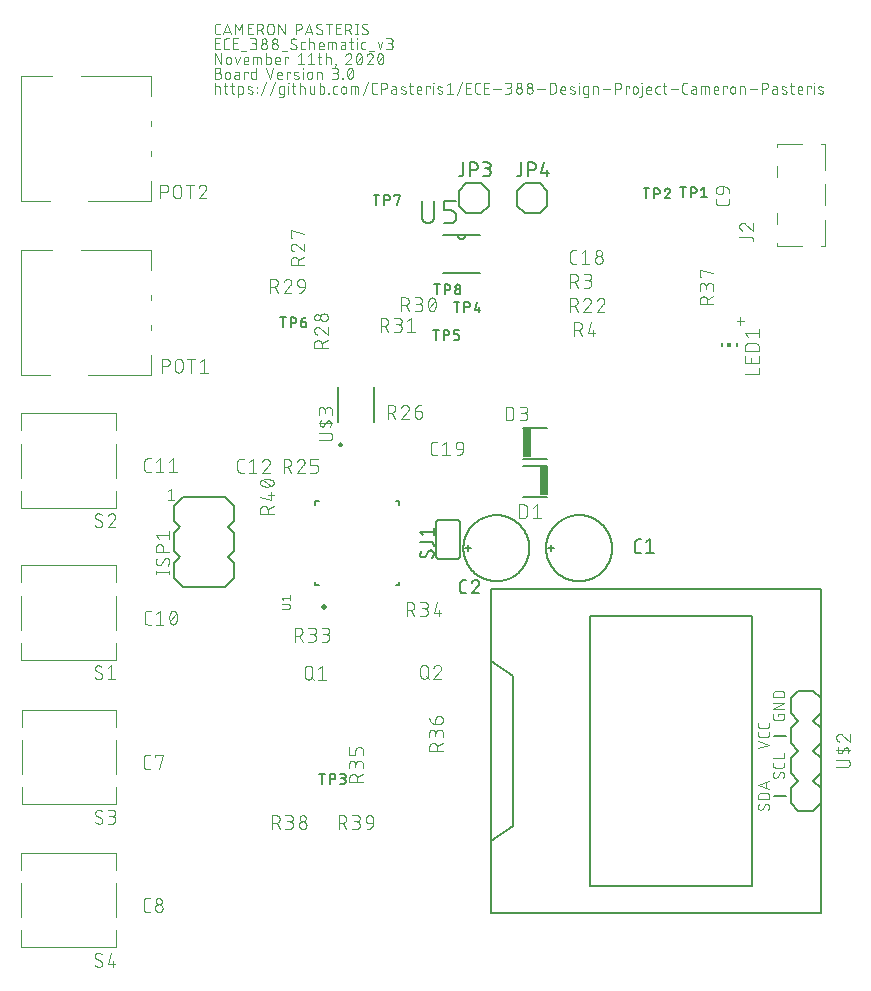
<source format=gto>
G04 EAGLE Gerber RS-274X export*
G75*
%MOMM*%
%FSLAX34Y34*%
%LPD*%
%INSilkscreen Top*%
%IPPOS*%
%AMOC8*
5,1,8,0,0,1.08239X$1,22.5*%
G01*
%ADD10C,0.076200*%
%ADD11C,0.101600*%
%ADD12C,0.203200*%
%ADD13R,0.675000X2.450000*%
%ADD14C,0.127000*%
%ADD15C,0.128056*%
%ADD16C,0.100000*%
%ADD17C,0.152400*%
%ADD18R,0.150000X0.300000*%
%ADD19R,0.300000X0.300000*%
%ADD20C,0.177800*%
%ADD21C,0.200000*%
%ADD22C,0.508000*%


D10*
X184487Y910381D02*
X182434Y910381D01*
X182344Y910383D01*
X182255Y910389D01*
X182166Y910399D01*
X182078Y910412D01*
X181990Y910430D01*
X181903Y910451D01*
X181817Y910476D01*
X181732Y910505D01*
X181648Y910537D01*
X181566Y910573D01*
X181486Y910613D01*
X181408Y910656D01*
X181331Y910703D01*
X181256Y910752D01*
X181184Y910805D01*
X181114Y910861D01*
X181047Y910920D01*
X180982Y910982D01*
X180920Y911047D01*
X180861Y911114D01*
X180805Y911184D01*
X180752Y911256D01*
X180703Y911331D01*
X180656Y911408D01*
X180613Y911486D01*
X180573Y911566D01*
X180537Y911648D01*
X180505Y911732D01*
X180476Y911817D01*
X180451Y911903D01*
X180430Y911990D01*
X180412Y912078D01*
X180399Y912166D01*
X180389Y912255D01*
X180383Y912344D01*
X180381Y912434D01*
X180381Y917566D01*
X180383Y917656D01*
X180389Y917745D01*
X180399Y917834D01*
X180412Y917922D01*
X180430Y918010D01*
X180451Y918097D01*
X180476Y918183D01*
X180505Y918268D01*
X180537Y918352D01*
X180573Y918434D01*
X180613Y918514D01*
X180656Y918592D01*
X180703Y918669D01*
X180752Y918744D01*
X180805Y918816D01*
X180861Y918886D01*
X180920Y918953D01*
X180982Y919018D01*
X181047Y919080D01*
X181114Y919139D01*
X181184Y919195D01*
X181256Y919248D01*
X181331Y919297D01*
X181407Y919344D01*
X181486Y919387D01*
X181566Y919427D01*
X181648Y919463D01*
X181732Y919495D01*
X181817Y919524D01*
X181903Y919549D01*
X181990Y919570D01*
X182077Y919588D01*
X182166Y919601D01*
X182255Y919611D01*
X182344Y919617D01*
X182434Y919619D01*
X184487Y919619D01*
X190473Y919619D02*
X187393Y910381D01*
X193552Y910381D02*
X190473Y919619D01*
X192782Y912691D02*
X188163Y912691D01*
X197293Y910381D02*
X197293Y919619D01*
X200373Y914487D01*
X203452Y919619D01*
X203452Y910381D01*
X208024Y910381D02*
X212130Y910381D01*
X208024Y910381D02*
X208024Y919619D01*
X212130Y919619D01*
X211103Y915513D02*
X208024Y915513D01*
X215863Y919619D02*
X215863Y910381D01*
X215863Y919619D02*
X218429Y919619D01*
X218528Y919617D01*
X218628Y919611D01*
X218727Y919602D01*
X218825Y919588D01*
X218923Y919571D01*
X219021Y919550D01*
X219117Y919525D01*
X219212Y919496D01*
X219307Y919464D01*
X219399Y919428D01*
X219491Y919389D01*
X219581Y919346D01*
X219669Y919300D01*
X219755Y919250D01*
X219839Y919197D01*
X219921Y919141D01*
X220001Y919081D01*
X220078Y919019D01*
X220153Y918953D01*
X220226Y918885D01*
X220295Y918814D01*
X220362Y918740D01*
X220426Y918664D01*
X220487Y918585D01*
X220545Y918504D01*
X220600Y918421D01*
X220651Y918336D01*
X220699Y918249D01*
X220744Y918160D01*
X220785Y918069D01*
X220823Y917977D01*
X220857Y917884D01*
X220887Y917789D01*
X220914Y917693D01*
X220937Y917596D01*
X220956Y917499D01*
X220971Y917400D01*
X220983Y917301D01*
X220991Y917202D01*
X220995Y917103D01*
X220995Y917003D01*
X220991Y916904D01*
X220983Y916805D01*
X220971Y916706D01*
X220956Y916607D01*
X220937Y916510D01*
X220914Y916413D01*
X220887Y916317D01*
X220857Y916222D01*
X220823Y916129D01*
X220785Y916037D01*
X220744Y915946D01*
X220699Y915857D01*
X220651Y915770D01*
X220600Y915685D01*
X220545Y915602D01*
X220487Y915521D01*
X220426Y915442D01*
X220362Y915366D01*
X220295Y915292D01*
X220226Y915221D01*
X220153Y915153D01*
X220078Y915087D01*
X220001Y915025D01*
X219921Y914965D01*
X219839Y914909D01*
X219755Y914856D01*
X219669Y914806D01*
X219581Y914760D01*
X219491Y914717D01*
X219399Y914678D01*
X219307Y914642D01*
X219212Y914610D01*
X219117Y914581D01*
X219021Y914556D01*
X218923Y914535D01*
X218825Y914518D01*
X218727Y914504D01*
X218628Y914495D01*
X218528Y914489D01*
X218429Y914487D01*
X215863Y914487D01*
X218942Y914487D02*
X220995Y910381D01*
X224806Y912947D02*
X224806Y917053D01*
X224808Y917152D01*
X224814Y917252D01*
X224823Y917351D01*
X224837Y917449D01*
X224854Y917547D01*
X224875Y917645D01*
X224900Y917741D01*
X224929Y917836D01*
X224961Y917931D01*
X224997Y918023D01*
X225036Y918115D01*
X225079Y918205D01*
X225125Y918293D01*
X225175Y918379D01*
X225228Y918463D01*
X225284Y918545D01*
X225344Y918625D01*
X225406Y918702D01*
X225472Y918777D01*
X225540Y918850D01*
X225611Y918919D01*
X225685Y918986D01*
X225761Y919050D01*
X225840Y919111D01*
X225921Y919169D01*
X226004Y919224D01*
X226089Y919275D01*
X226176Y919323D01*
X226265Y919368D01*
X226356Y919409D01*
X226448Y919447D01*
X226541Y919481D01*
X226636Y919511D01*
X226732Y919538D01*
X226829Y919561D01*
X226926Y919580D01*
X227025Y919595D01*
X227124Y919607D01*
X227223Y919615D01*
X227322Y919619D01*
X227422Y919619D01*
X227521Y919615D01*
X227620Y919607D01*
X227719Y919595D01*
X227818Y919580D01*
X227915Y919561D01*
X228012Y919538D01*
X228108Y919511D01*
X228203Y919481D01*
X228296Y919447D01*
X228388Y919409D01*
X228479Y919368D01*
X228568Y919323D01*
X228655Y919275D01*
X228740Y919224D01*
X228823Y919169D01*
X228904Y919111D01*
X228983Y919050D01*
X229059Y918986D01*
X229133Y918919D01*
X229204Y918850D01*
X229272Y918777D01*
X229338Y918702D01*
X229400Y918625D01*
X229460Y918545D01*
X229516Y918463D01*
X229569Y918379D01*
X229619Y918293D01*
X229665Y918205D01*
X229708Y918115D01*
X229747Y918023D01*
X229783Y917931D01*
X229815Y917836D01*
X229844Y917741D01*
X229869Y917645D01*
X229890Y917547D01*
X229907Y917449D01*
X229921Y917351D01*
X229930Y917252D01*
X229936Y917152D01*
X229938Y917053D01*
X229939Y917053D02*
X229939Y912947D01*
X229938Y912947D02*
X229936Y912848D01*
X229930Y912748D01*
X229921Y912649D01*
X229907Y912551D01*
X229890Y912453D01*
X229869Y912355D01*
X229844Y912259D01*
X229815Y912164D01*
X229783Y912069D01*
X229747Y911977D01*
X229708Y911885D01*
X229665Y911795D01*
X229619Y911707D01*
X229569Y911621D01*
X229516Y911537D01*
X229460Y911455D01*
X229400Y911375D01*
X229338Y911298D01*
X229272Y911223D01*
X229204Y911150D01*
X229133Y911081D01*
X229059Y911014D01*
X228983Y910950D01*
X228904Y910889D01*
X228823Y910831D01*
X228740Y910776D01*
X228655Y910725D01*
X228568Y910677D01*
X228479Y910632D01*
X228388Y910591D01*
X228296Y910553D01*
X228203Y910519D01*
X228108Y910489D01*
X228012Y910462D01*
X227915Y910439D01*
X227818Y910420D01*
X227719Y910405D01*
X227620Y910393D01*
X227521Y910385D01*
X227422Y910381D01*
X227322Y910381D01*
X227223Y910385D01*
X227124Y910393D01*
X227025Y910405D01*
X226926Y910420D01*
X226829Y910439D01*
X226732Y910462D01*
X226636Y910489D01*
X226541Y910519D01*
X226448Y910553D01*
X226356Y910591D01*
X226265Y910632D01*
X226176Y910677D01*
X226089Y910725D01*
X226004Y910776D01*
X225921Y910831D01*
X225840Y910889D01*
X225761Y910950D01*
X225685Y911014D01*
X225611Y911081D01*
X225540Y911150D01*
X225472Y911223D01*
X225406Y911298D01*
X225344Y911375D01*
X225284Y911455D01*
X225228Y911537D01*
X225175Y911621D01*
X225125Y911707D01*
X225079Y911795D01*
X225036Y911885D01*
X224997Y911977D01*
X224961Y912069D01*
X224929Y912164D01*
X224900Y912259D01*
X224875Y912355D01*
X224854Y912453D01*
X224837Y912551D01*
X224823Y912649D01*
X224814Y912748D01*
X224808Y912848D01*
X224806Y912947D01*
X234106Y910381D02*
X234106Y919619D01*
X239239Y910381D01*
X239239Y919619D01*
X248636Y919619D02*
X248636Y910381D01*
X248636Y919619D02*
X251203Y919619D01*
X251302Y919617D01*
X251402Y919611D01*
X251501Y919602D01*
X251599Y919588D01*
X251697Y919571D01*
X251795Y919550D01*
X251891Y919525D01*
X251986Y919496D01*
X252081Y919464D01*
X252173Y919428D01*
X252265Y919389D01*
X252355Y919346D01*
X252443Y919300D01*
X252529Y919250D01*
X252613Y919197D01*
X252695Y919141D01*
X252775Y919081D01*
X252852Y919019D01*
X252927Y918953D01*
X253000Y918885D01*
X253069Y918814D01*
X253136Y918740D01*
X253200Y918664D01*
X253261Y918585D01*
X253319Y918504D01*
X253374Y918421D01*
X253425Y918336D01*
X253473Y918249D01*
X253518Y918160D01*
X253559Y918069D01*
X253597Y917977D01*
X253631Y917884D01*
X253661Y917789D01*
X253688Y917693D01*
X253711Y917596D01*
X253730Y917499D01*
X253745Y917400D01*
X253757Y917301D01*
X253765Y917202D01*
X253769Y917103D01*
X253769Y917003D01*
X253765Y916904D01*
X253757Y916805D01*
X253745Y916706D01*
X253730Y916607D01*
X253711Y916510D01*
X253688Y916413D01*
X253661Y916317D01*
X253631Y916222D01*
X253597Y916129D01*
X253559Y916037D01*
X253518Y915946D01*
X253473Y915857D01*
X253425Y915770D01*
X253374Y915685D01*
X253319Y915602D01*
X253261Y915521D01*
X253200Y915442D01*
X253136Y915366D01*
X253069Y915292D01*
X253000Y915221D01*
X252927Y915153D01*
X252852Y915087D01*
X252775Y915025D01*
X252695Y914965D01*
X252613Y914909D01*
X252529Y914856D01*
X252443Y914806D01*
X252355Y914760D01*
X252265Y914717D01*
X252173Y914678D01*
X252081Y914642D01*
X251986Y914610D01*
X251891Y914581D01*
X251795Y914556D01*
X251697Y914535D01*
X251599Y914518D01*
X251501Y914504D01*
X251402Y914495D01*
X251302Y914489D01*
X251203Y914487D01*
X248636Y914487D01*
X256693Y910381D02*
X259772Y919619D01*
X262852Y910381D01*
X262082Y912691D02*
X257463Y912691D01*
X268986Y910381D02*
X269076Y910383D01*
X269165Y910389D01*
X269254Y910399D01*
X269342Y910412D01*
X269430Y910430D01*
X269517Y910451D01*
X269603Y910476D01*
X269688Y910505D01*
X269772Y910537D01*
X269854Y910573D01*
X269934Y910613D01*
X270013Y910656D01*
X270089Y910703D01*
X270164Y910752D01*
X270236Y910805D01*
X270306Y910861D01*
X270373Y910920D01*
X270438Y910982D01*
X270500Y911047D01*
X270559Y911114D01*
X270615Y911184D01*
X270668Y911256D01*
X270717Y911331D01*
X270764Y911408D01*
X270807Y911486D01*
X270847Y911566D01*
X270883Y911648D01*
X270915Y911732D01*
X270944Y911817D01*
X270969Y911903D01*
X270990Y911990D01*
X271008Y912078D01*
X271021Y912166D01*
X271031Y912255D01*
X271037Y912344D01*
X271039Y912434D01*
X268986Y910381D02*
X268859Y910383D01*
X268732Y910388D01*
X268606Y910398D01*
X268480Y910411D01*
X268354Y910427D01*
X268229Y910448D01*
X268104Y910472D01*
X267981Y910499D01*
X267858Y910530D01*
X267736Y910565D01*
X267615Y910603D01*
X267495Y910645D01*
X267377Y910691D01*
X267260Y910739D01*
X267144Y910792D01*
X267030Y910847D01*
X266918Y910906D01*
X266807Y910968D01*
X266698Y911033D01*
X266592Y911102D01*
X266487Y911173D01*
X266384Y911248D01*
X266284Y911326D01*
X266186Y911406D01*
X266090Y911489D01*
X265997Y911575D01*
X265906Y911664D01*
X266163Y917566D02*
X266165Y917656D01*
X266171Y917745D01*
X266181Y917834D01*
X266194Y917923D01*
X266212Y918010D01*
X266233Y918097D01*
X266258Y918183D01*
X266287Y918268D01*
X266319Y918352D01*
X266355Y918434D01*
X266395Y918514D01*
X266438Y918593D01*
X266485Y918669D01*
X266534Y918744D01*
X266587Y918816D01*
X266643Y918886D01*
X266702Y918953D01*
X266764Y919018D01*
X266829Y919080D01*
X266896Y919139D01*
X266966Y919195D01*
X267038Y919248D01*
X267113Y919297D01*
X267190Y919344D01*
X267268Y919387D01*
X267348Y919427D01*
X267430Y919463D01*
X267514Y919495D01*
X267599Y919524D01*
X267685Y919549D01*
X267772Y919570D01*
X267860Y919588D01*
X267948Y919601D01*
X268037Y919611D01*
X268126Y919617D01*
X268216Y919619D01*
X268340Y919617D01*
X268464Y919611D01*
X268587Y919601D01*
X268710Y919587D01*
X268833Y919569D01*
X268954Y919547D01*
X269076Y919522D01*
X269196Y919492D01*
X269315Y919459D01*
X269433Y919421D01*
X269550Y919380D01*
X269665Y919336D01*
X269779Y919287D01*
X269892Y919235D01*
X270002Y919179D01*
X270111Y919120D01*
X270218Y919057D01*
X270323Y918991D01*
X270425Y918922D01*
X270525Y918849D01*
X267189Y915770D02*
X267113Y915817D01*
X267038Y915868D01*
X266966Y915922D01*
X266896Y915979D01*
X266829Y916039D01*
X266764Y916102D01*
X266702Y916167D01*
X266643Y916235D01*
X266587Y916306D01*
X266534Y916379D01*
X266484Y916454D01*
X266438Y916532D01*
X266395Y916611D01*
X266355Y916692D01*
X266319Y916775D01*
X266287Y916859D01*
X266258Y916944D01*
X266233Y917031D01*
X266212Y917119D01*
X266194Y917207D01*
X266181Y917296D01*
X266171Y917386D01*
X266165Y917476D01*
X266163Y917566D01*
X270012Y914230D02*
X270089Y914183D01*
X270164Y914132D01*
X270236Y914078D01*
X270306Y914021D01*
X270373Y913961D01*
X270438Y913898D01*
X270500Y913833D01*
X270559Y913765D01*
X270615Y913694D01*
X270668Y913621D01*
X270718Y913546D01*
X270764Y913468D01*
X270807Y913389D01*
X270847Y913308D01*
X270883Y913225D01*
X270915Y913141D01*
X270944Y913056D01*
X270969Y912969D01*
X270990Y912882D01*
X271008Y912793D01*
X271021Y912704D01*
X271031Y912614D01*
X271037Y912524D01*
X271039Y912434D01*
X270012Y914230D02*
X267189Y915770D01*
X276572Y919619D02*
X276572Y910381D01*
X274006Y919619D02*
X279138Y919619D01*
X282724Y910381D02*
X286829Y910381D01*
X282724Y910381D02*
X282724Y919619D01*
X286829Y919619D01*
X285803Y915513D02*
X282724Y915513D01*
X290563Y919619D02*
X290563Y910381D01*
X290563Y919619D02*
X293129Y919619D01*
X293228Y919617D01*
X293328Y919611D01*
X293427Y919602D01*
X293525Y919588D01*
X293623Y919571D01*
X293721Y919550D01*
X293817Y919525D01*
X293912Y919496D01*
X294007Y919464D01*
X294099Y919428D01*
X294191Y919389D01*
X294281Y919346D01*
X294369Y919300D01*
X294455Y919250D01*
X294539Y919197D01*
X294621Y919141D01*
X294701Y919081D01*
X294778Y919019D01*
X294853Y918953D01*
X294926Y918885D01*
X294995Y918814D01*
X295062Y918740D01*
X295126Y918664D01*
X295187Y918585D01*
X295245Y918504D01*
X295300Y918421D01*
X295351Y918336D01*
X295399Y918249D01*
X295444Y918160D01*
X295485Y918069D01*
X295523Y917977D01*
X295557Y917884D01*
X295587Y917789D01*
X295614Y917693D01*
X295637Y917596D01*
X295656Y917499D01*
X295671Y917400D01*
X295683Y917301D01*
X295691Y917202D01*
X295695Y917103D01*
X295695Y917003D01*
X295691Y916904D01*
X295683Y916805D01*
X295671Y916706D01*
X295656Y916607D01*
X295637Y916510D01*
X295614Y916413D01*
X295587Y916317D01*
X295557Y916222D01*
X295523Y916129D01*
X295485Y916037D01*
X295444Y915946D01*
X295399Y915857D01*
X295351Y915770D01*
X295300Y915685D01*
X295245Y915602D01*
X295187Y915521D01*
X295126Y915442D01*
X295062Y915366D01*
X294995Y915292D01*
X294926Y915221D01*
X294853Y915153D01*
X294778Y915087D01*
X294701Y915025D01*
X294621Y914965D01*
X294539Y914909D01*
X294455Y914856D01*
X294369Y914806D01*
X294281Y914760D01*
X294191Y914717D01*
X294099Y914678D01*
X294007Y914642D01*
X293912Y914610D01*
X293817Y914581D01*
X293721Y914556D01*
X293623Y914535D01*
X293525Y914518D01*
X293427Y914504D01*
X293328Y914495D01*
X293228Y914489D01*
X293129Y914487D01*
X290563Y914487D01*
X293642Y914487D02*
X295695Y910381D01*
X300272Y910381D02*
X300272Y919619D01*
X299246Y910381D02*
X301299Y910381D01*
X301299Y919619D02*
X299246Y919619D01*
X307685Y910381D02*
X307775Y910383D01*
X307864Y910389D01*
X307953Y910399D01*
X308041Y910412D01*
X308129Y910430D01*
X308216Y910451D01*
X308302Y910476D01*
X308387Y910505D01*
X308471Y910537D01*
X308553Y910573D01*
X308633Y910613D01*
X308712Y910656D01*
X308788Y910703D01*
X308863Y910752D01*
X308935Y910805D01*
X309005Y910861D01*
X309072Y910920D01*
X309137Y910982D01*
X309199Y911047D01*
X309258Y911114D01*
X309314Y911184D01*
X309367Y911256D01*
X309416Y911331D01*
X309463Y911408D01*
X309506Y911486D01*
X309546Y911566D01*
X309582Y911648D01*
X309614Y911732D01*
X309643Y911817D01*
X309668Y911903D01*
X309689Y911990D01*
X309707Y912078D01*
X309720Y912166D01*
X309730Y912255D01*
X309736Y912344D01*
X309738Y912434D01*
X307685Y910381D02*
X307558Y910383D01*
X307431Y910388D01*
X307305Y910398D01*
X307179Y910411D01*
X307053Y910427D01*
X306928Y910448D01*
X306803Y910472D01*
X306680Y910499D01*
X306557Y910530D01*
X306435Y910565D01*
X306314Y910603D01*
X306194Y910645D01*
X306076Y910691D01*
X305959Y910739D01*
X305843Y910792D01*
X305729Y910847D01*
X305617Y910906D01*
X305506Y910968D01*
X305397Y911033D01*
X305291Y911102D01*
X305186Y911173D01*
X305083Y911248D01*
X304983Y911326D01*
X304885Y911406D01*
X304789Y911489D01*
X304696Y911575D01*
X304605Y911664D01*
X304863Y917566D02*
X304865Y917656D01*
X304871Y917745D01*
X304881Y917834D01*
X304894Y917923D01*
X304912Y918010D01*
X304933Y918097D01*
X304958Y918183D01*
X304987Y918268D01*
X305019Y918352D01*
X305055Y918434D01*
X305095Y918514D01*
X305138Y918593D01*
X305185Y918669D01*
X305234Y918744D01*
X305287Y918816D01*
X305343Y918886D01*
X305402Y918953D01*
X305464Y919018D01*
X305529Y919080D01*
X305596Y919139D01*
X305666Y919195D01*
X305738Y919248D01*
X305813Y919297D01*
X305890Y919344D01*
X305968Y919387D01*
X306048Y919427D01*
X306130Y919463D01*
X306214Y919495D01*
X306299Y919524D01*
X306385Y919549D01*
X306472Y919570D01*
X306560Y919588D01*
X306648Y919601D01*
X306737Y919611D01*
X306826Y919617D01*
X306916Y919619D01*
X307040Y919617D01*
X307164Y919611D01*
X307287Y919601D01*
X307410Y919587D01*
X307533Y919569D01*
X307654Y919547D01*
X307776Y919522D01*
X307896Y919492D01*
X308015Y919459D01*
X308133Y919421D01*
X308250Y919380D01*
X308365Y919336D01*
X308479Y919287D01*
X308592Y919235D01*
X308702Y919179D01*
X308811Y919120D01*
X308918Y919057D01*
X309023Y918991D01*
X309125Y918922D01*
X309225Y918849D01*
X305889Y915770D02*
X305813Y915817D01*
X305738Y915868D01*
X305666Y915922D01*
X305596Y915979D01*
X305529Y916039D01*
X305464Y916102D01*
X305402Y916167D01*
X305343Y916235D01*
X305287Y916306D01*
X305234Y916379D01*
X305184Y916454D01*
X305138Y916532D01*
X305095Y916611D01*
X305055Y916692D01*
X305019Y916775D01*
X304987Y916859D01*
X304958Y916944D01*
X304933Y917031D01*
X304912Y917119D01*
X304894Y917207D01*
X304881Y917296D01*
X304871Y917386D01*
X304865Y917476D01*
X304863Y917566D01*
X308711Y914230D02*
X308788Y914183D01*
X308863Y914132D01*
X308935Y914078D01*
X309005Y914021D01*
X309072Y913961D01*
X309137Y913898D01*
X309199Y913833D01*
X309258Y913765D01*
X309314Y913694D01*
X309367Y913621D01*
X309417Y913546D01*
X309463Y913468D01*
X309506Y913389D01*
X309546Y913308D01*
X309582Y913225D01*
X309614Y913141D01*
X309643Y913056D01*
X309668Y912969D01*
X309689Y912882D01*
X309707Y912793D01*
X309720Y912704D01*
X309730Y912614D01*
X309736Y912524D01*
X309738Y912434D01*
X308712Y914230D02*
X305889Y915770D01*
X184487Y897781D02*
X180381Y897781D01*
X180381Y907019D01*
X184487Y907019D01*
X183460Y902913D02*
X180381Y902913D01*
X189891Y897781D02*
X191944Y897781D01*
X189891Y897781D02*
X189801Y897783D01*
X189712Y897789D01*
X189623Y897799D01*
X189535Y897812D01*
X189447Y897830D01*
X189360Y897851D01*
X189274Y897876D01*
X189189Y897905D01*
X189105Y897937D01*
X189023Y897973D01*
X188943Y898013D01*
X188865Y898056D01*
X188788Y898103D01*
X188713Y898152D01*
X188641Y898205D01*
X188571Y898261D01*
X188504Y898320D01*
X188439Y898382D01*
X188377Y898447D01*
X188318Y898514D01*
X188262Y898584D01*
X188209Y898656D01*
X188160Y898731D01*
X188113Y898808D01*
X188070Y898886D01*
X188030Y898966D01*
X187994Y899048D01*
X187962Y899132D01*
X187933Y899217D01*
X187908Y899303D01*
X187887Y899390D01*
X187869Y899478D01*
X187856Y899566D01*
X187846Y899655D01*
X187840Y899744D01*
X187838Y899834D01*
X187838Y904966D01*
X187840Y905056D01*
X187846Y905145D01*
X187856Y905234D01*
X187869Y905322D01*
X187887Y905410D01*
X187908Y905497D01*
X187933Y905583D01*
X187962Y905668D01*
X187994Y905752D01*
X188030Y905834D01*
X188070Y905914D01*
X188113Y905992D01*
X188160Y906069D01*
X188209Y906144D01*
X188262Y906216D01*
X188318Y906286D01*
X188377Y906353D01*
X188439Y906418D01*
X188504Y906480D01*
X188571Y906539D01*
X188641Y906595D01*
X188713Y906648D01*
X188788Y906697D01*
X188864Y906744D01*
X188943Y906787D01*
X189023Y906827D01*
X189105Y906863D01*
X189189Y906895D01*
X189274Y906924D01*
X189360Y906949D01*
X189447Y906970D01*
X189534Y906988D01*
X189623Y907001D01*
X189712Y907011D01*
X189801Y907017D01*
X189891Y907019D01*
X191944Y907019D01*
X195681Y897781D02*
X199787Y897781D01*
X195681Y897781D02*
X195681Y907019D01*
X199787Y907019D01*
X198760Y902913D02*
X195681Y902913D01*
X202777Y896755D02*
X206883Y896755D01*
X210364Y897781D02*
X212930Y897781D01*
X213029Y897783D01*
X213129Y897789D01*
X213228Y897798D01*
X213326Y897812D01*
X213424Y897829D01*
X213522Y897850D01*
X213618Y897875D01*
X213713Y897904D01*
X213808Y897936D01*
X213900Y897972D01*
X213992Y898011D01*
X214082Y898054D01*
X214170Y898100D01*
X214256Y898150D01*
X214340Y898203D01*
X214422Y898259D01*
X214502Y898319D01*
X214579Y898381D01*
X214654Y898447D01*
X214727Y898515D01*
X214796Y898586D01*
X214863Y898660D01*
X214927Y898736D01*
X214988Y898815D01*
X215046Y898896D01*
X215101Y898979D01*
X215152Y899064D01*
X215200Y899151D01*
X215245Y899240D01*
X215286Y899331D01*
X215324Y899423D01*
X215358Y899516D01*
X215388Y899611D01*
X215415Y899707D01*
X215438Y899804D01*
X215457Y899901D01*
X215472Y900000D01*
X215484Y900099D01*
X215492Y900198D01*
X215496Y900297D01*
X215496Y900397D01*
X215492Y900496D01*
X215484Y900595D01*
X215472Y900694D01*
X215457Y900793D01*
X215438Y900890D01*
X215415Y900987D01*
X215388Y901083D01*
X215358Y901178D01*
X215324Y901271D01*
X215286Y901363D01*
X215245Y901454D01*
X215200Y901543D01*
X215152Y901630D01*
X215101Y901715D01*
X215046Y901798D01*
X214988Y901879D01*
X214927Y901958D01*
X214863Y902034D01*
X214796Y902108D01*
X214727Y902179D01*
X214654Y902247D01*
X214579Y902313D01*
X214502Y902375D01*
X214422Y902435D01*
X214340Y902491D01*
X214256Y902544D01*
X214170Y902594D01*
X214082Y902640D01*
X213992Y902683D01*
X213900Y902722D01*
X213808Y902758D01*
X213713Y902790D01*
X213618Y902819D01*
X213522Y902844D01*
X213424Y902865D01*
X213326Y902882D01*
X213228Y902896D01*
X213129Y902905D01*
X213029Y902911D01*
X212930Y902913D01*
X213443Y907019D02*
X210364Y907019D01*
X213443Y907019D02*
X213533Y907017D01*
X213622Y907011D01*
X213711Y907001D01*
X213799Y906988D01*
X213887Y906970D01*
X213974Y906949D01*
X214060Y906924D01*
X214145Y906895D01*
X214229Y906863D01*
X214311Y906827D01*
X214391Y906787D01*
X214470Y906744D01*
X214546Y906697D01*
X214621Y906648D01*
X214693Y906595D01*
X214763Y906539D01*
X214830Y906480D01*
X214895Y906418D01*
X214957Y906353D01*
X215016Y906286D01*
X215072Y906216D01*
X215125Y906144D01*
X215174Y906069D01*
X215221Y905993D01*
X215264Y905914D01*
X215304Y905834D01*
X215340Y905752D01*
X215372Y905668D01*
X215401Y905583D01*
X215426Y905497D01*
X215447Y905410D01*
X215465Y905322D01*
X215478Y905234D01*
X215488Y905145D01*
X215494Y905056D01*
X215496Y904966D01*
X215494Y904876D01*
X215488Y904787D01*
X215478Y904698D01*
X215465Y904610D01*
X215447Y904522D01*
X215426Y904435D01*
X215401Y904349D01*
X215372Y904264D01*
X215340Y904180D01*
X215304Y904098D01*
X215264Y904018D01*
X215221Y903940D01*
X215174Y903863D01*
X215125Y903788D01*
X215072Y903716D01*
X215016Y903646D01*
X214957Y903579D01*
X214895Y903514D01*
X214830Y903452D01*
X214763Y903393D01*
X214693Y903337D01*
X214621Y903284D01*
X214546Y903235D01*
X214470Y903188D01*
X214391Y903145D01*
X214311Y903105D01*
X214229Y903069D01*
X214145Y903037D01*
X214060Y903008D01*
X213974Y902983D01*
X213887Y902962D01*
X213799Y902944D01*
X213711Y902931D01*
X213622Y902921D01*
X213533Y902915D01*
X213443Y902913D01*
X211390Y902913D01*
X219364Y900347D02*
X219366Y900446D01*
X219372Y900546D01*
X219381Y900645D01*
X219395Y900743D01*
X219412Y900841D01*
X219433Y900939D01*
X219458Y901035D01*
X219487Y901130D01*
X219519Y901225D01*
X219555Y901317D01*
X219594Y901409D01*
X219637Y901499D01*
X219683Y901587D01*
X219733Y901673D01*
X219786Y901757D01*
X219842Y901839D01*
X219902Y901919D01*
X219964Y901996D01*
X220030Y902071D01*
X220098Y902144D01*
X220169Y902213D01*
X220243Y902280D01*
X220319Y902344D01*
X220398Y902405D01*
X220479Y902463D01*
X220562Y902518D01*
X220647Y902569D01*
X220734Y902617D01*
X220823Y902662D01*
X220914Y902703D01*
X221006Y902741D01*
X221099Y902775D01*
X221194Y902805D01*
X221290Y902832D01*
X221387Y902855D01*
X221484Y902874D01*
X221583Y902889D01*
X221682Y902901D01*
X221781Y902909D01*
X221880Y902913D01*
X221980Y902913D01*
X222079Y902909D01*
X222178Y902901D01*
X222277Y902889D01*
X222376Y902874D01*
X222473Y902855D01*
X222570Y902832D01*
X222666Y902805D01*
X222761Y902775D01*
X222854Y902741D01*
X222946Y902703D01*
X223037Y902662D01*
X223126Y902617D01*
X223213Y902569D01*
X223298Y902518D01*
X223381Y902463D01*
X223462Y902405D01*
X223541Y902344D01*
X223617Y902280D01*
X223691Y902213D01*
X223762Y902144D01*
X223830Y902071D01*
X223896Y901996D01*
X223958Y901919D01*
X224018Y901839D01*
X224074Y901757D01*
X224127Y901673D01*
X224177Y901587D01*
X224223Y901499D01*
X224266Y901409D01*
X224305Y901317D01*
X224341Y901225D01*
X224373Y901130D01*
X224402Y901035D01*
X224427Y900939D01*
X224448Y900841D01*
X224465Y900743D01*
X224479Y900645D01*
X224488Y900546D01*
X224494Y900446D01*
X224496Y900347D01*
X224494Y900248D01*
X224488Y900148D01*
X224479Y900049D01*
X224465Y899951D01*
X224448Y899853D01*
X224427Y899755D01*
X224402Y899659D01*
X224373Y899564D01*
X224341Y899469D01*
X224305Y899377D01*
X224266Y899285D01*
X224223Y899195D01*
X224177Y899107D01*
X224127Y899021D01*
X224074Y898937D01*
X224018Y898855D01*
X223958Y898775D01*
X223896Y898698D01*
X223830Y898623D01*
X223762Y898550D01*
X223691Y898481D01*
X223617Y898414D01*
X223541Y898350D01*
X223462Y898289D01*
X223381Y898231D01*
X223298Y898176D01*
X223213Y898125D01*
X223126Y898077D01*
X223037Y898032D01*
X222946Y897991D01*
X222854Y897953D01*
X222761Y897919D01*
X222666Y897889D01*
X222570Y897862D01*
X222473Y897839D01*
X222376Y897820D01*
X222277Y897805D01*
X222178Y897793D01*
X222079Y897785D01*
X221980Y897781D01*
X221880Y897781D01*
X221781Y897785D01*
X221682Y897793D01*
X221583Y897805D01*
X221484Y897820D01*
X221387Y897839D01*
X221290Y897862D01*
X221194Y897889D01*
X221099Y897919D01*
X221006Y897953D01*
X220914Y897991D01*
X220823Y898032D01*
X220734Y898077D01*
X220647Y898125D01*
X220562Y898176D01*
X220479Y898231D01*
X220398Y898289D01*
X220319Y898350D01*
X220243Y898414D01*
X220169Y898481D01*
X220098Y898550D01*
X220030Y898623D01*
X219964Y898698D01*
X219902Y898775D01*
X219842Y898855D01*
X219786Y898937D01*
X219733Y899021D01*
X219683Y899107D01*
X219637Y899195D01*
X219594Y899285D01*
X219555Y899377D01*
X219519Y899469D01*
X219487Y899564D01*
X219458Y899659D01*
X219433Y899755D01*
X219412Y899853D01*
X219395Y899951D01*
X219381Y900049D01*
X219372Y900148D01*
X219366Y900248D01*
X219364Y900347D01*
X219877Y904966D02*
X219879Y905056D01*
X219885Y905145D01*
X219895Y905234D01*
X219908Y905322D01*
X219926Y905410D01*
X219947Y905497D01*
X219972Y905583D01*
X220001Y905668D01*
X220033Y905752D01*
X220069Y905834D01*
X220109Y905914D01*
X220152Y905993D01*
X220199Y906069D01*
X220248Y906144D01*
X220301Y906216D01*
X220357Y906286D01*
X220416Y906353D01*
X220478Y906418D01*
X220543Y906480D01*
X220610Y906539D01*
X220680Y906595D01*
X220752Y906648D01*
X220827Y906697D01*
X220904Y906744D01*
X220982Y906787D01*
X221062Y906827D01*
X221144Y906863D01*
X221228Y906895D01*
X221313Y906924D01*
X221399Y906949D01*
X221486Y906970D01*
X221574Y906988D01*
X221662Y907001D01*
X221751Y907011D01*
X221840Y907017D01*
X221930Y907019D01*
X222020Y907017D01*
X222109Y907011D01*
X222198Y907001D01*
X222286Y906988D01*
X222374Y906970D01*
X222461Y906949D01*
X222547Y906924D01*
X222632Y906895D01*
X222716Y906863D01*
X222798Y906827D01*
X222878Y906787D01*
X222957Y906744D01*
X223033Y906697D01*
X223108Y906648D01*
X223180Y906595D01*
X223250Y906539D01*
X223317Y906480D01*
X223382Y906418D01*
X223444Y906353D01*
X223503Y906286D01*
X223559Y906216D01*
X223612Y906144D01*
X223661Y906069D01*
X223708Y905993D01*
X223751Y905914D01*
X223791Y905834D01*
X223827Y905752D01*
X223859Y905668D01*
X223888Y905583D01*
X223913Y905497D01*
X223934Y905410D01*
X223952Y905322D01*
X223965Y905234D01*
X223975Y905145D01*
X223981Y905056D01*
X223983Y904966D01*
X223981Y904876D01*
X223975Y904787D01*
X223965Y904698D01*
X223952Y904610D01*
X223934Y904522D01*
X223913Y904435D01*
X223888Y904349D01*
X223859Y904264D01*
X223827Y904180D01*
X223791Y904098D01*
X223751Y904018D01*
X223708Y903940D01*
X223661Y903863D01*
X223612Y903788D01*
X223559Y903716D01*
X223503Y903646D01*
X223444Y903579D01*
X223382Y903514D01*
X223317Y903452D01*
X223250Y903393D01*
X223180Y903337D01*
X223108Y903284D01*
X223033Y903235D01*
X222957Y903188D01*
X222878Y903145D01*
X222798Y903105D01*
X222716Y903069D01*
X222632Y903037D01*
X222547Y903008D01*
X222461Y902983D01*
X222374Y902962D01*
X222286Y902944D01*
X222198Y902931D01*
X222109Y902921D01*
X222020Y902915D01*
X221930Y902913D01*
X221840Y902915D01*
X221751Y902921D01*
X221662Y902931D01*
X221574Y902944D01*
X221486Y902962D01*
X221399Y902983D01*
X221313Y903008D01*
X221228Y903037D01*
X221144Y903069D01*
X221062Y903105D01*
X220982Y903145D01*
X220904Y903188D01*
X220827Y903235D01*
X220752Y903284D01*
X220680Y903337D01*
X220610Y903393D01*
X220543Y903452D01*
X220478Y903514D01*
X220416Y903579D01*
X220357Y903646D01*
X220301Y903716D01*
X220248Y903788D01*
X220199Y903863D01*
X220152Y903940D01*
X220109Y904018D01*
X220069Y904098D01*
X220033Y904180D01*
X220001Y904264D01*
X219972Y904349D01*
X219947Y904435D01*
X219926Y904522D01*
X219908Y904610D01*
X219895Y904698D01*
X219885Y904787D01*
X219879Y904876D01*
X219877Y904966D01*
X228364Y900347D02*
X228366Y900446D01*
X228372Y900546D01*
X228381Y900645D01*
X228395Y900743D01*
X228412Y900841D01*
X228433Y900939D01*
X228458Y901035D01*
X228487Y901130D01*
X228519Y901225D01*
X228555Y901317D01*
X228594Y901409D01*
X228637Y901499D01*
X228683Y901587D01*
X228733Y901673D01*
X228786Y901757D01*
X228842Y901839D01*
X228902Y901919D01*
X228964Y901996D01*
X229030Y902071D01*
X229098Y902144D01*
X229169Y902213D01*
X229243Y902280D01*
X229319Y902344D01*
X229398Y902405D01*
X229479Y902463D01*
X229562Y902518D01*
X229647Y902569D01*
X229734Y902617D01*
X229823Y902662D01*
X229914Y902703D01*
X230006Y902741D01*
X230099Y902775D01*
X230194Y902805D01*
X230290Y902832D01*
X230387Y902855D01*
X230484Y902874D01*
X230583Y902889D01*
X230682Y902901D01*
X230781Y902909D01*
X230880Y902913D01*
X230980Y902913D01*
X231079Y902909D01*
X231178Y902901D01*
X231277Y902889D01*
X231376Y902874D01*
X231473Y902855D01*
X231570Y902832D01*
X231666Y902805D01*
X231761Y902775D01*
X231854Y902741D01*
X231946Y902703D01*
X232037Y902662D01*
X232126Y902617D01*
X232213Y902569D01*
X232298Y902518D01*
X232381Y902463D01*
X232462Y902405D01*
X232541Y902344D01*
X232617Y902280D01*
X232691Y902213D01*
X232762Y902144D01*
X232830Y902071D01*
X232896Y901996D01*
X232958Y901919D01*
X233018Y901839D01*
X233074Y901757D01*
X233127Y901673D01*
X233177Y901587D01*
X233223Y901499D01*
X233266Y901409D01*
X233305Y901317D01*
X233341Y901225D01*
X233373Y901130D01*
X233402Y901035D01*
X233427Y900939D01*
X233448Y900841D01*
X233465Y900743D01*
X233479Y900645D01*
X233488Y900546D01*
X233494Y900446D01*
X233496Y900347D01*
X233494Y900248D01*
X233488Y900148D01*
X233479Y900049D01*
X233465Y899951D01*
X233448Y899853D01*
X233427Y899755D01*
X233402Y899659D01*
X233373Y899564D01*
X233341Y899469D01*
X233305Y899377D01*
X233266Y899285D01*
X233223Y899195D01*
X233177Y899107D01*
X233127Y899021D01*
X233074Y898937D01*
X233018Y898855D01*
X232958Y898775D01*
X232896Y898698D01*
X232830Y898623D01*
X232762Y898550D01*
X232691Y898481D01*
X232617Y898414D01*
X232541Y898350D01*
X232462Y898289D01*
X232381Y898231D01*
X232298Y898176D01*
X232213Y898125D01*
X232126Y898077D01*
X232037Y898032D01*
X231946Y897991D01*
X231854Y897953D01*
X231761Y897919D01*
X231666Y897889D01*
X231570Y897862D01*
X231473Y897839D01*
X231376Y897820D01*
X231277Y897805D01*
X231178Y897793D01*
X231079Y897785D01*
X230980Y897781D01*
X230880Y897781D01*
X230781Y897785D01*
X230682Y897793D01*
X230583Y897805D01*
X230484Y897820D01*
X230387Y897839D01*
X230290Y897862D01*
X230194Y897889D01*
X230099Y897919D01*
X230006Y897953D01*
X229914Y897991D01*
X229823Y898032D01*
X229734Y898077D01*
X229647Y898125D01*
X229562Y898176D01*
X229479Y898231D01*
X229398Y898289D01*
X229319Y898350D01*
X229243Y898414D01*
X229169Y898481D01*
X229098Y898550D01*
X229030Y898623D01*
X228964Y898698D01*
X228902Y898775D01*
X228842Y898855D01*
X228786Y898937D01*
X228733Y899021D01*
X228683Y899107D01*
X228637Y899195D01*
X228594Y899285D01*
X228555Y899377D01*
X228519Y899469D01*
X228487Y899564D01*
X228458Y899659D01*
X228433Y899755D01*
X228412Y899853D01*
X228395Y899951D01*
X228381Y900049D01*
X228372Y900148D01*
X228366Y900248D01*
X228364Y900347D01*
X228877Y904966D02*
X228879Y905056D01*
X228885Y905145D01*
X228895Y905234D01*
X228908Y905322D01*
X228926Y905410D01*
X228947Y905497D01*
X228972Y905583D01*
X229001Y905668D01*
X229033Y905752D01*
X229069Y905834D01*
X229109Y905914D01*
X229152Y905993D01*
X229199Y906069D01*
X229248Y906144D01*
X229301Y906216D01*
X229357Y906286D01*
X229416Y906353D01*
X229478Y906418D01*
X229543Y906480D01*
X229610Y906539D01*
X229680Y906595D01*
X229752Y906648D01*
X229827Y906697D01*
X229904Y906744D01*
X229982Y906787D01*
X230062Y906827D01*
X230144Y906863D01*
X230228Y906895D01*
X230313Y906924D01*
X230399Y906949D01*
X230486Y906970D01*
X230574Y906988D01*
X230662Y907001D01*
X230751Y907011D01*
X230840Y907017D01*
X230930Y907019D01*
X231020Y907017D01*
X231109Y907011D01*
X231198Y907001D01*
X231286Y906988D01*
X231374Y906970D01*
X231461Y906949D01*
X231547Y906924D01*
X231632Y906895D01*
X231716Y906863D01*
X231798Y906827D01*
X231878Y906787D01*
X231957Y906744D01*
X232033Y906697D01*
X232108Y906648D01*
X232180Y906595D01*
X232250Y906539D01*
X232317Y906480D01*
X232382Y906418D01*
X232444Y906353D01*
X232503Y906286D01*
X232559Y906216D01*
X232612Y906144D01*
X232661Y906069D01*
X232708Y905993D01*
X232751Y905914D01*
X232791Y905834D01*
X232827Y905752D01*
X232859Y905668D01*
X232888Y905583D01*
X232913Y905497D01*
X232934Y905410D01*
X232952Y905322D01*
X232965Y905234D01*
X232975Y905145D01*
X232981Y905056D01*
X232983Y904966D01*
X232981Y904876D01*
X232975Y904787D01*
X232965Y904698D01*
X232952Y904610D01*
X232934Y904522D01*
X232913Y904435D01*
X232888Y904349D01*
X232859Y904264D01*
X232827Y904180D01*
X232791Y904098D01*
X232751Y904018D01*
X232708Y903940D01*
X232661Y903863D01*
X232612Y903788D01*
X232559Y903716D01*
X232503Y903646D01*
X232444Y903579D01*
X232382Y903514D01*
X232317Y903452D01*
X232250Y903393D01*
X232180Y903337D01*
X232108Y903284D01*
X232033Y903235D01*
X231957Y903188D01*
X231878Y903145D01*
X231798Y903105D01*
X231716Y903069D01*
X231632Y903037D01*
X231547Y903008D01*
X231461Y902983D01*
X231374Y902962D01*
X231286Y902944D01*
X231198Y902931D01*
X231109Y902921D01*
X231020Y902915D01*
X230930Y902913D01*
X230840Y902915D01*
X230751Y902921D01*
X230662Y902931D01*
X230574Y902944D01*
X230486Y902962D01*
X230399Y902983D01*
X230313Y903008D01*
X230228Y903037D01*
X230144Y903069D01*
X230062Y903105D01*
X229982Y903145D01*
X229904Y903188D01*
X229827Y903235D01*
X229752Y903284D01*
X229680Y903337D01*
X229610Y903393D01*
X229543Y903452D01*
X229478Y903514D01*
X229416Y903579D01*
X229357Y903646D01*
X229301Y903716D01*
X229248Y903788D01*
X229199Y903863D01*
X229152Y903940D01*
X229109Y904018D01*
X229069Y904098D01*
X229033Y904180D01*
X229001Y904264D01*
X228972Y904349D01*
X228947Y904435D01*
X228926Y904522D01*
X228908Y904610D01*
X228895Y904698D01*
X228885Y904787D01*
X228879Y904876D01*
X228877Y904966D01*
X236977Y896755D02*
X241082Y896755D01*
X247343Y897781D02*
X247433Y897783D01*
X247522Y897789D01*
X247611Y897799D01*
X247699Y897812D01*
X247787Y897830D01*
X247874Y897851D01*
X247960Y897876D01*
X248045Y897905D01*
X248129Y897937D01*
X248211Y897973D01*
X248291Y898013D01*
X248370Y898056D01*
X248446Y898103D01*
X248521Y898152D01*
X248593Y898205D01*
X248663Y898261D01*
X248730Y898320D01*
X248795Y898382D01*
X248857Y898447D01*
X248916Y898514D01*
X248972Y898584D01*
X249025Y898656D01*
X249074Y898731D01*
X249121Y898808D01*
X249164Y898886D01*
X249204Y898966D01*
X249240Y899048D01*
X249272Y899132D01*
X249301Y899217D01*
X249326Y899303D01*
X249347Y899390D01*
X249365Y899478D01*
X249378Y899566D01*
X249388Y899655D01*
X249394Y899744D01*
X249396Y899834D01*
X247343Y897781D02*
X247216Y897783D01*
X247089Y897788D01*
X246963Y897798D01*
X246837Y897811D01*
X246711Y897827D01*
X246586Y897848D01*
X246461Y897872D01*
X246338Y897899D01*
X246215Y897930D01*
X246093Y897965D01*
X245972Y898003D01*
X245852Y898045D01*
X245734Y898091D01*
X245617Y898139D01*
X245501Y898192D01*
X245387Y898247D01*
X245275Y898306D01*
X245164Y898368D01*
X245055Y898433D01*
X244949Y898502D01*
X244844Y898573D01*
X244741Y898648D01*
X244641Y898726D01*
X244543Y898806D01*
X244447Y898889D01*
X244354Y898975D01*
X244263Y899064D01*
X244520Y904966D02*
X244522Y905056D01*
X244528Y905145D01*
X244538Y905234D01*
X244551Y905323D01*
X244569Y905410D01*
X244590Y905497D01*
X244615Y905583D01*
X244644Y905668D01*
X244676Y905752D01*
X244712Y905834D01*
X244752Y905914D01*
X244795Y905993D01*
X244842Y906069D01*
X244891Y906144D01*
X244944Y906216D01*
X245000Y906286D01*
X245059Y906353D01*
X245121Y906418D01*
X245186Y906480D01*
X245253Y906539D01*
X245323Y906595D01*
X245395Y906648D01*
X245470Y906697D01*
X245547Y906744D01*
X245625Y906787D01*
X245705Y906827D01*
X245787Y906863D01*
X245871Y906895D01*
X245956Y906924D01*
X246042Y906949D01*
X246129Y906970D01*
X246217Y906988D01*
X246305Y907001D01*
X246394Y907011D01*
X246483Y907017D01*
X246573Y907019D01*
X246697Y907017D01*
X246821Y907011D01*
X246944Y907001D01*
X247067Y906987D01*
X247190Y906969D01*
X247311Y906947D01*
X247433Y906922D01*
X247553Y906892D01*
X247672Y906859D01*
X247790Y906821D01*
X247907Y906780D01*
X248022Y906736D01*
X248136Y906687D01*
X248249Y906635D01*
X248359Y906579D01*
X248468Y906520D01*
X248575Y906457D01*
X248680Y906391D01*
X248782Y906322D01*
X248882Y906249D01*
X245546Y903170D02*
X245470Y903217D01*
X245395Y903268D01*
X245323Y903322D01*
X245253Y903379D01*
X245186Y903439D01*
X245121Y903502D01*
X245059Y903567D01*
X245000Y903635D01*
X244944Y903706D01*
X244891Y903779D01*
X244841Y903854D01*
X244795Y903932D01*
X244752Y904011D01*
X244712Y904092D01*
X244676Y904175D01*
X244644Y904259D01*
X244615Y904344D01*
X244590Y904431D01*
X244569Y904519D01*
X244551Y904607D01*
X244538Y904696D01*
X244528Y904786D01*
X244522Y904876D01*
X244520Y904966D01*
X248369Y901630D02*
X248446Y901583D01*
X248521Y901532D01*
X248593Y901478D01*
X248663Y901421D01*
X248730Y901361D01*
X248795Y901298D01*
X248857Y901233D01*
X248916Y901165D01*
X248972Y901094D01*
X249025Y901021D01*
X249075Y900946D01*
X249121Y900868D01*
X249164Y900789D01*
X249204Y900708D01*
X249240Y900625D01*
X249272Y900541D01*
X249301Y900456D01*
X249326Y900369D01*
X249347Y900282D01*
X249365Y900193D01*
X249378Y900104D01*
X249388Y900014D01*
X249394Y899924D01*
X249396Y899834D01*
X248369Y901630D02*
X245546Y903170D01*
X254427Y897781D02*
X256479Y897781D01*
X254427Y897781D02*
X254351Y897783D01*
X254276Y897788D01*
X254201Y897798D01*
X254127Y897811D01*
X254053Y897827D01*
X253980Y897847D01*
X253908Y897871D01*
X253838Y897898D01*
X253769Y897929D01*
X253701Y897963D01*
X253635Y898000D01*
X253571Y898041D01*
X253510Y898084D01*
X253450Y898131D01*
X253393Y898180D01*
X253338Y898232D01*
X253286Y898287D01*
X253237Y898344D01*
X253190Y898404D01*
X253147Y898465D01*
X253106Y898529D01*
X253069Y898595D01*
X253035Y898663D01*
X253004Y898732D01*
X252977Y898802D01*
X252953Y898874D01*
X252933Y898947D01*
X252917Y899021D01*
X252904Y899095D01*
X252894Y899170D01*
X252889Y899245D01*
X252887Y899321D01*
X252887Y902400D01*
X252886Y902400D02*
X252888Y902476D01*
X252893Y902551D01*
X252903Y902626D01*
X252916Y902700D01*
X252932Y902774D01*
X252952Y902847D01*
X252976Y902919D01*
X253003Y902989D01*
X253034Y903058D01*
X253068Y903126D01*
X253105Y903192D01*
X253146Y903256D01*
X253189Y903317D01*
X253236Y903377D01*
X253285Y903434D01*
X253337Y903489D01*
X253392Y903541D01*
X253449Y903590D01*
X253509Y903637D01*
X253570Y903680D01*
X253634Y903721D01*
X253700Y903758D01*
X253768Y903792D01*
X253837Y903823D01*
X253907Y903850D01*
X253979Y903874D01*
X254052Y903894D01*
X254126Y903910D01*
X254200Y903923D01*
X254275Y903933D01*
X254350Y903938D01*
X254426Y903940D01*
X254427Y903940D02*
X256479Y903940D01*
X260077Y907019D02*
X260077Y897781D01*
X260077Y903940D02*
X262643Y903940D01*
X262719Y903938D01*
X262794Y903933D01*
X262869Y903923D01*
X262943Y903910D01*
X263017Y903894D01*
X263090Y903874D01*
X263162Y903850D01*
X263232Y903823D01*
X263301Y903792D01*
X263369Y903758D01*
X263435Y903721D01*
X263499Y903680D01*
X263560Y903637D01*
X263620Y903590D01*
X263677Y903541D01*
X263732Y903489D01*
X263784Y903434D01*
X263833Y903377D01*
X263880Y903317D01*
X263923Y903256D01*
X263964Y903192D01*
X264001Y903126D01*
X264035Y903058D01*
X264066Y902989D01*
X264093Y902919D01*
X264117Y902847D01*
X264137Y902774D01*
X264153Y902700D01*
X264166Y902626D01*
X264176Y902551D01*
X264181Y902476D01*
X264183Y902400D01*
X264182Y902400D02*
X264182Y897781D01*
X269716Y897781D02*
X272282Y897781D01*
X269716Y897781D02*
X269640Y897783D01*
X269565Y897788D01*
X269490Y897798D01*
X269416Y897811D01*
X269342Y897827D01*
X269269Y897847D01*
X269197Y897871D01*
X269127Y897898D01*
X269058Y897929D01*
X268990Y897963D01*
X268924Y898000D01*
X268860Y898041D01*
X268799Y898084D01*
X268739Y898131D01*
X268682Y898180D01*
X268627Y898232D01*
X268575Y898287D01*
X268526Y898344D01*
X268479Y898404D01*
X268436Y898465D01*
X268395Y898529D01*
X268358Y898595D01*
X268324Y898663D01*
X268293Y898732D01*
X268266Y898802D01*
X268242Y898874D01*
X268222Y898947D01*
X268206Y899021D01*
X268193Y899095D01*
X268183Y899170D01*
X268178Y899245D01*
X268176Y899321D01*
X268177Y899321D02*
X268177Y901887D01*
X268179Y901977D01*
X268185Y902066D01*
X268195Y902155D01*
X268208Y902243D01*
X268226Y902331D01*
X268247Y902418D01*
X268272Y902504D01*
X268301Y902589D01*
X268333Y902673D01*
X268369Y902755D01*
X268409Y902835D01*
X268452Y902914D01*
X268499Y902990D01*
X268548Y903065D01*
X268601Y903137D01*
X268657Y903207D01*
X268716Y903274D01*
X268778Y903339D01*
X268843Y903401D01*
X268910Y903460D01*
X268980Y903516D01*
X269052Y903569D01*
X269127Y903618D01*
X269204Y903665D01*
X269282Y903708D01*
X269362Y903748D01*
X269444Y903784D01*
X269528Y903816D01*
X269613Y903845D01*
X269699Y903870D01*
X269786Y903891D01*
X269874Y903909D01*
X269962Y903922D01*
X270051Y903932D01*
X270140Y903938D01*
X270230Y903940D01*
X270320Y903938D01*
X270409Y903932D01*
X270498Y903922D01*
X270586Y903909D01*
X270674Y903891D01*
X270761Y903870D01*
X270847Y903845D01*
X270932Y903816D01*
X271016Y903784D01*
X271098Y903748D01*
X271178Y903708D01*
X271257Y903665D01*
X271333Y903618D01*
X271408Y903569D01*
X271480Y903516D01*
X271550Y903460D01*
X271617Y903401D01*
X271682Y903339D01*
X271744Y903274D01*
X271803Y903207D01*
X271859Y903137D01*
X271912Y903065D01*
X271961Y902990D01*
X272008Y902914D01*
X272051Y902835D01*
X272091Y902755D01*
X272127Y902673D01*
X272159Y902589D01*
X272188Y902504D01*
X272213Y902418D01*
X272234Y902331D01*
X272252Y902243D01*
X272265Y902155D01*
X272275Y902066D01*
X272281Y901977D01*
X272283Y901887D01*
X272282Y901887D02*
X272282Y900860D01*
X268177Y900860D01*
X276450Y897781D02*
X276450Y903940D01*
X281069Y903940D01*
X281145Y903938D01*
X281220Y903933D01*
X281295Y903923D01*
X281369Y903910D01*
X281443Y903894D01*
X281516Y903874D01*
X281588Y903850D01*
X281658Y903823D01*
X281727Y903792D01*
X281795Y903758D01*
X281861Y903721D01*
X281925Y903680D01*
X281986Y903637D01*
X282046Y903590D01*
X282103Y903541D01*
X282158Y903489D01*
X282210Y903434D01*
X282259Y903377D01*
X282306Y903317D01*
X282349Y903256D01*
X282390Y903192D01*
X282427Y903126D01*
X282461Y903058D01*
X282492Y902989D01*
X282519Y902919D01*
X282543Y902847D01*
X282563Y902774D01*
X282579Y902700D01*
X282592Y902626D01*
X282602Y902551D01*
X282607Y902476D01*
X282609Y902400D01*
X282609Y897781D01*
X279529Y897781D02*
X279529Y903940D01*
X288528Y901374D02*
X290837Y901374D01*
X288528Y901373D02*
X288445Y901371D01*
X288362Y901365D01*
X288280Y901356D01*
X288198Y901342D01*
X288117Y901325D01*
X288037Y901304D01*
X287957Y901280D01*
X287879Y901252D01*
X287803Y901220D01*
X287727Y901185D01*
X287654Y901146D01*
X287583Y901104D01*
X287513Y901059D01*
X287446Y901010D01*
X287381Y900959D01*
X287318Y900904D01*
X287258Y900847D01*
X287201Y900787D01*
X287146Y900724D01*
X287095Y900659D01*
X287046Y900592D01*
X287001Y900522D01*
X286959Y900451D01*
X286920Y900378D01*
X286885Y900302D01*
X286853Y900226D01*
X286825Y900148D01*
X286801Y900068D01*
X286780Y899988D01*
X286763Y899907D01*
X286749Y899825D01*
X286740Y899743D01*
X286734Y899660D01*
X286732Y899577D01*
X286734Y899494D01*
X286740Y899411D01*
X286749Y899329D01*
X286763Y899247D01*
X286780Y899166D01*
X286801Y899086D01*
X286825Y899006D01*
X286853Y898928D01*
X286885Y898852D01*
X286920Y898776D01*
X286959Y898703D01*
X287001Y898632D01*
X287046Y898562D01*
X287095Y898495D01*
X287146Y898430D01*
X287201Y898367D01*
X287258Y898307D01*
X287318Y898250D01*
X287381Y898195D01*
X287446Y898144D01*
X287513Y898095D01*
X287583Y898050D01*
X287654Y898008D01*
X287727Y897969D01*
X287803Y897934D01*
X287879Y897902D01*
X287957Y897874D01*
X288037Y897850D01*
X288117Y897829D01*
X288198Y897812D01*
X288280Y897798D01*
X288362Y897789D01*
X288445Y897783D01*
X288528Y897781D01*
X290837Y897781D01*
X290837Y902400D01*
X290835Y902476D01*
X290830Y902551D01*
X290820Y902626D01*
X290807Y902700D01*
X290791Y902774D01*
X290771Y902847D01*
X290747Y902919D01*
X290720Y902989D01*
X290689Y903058D01*
X290655Y903126D01*
X290618Y903192D01*
X290577Y903256D01*
X290534Y903317D01*
X290487Y903377D01*
X290438Y903434D01*
X290386Y903489D01*
X290331Y903541D01*
X290274Y903590D01*
X290214Y903637D01*
X290153Y903680D01*
X290089Y903721D01*
X290023Y903758D01*
X289955Y903792D01*
X289886Y903823D01*
X289816Y903850D01*
X289744Y903874D01*
X289671Y903894D01*
X289597Y903910D01*
X289523Y903923D01*
X289448Y903933D01*
X289373Y903938D01*
X289297Y903940D01*
X287245Y903940D01*
X294119Y903940D02*
X297198Y903940D01*
X295145Y907019D02*
X295145Y899321D01*
X295147Y899245D01*
X295152Y899170D01*
X295162Y899095D01*
X295175Y899021D01*
X295191Y898947D01*
X295211Y898874D01*
X295235Y898802D01*
X295262Y898732D01*
X295293Y898663D01*
X295327Y898595D01*
X295364Y898529D01*
X295405Y898465D01*
X295448Y898404D01*
X295495Y898344D01*
X295544Y898287D01*
X295596Y898232D01*
X295651Y898180D01*
X295708Y898131D01*
X295768Y898084D01*
X295829Y898041D01*
X295893Y898000D01*
X295959Y897963D01*
X296027Y897929D01*
X296096Y897898D01*
X296166Y897871D01*
X296238Y897847D01*
X296311Y897827D01*
X296385Y897811D01*
X296459Y897798D01*
X296534Y897788D01*
X296609Y897783D01*
X296685Y897781D01*
X297198Y897781D01*
X300529Y897781D02*
X300529Y903940D01*
X300273Y906506D02*
X300273Y907019D01*
X300786Y907019D01*
X300786Y906506D01*
X300273Y906506D01*
X305726Y897781D02*
X307779Y897781D01*
X305726Y897781D02*
X305650Y897783D01*
X305575Y897788D01*
X305500Y897798D01*
X305426Y897811D01*
X305352Y897827D01*
X305279Y897847D01*
X305207Y897871D01*
X305137Y897898D01*
X305068Y897929D01*
X305000Y897963D01*
X304934Y898000D01*
X304870Y898041D01*
X304809Y898084D01*
X304749Y898131D01*
X304692Y898180D01*
X304637Y898232D01*
X304585Y898287D01*
X304536Y898344D01*
X304489Y898404D01*
X304446Y898465D01*
X304405Y898529D01*
X304368Y898595D01*
X304334Y898663D01*
X304303Y898732D01*
X304276Y898802D01*
X304252Y898874D01*
X304232Y898947D01*
X304216Y899021D01*
X304203Y899095D01*
X304193Y899170D01*
X304188Y899245D01*
X304186Y899321D01*
X304187Y899321D02*
X304187Y902400D01*
X304186Y902400D02*
X304188Y902476D01*
X304193Y902551D01*
X304203Y902626D01*
X304216Y902700D01*
X304232Y902774D01*
X304252Y902847D01*
X304276Y902919D01*
X304303Y902989D01*
X304334Y903058D01*
X304368Y903126D01*
X304405Y903192D01*
X304446Y903256D01*
X304489Y903317D01*
X304536Y903377D01*
X304585Y903434D01*
X304637Y903489D01*
X304692Y903541D01*
X304749Y903590D01*
X304809Y903637D01*
X304870Y903680D01*
X304934Y903721D01*
X305000Y903758D01*
X305068Y903792D01*
X305137Y903823D01*
X305207Y903850D01*
X305279Y903874D01*
X305352Y903894D01*
X305426Y903910D01*
X305500Y903923D01*
X305575Y903933D01*
X305650Y903938D01*
X305726Y903940D01*
X307779Y903940D01*
X310776Y896755D02*
X314882Y896755D01*
X320029Y897781D02*
X317976Y903940D01*
X322082Y903940D02*
X320029Y897781D01*
X325563Y897781D02*
X328129Y897781D01*
X328228Y897783D01*
X328328Y897789D01*
X328427Y897798D01*
X328525Y897812D01*
X328623Y897829D01*
X328721Y897850D01*
X328817Y897875D01*
X328912Y897904D01*
X329007Y897936D01*
X329099Y897972D01*
X329191Y898011D01*
X329281Y898054D01*
X329369Y898100D01*
X329455Y898150D01*
X329539Y898203D01*
X329621Y898259D01*
X329701Y898319D01*
X329778Y898381D01*
X329853Y898447D01*
X329926Y898515D01*
X329995Y898586D01*
X330062Y898660D01*
X330126Y898736D01*
X330187Y898815D01*
X330245Y898896D01*
X330300Y898979D01*
X330351Y899064D01*
X330399Y899151D01*
X330444Y899240D01*
X330485Y899331D01*
X330523Y899423D01*
X330557Y899516D01*
X330587Y899611D01*
X330614Y899707D01*
X330637Y899804D01*
X330656Y899901D01*
X330671Y900000D01*
X330683Y900099D01*
X330691Y900198D01*
X330695Y900297D01*
X330695Y900397D01*
X330691Y900496D01*
X330683Y900595D01*
X330671Y900694D01*
X330656Y900793D01*
X330637Y900890D01*
X330614Y900987D01*
X330587Y901083D01*
X330557Y901178D01*
X330523Y901271D01*
X330485Y901363D01*
X330444Y901454D01*
X330399Y901543D01*
X330351Y901630D01*
X330300Y901715D01*
X330245Y901798D01*
X330187Y901879D01*
X330126Y901958D01*
X330062Y902034D01*
X329995Y902108D01*
X329926Y902179D01*
X329853Y902247D01*
X329778Y902313D01*
X329701Y902375D01*
X329621Y902435D01*
X329539Y902491D01*
X329455Y902544D01*
X329369Y902594D01*
X329281Y902640D01*
X329191Y902683D01*
X329099Y902722D01*
X329007Y902758D01*
X328912Y902790D01*
X328817Y902819D01*
X328721Y902844D01*
X328623Y902865D01*
X328525Y902882D01*
X328427Y902896D01*
X328328Y902905D01*
X328228Y902911D01*
X328129Y902913D01*
X328643Y907019D02*
X325563Y907019D01*
X328643Y907019D02*
X328733Y907017D01*
X328822Y907011D01*
X328911Y907001D01*
X328999Y906988D01*
X329087Y906970D01*
X329174Y906949D01*
X329260Y906924D01*
X329345Y906895D01*
X329429Y906863D01*
X329511Y906827D01*
X329591Y906787D01*
X329670Y906744D01*
X329746Y906697D01*
X329821Y906648D01*
X329893Y906595D01*
X329963Y906539D01*
X330030Y906480D01*
X330095Y906418D01*
X330157Y906353D01*
X330216Y906286D01*
X330272Y906216D01*
X330325Y906144D01*
X330374Y906069D01*
X330421Y905993D01*
X330464Y905914D01*
X330504Y905834D01*
X330540Y905752D01*
X330572Y905668D01*
X330601Y905583D01*
X330626Y905497D01*
X330647Y905410D01*
X330665Y905322D01*
X330678Y905234D01*
X330688Y905145D01*
X330694Y905056D01*
X330696Y904966D01*
X330694Y904876D01*
X330688Y904787D01*
X330678Y904698D01*
X330665Y904610D01*
X330647Y904522D01*
X330626Y904435D01*
X330601Y904349D01*
X330572Y904264D01*
X330540Y904180D01*
X330504Y904098D01*
X330464Y904018D01*
X330421Y903940D01*
X330374Y903863D01*
X330325Y903788D01*
X330272Y903716D01*
X330216Y903646D01*
X330157Y903579D01*
X330095Y903514D01*
X330030Y903452D01*
X329963Y903393D01*
X329893Y903337D01*
X329821Y903284D01*
X329746Y903235D01*
X329670Y903188D01*
X329591Y903145D01*
X329511Y903105D01*
X329429Y903069D01*
X329345Y903037D01*
X329260Y903008D01*
X329174Y902983D01*
X329087Y902962D01*
X328999Y902944D01*
X328911Y902931D01*
X328822Y902921D01*
X328733Y902915D01*
X328643Y902913D01*
X326590Y902913D01*
X180381Y894419D02*
X180381Y885181D01*
X185513Y885181D02*
X180381Y894419D01*
X185513Y894419D02*
X185513Y885181D01*
X189594Y887234D02*
X189594Y889287D01*
X189596Y889377D01*
X189602Y889466D01*
X189612Y889555D01*
X189625Y889643D01*
X189643Y889731D01*
X189664Y889818D01*
X189689Y889904D01*
X189718Y889989D01*
X189750Y890073D01*
X189786Y890155D01*
X189826Y890235D01*
X189869Y890314D01*
X189916Y890390D01*
X189965Y890465D01*
X190018Y890537D01*
X190074Y890607D01*
X190133Y890674D01*
X190195Y890739D01*
X190260Y890801D01*
X190327Y890860D01*
X190397Y890916D01*
X190469Y890969D01*
X190544Y891018D01*
X190621Y891065D01*
X190699Y891108D01*
X190779Y891148D01*
X190861Y891184D01*
X190945Y891216D01*
X191030Y891245D01*
X191116Y891270D01*
X191203Y891291D01*
X191291Y891309D01*
X191379Y891322D01*
X191468Y891332D01*
X191557Y891338D01*
X191647Y891340D01*
X191737Y891338D01*
X191826Y891332D01*
X191915Y891322D01*
X192003Y891309D01*
X192091Y891291D01*
X192178Y891270D01*
X192264Y891245D01*
X192349Y891216D01*
X192433Y891184D01*
X192515Y891148D01*
X192595Y891108D01*
X192674Y891065D01*
X192750Y891018D01*
X192825Y890969D01*
X192897Y890916D01*
X192967Y890860D01*
X193034Y890801D01*
X193099Y890739D01*
X193161Y890674D01*
X193220Y890607D01*
X193276Y890537D01*
X193329Y890465D01*
X193378Y890390D01*
X193425Y890314D01*
X193468Y890235D01*
X193508Y890155D01*
X193544Y890073D01*
X193576Y889989D01*
X193605Y889904D01*
X193630Y889818D01*
X193651Y889731D01*
X193669Y889643D01*
X193682Y889555D01*
X193692Y889466D01*
X193698Y889377D01*
X193700Y889287D01*
X193700Y887234D01*
X193698Y887144D01*
X193692Y887055D01*
X193682Y886966D01*
X193669Y886878D01*
X193651Y886790D01*
X193630Y886703D01*
X193605Y886617D01*
X193576Y886532D01*
X193544Y886448D01*
X193508Y886366D01*
X193468Y886286D01*
X193425Y886208D01*
X193378Y886131D01*
X193329Y886056D01*
X193276Y885984D01*
X193220Y885914D01*
X193161Y885847D01*
X193099Y885782D01*
X193034Y885720D01*
X192967Y885661D01*
X192897Y885605D01*
X192825Y885552D01*
X192750Y885503D01*
X192674Y885456D01*
X192595Y885413D01*
X192515Y885373D01*
X192433Y885337D01*
X192349Y885305D01*
X192264Y885276D01*
X192178Y885251D01*
X192091Y885230D01*
X192003Y885212D01*
X191915Y885199D01*
X191826Y885189D01*
X191737Y885183D01*
X191647Y885181D01*
X191557Y885183D01*
X191468Y885189D01*
X191379Y885199D01*
X191291Y885212D01*
X191203Y885230D01*
X191116Y885251D01*
X191030Y885276D01*
X190945Y885305D01*
X190861Y885337D01*
X190779Y885373D01*
X190699Y885413D01*
X190621Y885456D01*
X190544Y885503D01*
X190469Y885552D01*
X190397Y885605D01*
X190327Y885661D01*
X190260Y885720D01*
X190195Y885782D01*
X190133Y885847D01*
X190074Y885914D01*
X190018Y885984D01*
X189965Y886056D01*
X189916Y886131D01*
X189869Y886208D01*
X189826Y886286D01*
X189786Y886366D01*
X189750Y886448D01*
X189718Y886532D01*
X189689Y886617D01*
X189664Y886703D01*
X189643Y886790D01*
X189625Y886878D01*
X189612Y886966D01*
X189602Y887055D01*
X189596Y887144D01*
X189594Y887234D01*
X197094Y891340D02*
X199147Y885181D01*
X201200Y891340D01*
X206134Y885181D02*
X208700Y885181D01*
X206134Y885181D02*
X206058Y885183D01*
X205983Y885188D01*
X205908Y885198D01*
X205834Y885211D01*
X205760Y885227D01*
X205687Y885247D01*
X205615Y885271D01*
X205545Y885298D01*
X205476Y885329D01*
X205408Y885363D01*
X205342Y885400D01*
X205278Y885441D01*
X205217Y885484D01*
X205157Y885531D01*
X205100Y885580D01*
X205045Y885632D01*
X204993Y885687D01*
X204944Y885744D01*
X204897Y885804D01*
X204854Y885865D01*
X204813Y885929D01*
X204776Y885995D01*
X204742Y886063D01*
X204711Y886132D01*
X204684Y886202D01*
X204660Y886274D01*
X204640Y886347D01*
X204624Y886421D01*
X204611Y886495D01*
X204601Y886570D01*
X204596Y886645D01*
X204594Y886721D01*
X204594Y889287D01*
X204596Y889377D01*
X204602Y889466D01*
X204612Y889555D01*
X204625Y889643D01*
X204643Y889731D01*
X204664Y889818D01*
X204689Y889904D01*
X204718Y889989D01*
X204750Y890073D01*
X204786Y890155D01*
X204826Y890235D01*
X204869Y890314D01*
X204916Y890390D01*
X204965Y890465D01*
X205018Y890537D01*
X205074Y890607D01*
X205133Y890674D01*
X205195Y890739D01*
X205260Y890801D01*
X205327Y890860D01*
X205397Y890916D01*
X205469Y890969D01*
X205544Y891018D01*
X205621Y891065D01*
X205699Y891108D01*
X205779Y891148D01*
X205861Y891184D01*
X205945Y891216D01*
X206030Y891245D01*
X206116Y891270D01*
X206203Y891291D01*
X206291Y891309D01*
X206379Y891322D01*
X206468Y891332D01*
X206557Y891338D01*
X206647Y891340D01*
X206737Y891338D01*
X206826Y891332D01*
X206915Y891322D01*
X207003Y891309D01*
X207091Y891291D01*
X207178Y891270D01*
X207264Y891245D01*
X207349Y891216D01*
X207433Y891184D01*
X207515Y891148D01*
X207595Y891108D01*
X207674Y891065D01*
X207750Y891018D01*
X207825Y890969D01*
X207897Y890916D01*
X207967Y890860D01*
X208034Y890801D01*
X208099Y890739D01*
X208161Y890674D01*
X208220Y890607D01*
X208276Y890537D01*
X208329Y890465D01*
X208378Y890390D01*
X208425Y890314D01*
X208468Y890235D01*
X208508Y890155D01*
X208544Y890073D01*
X208576Y889989D01*
X208605Y889904D01*
X208630Y889818D01*
X208651Y889731D01*
X208669Y889643D01*
X208682Y889555D01*
X208692Y889466D01*
X208698Y889377D01*
X208700Y889287D01*
X208700Y888260D01*
X204594Y888260D01*
X212868Y885181D02*
X212868Y891340D01*
X217487Y891340D01*
X217563Y891338D01*
X217638Y891333D01*
X217713Y891323D01*
X217787Y891310D01*
X217861Y891294D01*
X217934Y891274D01*
X218006Y891250D01*
X218076Y891223D01*
X218145Y891192D01*
X218213Y891158D01*
X218279Y891121D01*
X218343Y891080D01*
X218404Y891037D01*
X218464Y890990D01*
X218521Y890941D01*
X218576Y890889D01*
X218628Y890834D01*
X218677Y890777D01*
X218724Y890717D01*
X218767Y890656D01*
X218808Y890592D01*
X218845Y890526D01*
X218879Y890458D01*
X218910Y890389D01*
X218937Y890319D01*
X218961Y890247D01*
X218981Y890174D01*
X218997Y890100D01*
X219010Y890026D01*
X219020Y889951D01*
X219025Y889876D01*
X219027Y889800D01*
X219026Y889800D02*
X219026Y885181D01*
X215947Y885181D02*
X215947Y891340D01*
X223539Y894419D02*
X223539Y885181D01*
X226106Y885181D01*
X226182Y885183D01*
X226257Y885188D01*
X226332Y885198D01*
X226406Y885211D01*
X226480Y885227D01*
X226553Y885247D01*
X226625Y885271D01*
X226695Y885298D01*
X226764Y885329D01*
X226832Y885363D01*
X226898Y885400D01*
X226962Y885441D01*
X227023Y885484D01*
X227083Y885531D01*
X227140Y885580D01*
X227195Y885632D01*
X227247Y885687D01*
X227296Y885744D01*
X227343Y885804D01*
X227386Y885865D01*
X227427Y885929D01*
X227464Y885995D01*
X227498Y886063D01*
X227529Y886132D01*
X227556Y886202D01*
X227580Y886274D01*
X227600Y886347D01*
X227616Y886421D01*
X227629Y886495D01*
X227639Y886570D01*
X227644Y886645D01*
X227646Y886721D01*
X227645Y886721D02*
X227645Y889800D01*
X227646Y889800D02*
X227644Y889876D01*
X227639Y889951D01*
X227629Y890026D01*
X227616Y890100D01*
X227600Y890174D01*
X227580Y890247D01*
X227556Y890319D01*
X227529Y890389D01*
X227498Y890458D01*
X227464Y890526D01*
X227427Y890592D01*
X227386Y890656D01*
X227343Y890717D01*
X227296Y890777D01*
X227247Y890834D01*
X227195Y890889D01*
X227140Y890941D01*
X227083Y890990D01*
X227023Y891037D01*
X226962Y891080D01*
X226898Y891121D01*
X226832Y891158D01*
X226764Y891192D01*
X226695Y891223D01*
X226625Y891250D01*
X226553Y891274D01*
X226480Y891294D01*
X226406Y891310D01*
X226332Y891323D01*
X226257Y891333D01*
X226182Y891338D01*
X226106Y891340D01*
X223539Y891340D01*
X232834Y885181D02*
X235400Y885181D01*
X232834Y885181D02*
X232758Y885183D01*
X232683Y885188D01*
X232608Y885198D01*
X232534Y885211D01*
X232460Y885227D01*
X232387Y885247D01*
X232315Y885271D01*
X232245Y885298D01*
X232176Y885329D01*
X232108Y885363D01*
X232042Y885400D01*
X231978Y885441D01*
X231917Y885484D01*
X231857Y885531D01*
X231800Y885580D01*
X231745Y885632D01*
X231693Y885687D01*
X231644Y885744D01*
X231597Y885804D01*
X231554Y885865D01*
X231513Y885929D01*
X231476Y885995D01*
X231442Y886063D01*
X231411Y886132D01*
X231384Y886202D01*
X231360Y886274D01*
X231340Y886347D01*
X231324Y886421D01*
X231311Y886495D01*
X231301Y886570D01*
X231296Y886645D01*
X231294Y886721D01*
X231294Y889287D01*
X231296Y889377D01*
X231302Y889466D01*
X231312Y889555D01*
X231325Y889643D01*
X231343Y889731D01*
X231364Y889818D01*
X231389Y889904D01*
X231418Y889989D01*
X231450Y890073D01*
X231486Y890155D01*
X231526Y890235D01*
X231569Y890314D01*
X231616Y890390D01*
X231665Y890465D01*
X231718Y890537D01*
X231774Y890607D01*
X231833Y890674D01*
X231895Y890739D01*
X231960Y890801D01*
X232027Y890860D01*
X232097Y890916D01*
X232169Y890969D01*
X232244Y891018D01*
X232321Y891065D01*
X232399Y891108D01*
X232479Y891148D01*
X232561Y891184D01*
X232645Y891216D01*
X232730Y891245D01*
X232816Y891270D01*
X232903Y891291D01*
X232991Y891309D01*
X233079Y891322D01*
X233168Y891332D01*
X233257Y891338D01*
X233347Y891340D01*
X233437Y891338D01*
X233526Y891332D01*
X233615Y891322D01*
X233703Y891309D01*
X233791Y891291D01*
X233878Y891270D01*
X233964Y891245D01*
X234049Y891216D01*
X234133Y891184D01*
X234215Y891148D01*
X234295Y891108D01*
X234374Y891065D01*
X234450Y891018D01*
X234525Y890969D01*
X234597Y890916D01*
X234667Y890860D01*
X234734Y890801D01*
X234799Y890739D01*
X234861Y890674D01*
X234920Y890607D01*
X234976Y890537D01*
X235029Y890465D01*
X235078Y890390D01*
X235125Y890314D01*
X235168Y890235D01*
X235208Y890155D01*
X235244Y890073D01*
X235276Y889989D01*
X235305Y889904D01*
X235330Y889818D01*
X235351Y889731D01*
X235369Y889643D01*
X235382Y889555D01*
X235392Y889466D01*
X235398Y889377D01*
X235400Y889287D01*
X235400Y888260D01*
X231294Y888260D01*
X239445Y885181D02*
X239445Y891340D01*
X242525Y891340D01*
X242525Y890313D01*
X250281Y892366D02*
X252847Y894419D01*
X252847Y885181D01*
X250281Y885181D02*
X255413Y885181D01*
X259281Y892366D02*
X261847Y894419D01*
X261847Y885181D01*
X259281Y885181D02*
X264413Y885181D01*
X267436Y891340D02*
X270516Y891340D01*
X268463Y894419D02*
X268463Y886721D01*
X268462Y886721D02*
X268464Y886645D01*
X268469Y886570D01*
X268479Y886495D01*
X268492Y886421D01*
X268508Y886347D01*
X268528Y886274D01*
X268552Y886202D01*
X268579Y886132D01*
X268610Y886063D01*
X268644Y885995D01*
X268681Y885929D01*
X268722Y885865D01*
X268765Y885804D01*
X268812Y885744D01*
X268861Y885687D01*
X268913Y885632D01*
X268968Y885580D01*
X269025Y885531D01*
X269085Y885484D01*
X269146Y885441D01*
X269210Y885400D01*
X269276Y885363D01*
X269344Y885329D01*
X269413Y885298D01*
X269483Y885271D01*
X269555Y885247D01*
X269628Y885227D01*
X269702Y885211D01*
X269776Y885198D01*
X269851Y885188D01*
X269926Y885183D01*
X270002Y885181D01*
X270516Y885181D01*
X274194Y885181D02*
X274194Y894419D01*
X274194Y891340D02*
X276760Y891340D01*
X276836Y891338D01*
X276911Y891333D01*
X276986Y891323D01*
X277060Y891310D01*
X277134Y891294D01*
X277207Y891274D01*
X277279Y891250D01*
X277349Y891223D01*
X277418Y891192D01*
X277486Y891158D01*
X277552Y891121D01*
X277616Y891080D01*
X277677Y891037D01*
X277737Y890990D01*
X277794Y890941D01*
X277849Y890889D01*
X277901Y890834D01*
X277950Y890777D01*
X277997Y890717D01*
X278040Y890656D01*
X278081Y890592D01*
X278118Y890526D01*
X278152Y890458D01*
X278183Y890389D01*
X278210Y890319D01*
X278234Y890247D01*
X278254Y890174D01*
X278270Y890100D01*
X278283Y890026D01*
X278293Y889951D01*
X278298Y889876D01*
X278300Y889800D01*
X278300Y885181D01*
X281957Y885181D02*
X282470Y885181D01*
X281957Y885181D02*
X281957Y885694D01*
X282470Y885694D01*
X282470Y885181D01*
X281701Y883128D01*
X293603Y894419D02*
X293696Y894417D01*
X293789Y894412D01*
X293881Y894402D01*
X293974Y894389D01*
X294065Y894372D01*
X294156Y894352D01*
X294246Y894328D01*
X294335Y894300D01*
X294422Y894269D01*
X294508Y894234D01*
X294593Y894196D01*
X294677Y894154D01*
X294758Y894110D01*
X294838Y894061D01*
X294915Y894010D01*
X294991Y893956D01*
X295064Y893898D01*
X295135Y893838D01*
X295203Y893775D01*
X295269Y893709D01*
X295332Y893641D01*
X295392Y893570D01*
X295450Y893497D01*
X295504Y893421D01*
X295555Y893344D01*
X295604Y893264D01*
X295648Y893183D01*
X295690Y893099D01*
X295728Y893014D01*
X295763Y892928D01*
X295794Y892841D01*
X295822Y892752D01*
X295846Y892662D01*
X295866Y892571D01*
X295883Y892480D01*
X295896Y892387D01*
X295906Y892295D01*
X295911Y892202D01*
X295913Y892109D01*
X293603Y894419D02*
X293496Y894417D01*
X293390Y894411D01*
X293284Y894402D01*
X293178Y894388D01*
X293073Y894371D01*
X292968Y894350D01*
X292865Y894326D01*
X292762Y894297D01*
X292660Y894265D01*
X292560Y894230D01*
X292461Y894190D01*
X292363Y894147D01*
X292267Y894101D01*
X292173Y894051D01*
X292080Y893998D01*
X291990Y893942D01*
X291901Y893882D01*
X291815Y893820D01*
X291731Y893754D01*
X291650Y893685D01*
X291571Y893614D01*
X291494Y893539D01*
X291421Y893462D01*
X291350Y893383D01*
X291282Y893300D01*
X291217Y893216D01*
X291155Y893129D01*
X291097Y893040D01*
X291041Y892949D01*
X290989Y892856D01*
X290940Y892761D01*
X290895Y892665D01*
X290853Y892566D01*
X290815Y892467D01*
X290780Y892366D01*
X295143Y890312D02*
X295211Y890380D01*
X295276Y890450D01*
X295339Y890522D01*
X295399Y890597D01*
X295456Y890674D01*
X295509Y890753D01*
X295560Y890834D01*
X295608Y890917D01*
X295652Y891001D01*
X295693Y891088D01*
X295731Y891176D01*
X295765Y891265D01*
X295796Y891356D01*
X295823Y891447D01*
X295847Y891540D01*
X295867Y891634D01*
X295884Y891728D01*
X295896Y891823D01*
X295906Y891918D01*
X295911Y892013D01*
X295913Y892109D01*
X295143Y890313D02*
X290781Y885181D01*
X295913Y885181D01*
X299781Y889800D02*
X299783Y889982D01*
X299790Y890163D01*
X299801Y890345D01*
X299816Y890526D01*
X299835Y890707D01*
X299859Y890887D01*
X299887Y891066D01*
X299919Y891245D01*
X299956Y891423D01*
X299997Y891600D01*
X300042Y891776D01*
X300091Y891951D01*
X300145Y892125D01*
X300202Y892297D01*
X300264Y892468D01*
X300330Y892638D01*
X300399Y892806D01*
X300473Y892972D01*
X300551Y893136D01*
X300580Y893215D01*
X300612Y893292D01*
X300648Y893369D01*
X300687Y893443D01*
X300730Y893516D01*
X300776Y893586D01*
X300824Y893655D01*
X300876Y893721D01*
X300931Y893785D01*
X300988Y893847D01*
X301048Y893905D01*
X301111Y893962D01*
X301176Y894015D01*
X301243Y894065D01*
X301313Y894113D01*
X301384Y894157D01*
X301458Y894198D01*
X301533Y894236D01*
X301610Y894270D01*
X301688Y894301D01*
X301767Y894328D01*
X301848Y894352D01*
X301930Y894373D01*
X302012Y894389D01*
X302095Y894402D01*
X302179Y894412D01*
X302263Y894417D01*
X302347Y894419D01*
X302431Y894417D01*
X302515Y894412D01*
X302599Y894402D01*
X302682Y894389D01*
X302764Y894373D01*
X302846Y894352D01*
X302927Y894328D01*
X303006Y894301D01*
X303084Y894270D01*
X303161Y894236D01*
X303236Y894198D01*
X303310Y894157D01*
X303381Y894113D01*
X303451Y894065D01*
X303518Y894015D01*
X303583Y893962D01*
X303646Y893905D01*
X303706Y893846D01*
X303763Y893785D01*
X303818Y893721D01*
X303870Y893655D01*
X303918Y893586D01*
X303964Y893516D01*
X304007Y893443D01*
X304046Y893368D01*
X304082Y893292D01*
X304114Y893215D01*
X304143Y893136D01*
X304221Y892972D01*
X304295Y892806D01*
X304364Y892638D01*
X304430Y892468D01*
X304492Y892297D01*
X304549Y892125D01*
X304603Y891951D01*
X304652Y891776D01*
X304697Y891600D01*
X304738Y891423D01*
X304775Y891245D01*
X304807Y891066D01*
X304835Y890887D01*
X304859Y890707D01*
X304878Y890526D01*
X304893Y890345D01*
X304904Y890163D01*
X304911Y889982D01*
X304913Y889800D01*
X299781Y889800D02*
X299783Y889618D01*
X299790Y889437D01*
X299801Y889255D01*
X299816Y889074D01*
X299835Y888893D01*
X299859Y888713D01*
X299887Y888534D01*
X299919Y888355D01*
X299956Y888177D01*
X299997Y888000D01*
X300042Y887824D01*
X300091Y887649D01*
X300145Y887475D01*
X300202Y887303D01*
X300264Y887132D01*
X300330Y886962D01*
X300399Y886795D01*
X300473Y886628D01*
X300551Y886464D01*
X300580Y886385D01*
X300612Y886308D01*
X300648Y886231D01*
X300687Y886157D01*
X300730Y886084D01*
X300776Y886014D01*
X300824Y885945D01*
X300876Y885879D01*
X300931Y885815D01*
X300988Y885753D01*
X301048Y885695D01*
X301111Y885638D01*
X301176Y885585D01*
X301243Y885535D01*
X301313Y885487D01*
X301384Y885443D01*
X301458Y885402D01*
X301533Y885364D01*
X301610Y885330D01*
X301688Y885299D01*
X301767Y885272D01*
X301848Y885248D01*
X301930Y885227D01*
X302012Y885211D01*
X302095Y885198D01*
X302179Y885188D01*
X302263Y885183D01*
X302347Y885181D01*
X304143Y886464D02*
X304221Y886628D01*
X304295Y886794D01*
X304364Y886962D01*
X304430Y887132D01*
X304492Y887303D01*
X304549Y887475D01*
X304603Y887649D01*
X304652Y887824D01*
X304697Y888000D01*
X304738Y888177D01*
X304775Y888355D01*
X304807Y888534D01*
X304835Y888713D01*
X304859Y888893D01*
X304878Y889074D01*
X304893Y889255D01*
X304904Y889437D01*
X304911Y889618D01*
X304913Y889800D01*
X304143Y886464D02*
X304114Y886385D01*
X304082Y886308D01*
X304046Y886231D01*
X304007Y886157D01*
X303964Y886084D01*
X303918Y886014D01*
X303870Y885945D01*
X303818Y885879D01*
X303763Y885815D01*
X303706Y885753D01*
X303646Y885695D01*
X303583Y885638D01*
X303518Y885585D01*
X303451Y885535D01*
X303381Y885487D01*
X303310Y885443D01*
X303236Y885402D01*
X303161Y885364D01*
X303084Y885330D01*
X303006Y885299D01*
X302927Y885272D01*
X302846Y885248D01*
X302764Y885227D01*
X302682Y885211D01*
X302599Y885198D01*
X302515Y885188D01*
X302431Y885183D01*
X302347Y885181D01*
X300294Y887234D02*
X304400Y892366D01*
X311603Y894419D02*
X311696Y894417D01*
X311789Y894412D01*
X311881Y894402D01*
X311974Y894389D01*
X312065Y894372D01*
X312156Y894352D01*
X312246Y894328D01*
X312335Y894300D01*
X312422Y894269D01*
X312508Y894234D01*
X312593Y894196D01*
X312677Y894154D01*
X312758Y894110D01*
X312838Y894061D01*
X312915Y894010D01*
X312991Y893956D01*
X313064Y893898D01*
X313135Y893838D01*
X313203Y893775D01*
X313269Y893709D01*
X313332Y893641D01*
X313392Y893570D01*
X313450Y893497D01*
X313504Y893421D01*
X313555Y893344D01*
X313604Y893264D01*
X313648Y893183D01*
X313690Y893099D01*
X313728Y893014D01*
X313763Y892928D01*
X313794Y892841D01*
X313822Y892752D01*
X313846Y892662D01*
X313866Y892571D01*
X313883Y892480D01*
X313896Y892387D01*
X313906Y892295D01*
X313911Y892202D01*
X313913Y892109D01*
X311603Y894419D02*
X311496Y894417D01*
X311390Y894411D01*
X311284Y894402D01*
X311178Y894388D01*
X311073Y894371D01*
X310968Y894350D01*
X310865Y894326D01*
X310762Y894297D01*
X310660Y894265D01*
X310560Y894230D01*
X310461Y894190D01*
X310363Y894147D01*
X310267Y894101D01*
X310173Y894051D01*
X310080Y893998D01*
X309990Y893942D01*
X309901Y893882D01*
X309815Y893820D01*
X309731Y893754D01*
X309650Y893685D01*
X309571Y893614D01*
X309494Y893539D01*
X309421Y893462D01*
X309350Y893383D01*
X309282Y893300D01*
X309217Y893216D01*
X309155Y893129D01*
X309097Y893040D01*
X309041Y892949D01*
X308989Y892856D01*
X308940Y892761D01*
X308895Y892665D01*
X308853Y892566D01*
X308815Y892467D01*
X308780Y892366D01*
X313143Y890312D02*
X313211Y890380D01*
X313276Y890450D01*
X313339Y890522D01*
X313399Y890597D01*
X313456Y890674D01*
X313509Y890753D01*
X313560Y890834D01*
X313608Y890917D01*
X313652Y891001D01*
X313693Y891088D01*
X313731Y891176D01*
X313765Y891265D01*
X313796Y891356D01*
X313823Y891447D01*
X313847Y891540D01*
X313867Y891634D01*
X313884Y891728D01*
X313896Y891823D01*
X313906Y891918D01*
X313911Y892013D01*
X313913Y892109D01*
X313143Y890313D02*
X308781Y885181D01*
X313913Y885181D01*
X317781Y889800D02*
X317783Y889982D01*
X317790Y890163D01*
X317801Y890345D01*
X317816Y890526D01*
X317835Y890707D01*
X317859Y890887D01*
X317887Y891066D01*
X317919Y891245D01*
X317956Y891423D01*
X317997Y891600D01*
X318042Y891776D01*
X318091Y891951D01*
X318145Y892125D01*
X318202Y892297D01*
X318264Y892468D01*
X318330Y892638D01*
X318399Y892806D01*
X318473Y892972D01*
X318551Y893136D01*
X318580Y893215D01*
X318612Y893292D01*
X318648Y893369D01*
X318687Y893443D01*
X318730Y893516D01*
X318776Y893586D01*
X318824Y893655D01*
X318876Y893721D01*
X318931Y893785D01*
X318988Y893847D01*
X319048Y893905D01*
X319111Y893962D01*
X319176Y894015D01*
X319243Y894065D01*
X319313Y894113D01*
X319384Y894157D01*
X319458Y894198D01*
X319533Y894236D01*
X319610Y894270D01*
X319688Y894301D01*
X319767Y894328D01*
X319848Y894352D01*
X319930Y894373D01*
X320012Y894389D01*
X320095Y894402D01*
X320179Y894412D01*
X320263Y894417D01*
X320347Y894419D01*
X320431Y894417D01*
X320515Y894412D01*
X320599Y894402D01*
X320682Y894389D01*
X320764Y894373D01*
X320846Y894352D01*
X320927Y894328D01*
X321006Y894301D01*
X321084Y894270D01*
X321161Y894236D01*
X321236Y894198D01*
X321310Y894157D01*
X321381Y894113D01*
X321451Y894065D01*
X321518Y894015D01*
X321583Y893962D01*
X321646Y893905D01*
X321706Y893846D01*
X321763Y893785D01*
X321818Y893721D01*
X321870Y893655D01*
X321918Y893586D01*
X321964Y893516D01*
X322007Y893443D01*
X322046Y893368D01*
X322082Y893292D01*
X322114Y893215D01*
X322143Y893136D01*
X322221Y892972D01*
X322295Y892806D01*
X322364Y892638D01*
X322430Y892468D01*
X322492Y892297D01*
X322549Y892125D01*
X322603Y891951D01*
X322652Y891776D01*
X322697Y891600D01*
X322738Y891423D01*
X322775Y891245D01*
X322807Y891066D01*
X322835Y890887D01*
X322859Y890707D01*
X322878Y890526D01*
X322893Y890345D01*
X322904Y890163D01*
X322911Y889982D01*
X322913Y889800D01*
X317781Y889800D02*
X317783Y889618D01*
X317790Y889437D01*
X317801Y889255D01*
X317816Y889074D01*
X317835Y888893D01*
X317859Y888713D01*
X317887Y888534D01*
X317919Y888355D01*
X317956Y888177D01*
X317997Y888000D01*
X318042Y887824D01*
X318091Y887649D01*
X318145Y887475D01*
X318202Y887303D01*
X318264Y887132D01*
X318330Y886962D01*
X318399Y886795D01*
X318473Y886628D01*
X318551Y886464D01*
X318580Y886385D01*
X318612Y886308D01*
X318648Y886231D01*
X318687Y886157D01*
X318730Y886084D01*
X318776Y886014D01*
X318824Y885945D01*
X318876Y885879D01*
X318931Y885815D01*
X318988Y885753D01*
X319048Y885695D01*
X319111Y885638D01*
X319176Y885585D01*
X319243Y885535D01*
X319313Y885487D01*
X319384Y885443D01*
X319458Y885402D01*
X319533Y885364D01*
X319610Y885330D01*
X319688Y885299D01*
X319767Y885272D01*
X319848Y885248D01*
X319930Y885227D01*
X320012Y885211D01*
X320095Y885198D01*
X320179Y885188D01*
X320263Y885183D01*
X320347Y885181D01*
X322143Y886464D02*
X322221Y886628D01*
X322295Y886794D01*
X322364Y886962D01*
X322430Y887132D01*
X322492Y887303D01*
X322549Y887475D01*
X322603Y887649D01*
X322652Y887824D01*
X322697Y888000D01*
X322738Y888177D01*
X322775Y888355D01*
X322807Y888534D01*
X322835Y888713D01*
X322859Y888893D01*
X322878Y889074D01*
X322893Y889255D01*
X322904Y889437D01*
X322911Y889618D01*
X322913Y889800D01*
X322143Y886464D02*
X322114Y886385D01*
X322082Y886308D01*
X322046Y886231D01*
X322007Y886157D01*
X321964Y886084D01*
X321918Y886014D01*
X321870Y885945D01*
X321818Y885879D01*
X321763Y885815D01*
X321706Y885753D01*
X321646Y885695D01*
X321583Y885638D01*
X321518Y885585D01*
X321451Y885535D01*
X321381Y885487D01*
X321310Y885443D01*
X321236Y885402D01*
X321161Y885364D01*
X321084Y885330D01*
X321006Y885299D01*
X320927Y885272D01*
X320846Y885248D01*
X320764Y885227D01*
X320682Y885211D01*
X320599Y885198D01*
X320515Y885188D01*
X320431Y885183D01*
X320347Y885181D01*
X318294Y887234D02*
X322400Y892366D01*
X182947Y877913D02*
X180381Y877913D01*
X182947Y877913D02*
X183046Y877911D01*
X183146Y877905D01*
X183245Y877896D01*
X183343Y877882D01*
X183441Y877865D01*
X183539Y877844D01*
X183635Y877819D01*
X183730Y877790D01*
X183825Y877758D01*
X183917Y877722D01*
X184009Y877683D01*
X184099Y877640D01*
X184187Y877594D01*
X184273Y877544D01*
X184357Y877491D01*
X184439Y877435D01*
X184519Y877375D01*
X184596Y877313D01*
X184671Y877247D01*
X184744Y877179D01*
X184813Y877108D01*
X184880Y877034D01*
X184944Y876958D01*
X185005Y876879D01*
X185063Y876798D01*
X185118Y876715D01*
X185169Y876630D01*
X185217Y876543D01*
X185262Y876454D01*
X185303Y876363D01*
X185341Y876271D01*
X185375Y876178D01*
X185405Y876083D01*
X185432Y875987D01*
X185455Y875890D01*
X185474Y875793D01*
X185489Y875694D01*
X185501Y875595D01*
X185509Y875496D01*
X185513Y875397D01*
X185513Y875297D01*
X185509Y875198D01*
X185501Y875099D01*
X185489Y875000D01*
X185474Y874901D01*
X185455Y874804D01*
X185432Y874707D01*
X185405Y874611D01*
X185375Y874516D01*
X185341Y874423D01*
X185303Y874331D01*
X185262Y874240D01*
X185217Y874151D01*
X185169Y874064D01*
X185118Y873979D01*
X185063Y873896D01*
X185005Y873815D01*
X184944Y873736D01*
X184880Y873660D01*
X184813Y873586D01*
X184744Y873515D01*
X184671Y873447D01*
X184596Y873381D01*
X184519Y873319D01*
X184439Y873259D01*
X184357Y873203D01*
X184273Y873150D01*
X184187Y873100D01*
X184099Y873054D01*
X184009Y873011D01*
X183917Y872972D01*
X183825Y872936D01*
X183730Y872904D01*
X183635Y872875D01*
X183539Y872850D01*
X183441Y872829D01*
X183343Y872812D01*
X183245Y872798D01*
X183146Y872789D01*
X183046Y872783D01*
X182947Y872781D01*
X180381Y872781D01*
X180381Y882019D01*
X182947Y882019D01*
X183037Y882017D01*
X183126Y882011D01*
X183215Y882001D01*
X183303Y881988D01*
X183391Y881970D01*
X183478Y881949D01*
X183564Y881924D01*
X183649Y881895D01*
X183733Y881863D01*
X183815Y881827D01*
X183895Y881787D01*
X183974Y881744D01*
X184050Y881697D01*
X184125Y881648D01*
X184197Y881595D01*
X184267Y881539D01*
X184334Y881480D01*
X184399Y881418D01*
X184461Y881353D01*
X184520Y881286D01*
X184576Y881216D01*
X184629Y881144D01*
X184678Y881069D01*
X184725Y880993D01*
X184768Y880914D01*
X184808Y880834D01*
X184844Y880752D01*
X184876Y880668D01*
X184905Y880583D01*
X184930Y880497D01*
X184951Y880410D01*
X184969Y880322D01*
X184982Y880234D01*
X184992Y880145D01*
X184998Y880056D01*
X185000Y879966D01*
X184998Y879876D01*
X184992Y879787D01*
X184982Y879698D01*
X184969Y879610D01*
X184951Y879522D01*
X184930Y879435D01*
X184905Y879349D01*
X184876Y879264D01*
X184844Y879180D01*
X184808Y879098D01*
X184768Y879018D01*
X184725Y878940D01*
X184678Y878863D01*
X184629Y878788D01*
X184576Y878716D01*
X184520Y878646D01*
X184461Y878579D01*
X184399Y878514D01*
X184334Y878452D01*
X184267Y878393D01*
X184197Y878337D01*
X184125Y878284D01*
X184050Y878235D01*
X183974Y878188D01*
X183895Y878145D01*
X183815Y878105D01*
X183733Y878069D01*
X183649Y878037D01*
X183564Y878008D01*
X183478Y877983D01*
X183391Y877962D01*
X183303Y877944D01*
X183215Y877931D01*
X183126Y877921D01*
X183037Y877915D01*
X182947Y877913D01*
X188864Y876887D02*
X188864Y874834D01*
X188864Y876887D02*
X188866Y876977D01*
X188872Y877066D01*
X188882Y877155D01*
X188895Y877243D01*
X188913Y877331D01*
X188934Y877418D01*
X188959Y877504D01*
X188988Y877589D01*
X189020Y877673D01*
X189056Y877755D01*
X189096Y877835D01*
X189139Y877914D01*
X189186Y877990D01*
X189235Y878065D01*
X189288Y878137D01*
X189344Y878207D01*
X189403Y878274D01*
X189465Y878339D01*
X189530Y878401D01*
X189597Y878460D01*
X189667Y878516D01*
X189739Y878569D01*
X189814Y878618D01*
X189891Y878665D01*
X189969Y878708D01*
X190049Y878748D01*
X190131Y878784D01*
X190215Y878816D01*
X190300Y878845D01*
X190386Y878870D01*
X190473Y878891D01*
X190561Y878909D01*
X190649Y878922D01*
X190738Y878932D01*
X190827Y878938D01*
X190917Y878940D01*
X191007Y878938D01*
X191096Y878932D01*
X191185Y878922D01*
X191273Y878909D01*
X191361Y878891D01*
X191448Y878870D01*
X191534Y878845D01*
X191619Y878816D01*
X191703Y878784D01*
X191785Y878748D01*
X191865Y878708D01*
X191944Y878665D01*
X192020Y878618D01*
X192095Y878569D01*
X192167Y878516D01*
X192237Y878460D01*
X192304Y878401D01*
X192369Y878339D01*
X192431Y878274D01*
X192490Y878207D01*
X192546Y878137D01*
X192599Y878065D01*
X192648Y877990D01*
X192695Y877914D01*
X192738Y877835D01*
X192778Y877755D01*
X192814Y877673D01*
X192846Y877589D01*
X192875Y877504D01*
X192900Y877418D01*
X192921Y877331D01*
X192939Y877243D01*
X192952Y877155D01*
X192962Y877066D01*
X192968Y876977D01*
X192970Y876887D01*
X192970Y874834D01*
X192968Y874744D01*
X192962Y874655D01*
X192952Y874566D01*
X192939Y874478D01*
X192921Y874390D01*
X192900Y874303D01*
X192875Y874217D01*
X192846Y874132D01*
X192814Y874048D01*
X192778Y873966D01*
X192738Y873886D01*
X192695Y873808D01*
X192648Y873731D01*
X192599Y873656D01*
X192546Y873584D01*
X192490Y873514D01*
X192431Y873447D01*
X192369Y873382D01*
X192304Y873320D01*
X192237Y873261D01*
X192167Y873205D01*
X192095Y873152D01*
X192020Y873103D01*
X191944Y873056D01*
X191865Y873013D01*
X191785Y872973D01*
X191703Y872937D01*
X191619Y872905D01*
X191534Y872876D01*
X191448Y872851D01*
X191361Y872830D01*
X191273Y872812D01*
X191185Y872799D01*
X191096Y872789D01*
X191007Y872783D01*
X190917Y872781D01*
X190827Y872783D01*
X190738Y872789D01*
X190649Y872799D01*
X190561Y872812D01*
X190473Y872830D01*
X190386Y872851D01*
X190300Y872876D01*
X190215Y872905D01*
X190131Y872937D01*
X190049Y872973D01*
X189969Y873013D01*
X189891Y873056D01*
X189814Y873103D01*
X189739Y873152D01*
X189667Y873205D01*
X189597Y873261D01*
X189530Y873320D01*
X189465Y873382D01*
X189403Y873447D01*
X189344Y873514D01*
X189288Y873584D01*
X189235Y873656D01*
X189186Y873731D01*
X189139Y873808D01*
X189096Y873886D01*
X189056Y873966D01*
X189020Y874048D01*
X188988Y874132D01*
X188959Y874217D01*
X188934Y874303D01*
X188913Y874390D01*
X188895Y874478D01*
X188882Y874566D01*
X188872Y874655D01*
X188866Y874744D01*
X188864Y874834D01*
X198415Y876374D02*
X200725Y876374D01*
X198415Y876373D02*
X198332Y876371D01*
X198249Y876365D01*
X198167Y876356D01*
X198085Y876342D01*
X198004Y876325D01*
X197924Y876304D01*
X197844Y876280D01*
X197766Y876252D01*
X197690Y876220D01*
X197614Y876185D01*
X197541Y876146D01*
X197470Y876104D01*
X197400Y876059D01*
X197333Y876010D01*
X197268Y875959D01*
X197205Y875904D01*
X197145Y875847D01*
X197088Y875787D01*
X197033Y875724D01*
X196982Y875659D01*
X196933Y875592D01*
X196888Y875522D01*
X196846Y875451D01*
X196807Y875378D01*
X196772Y875302D01*
X196740Y875226D01*
X196712Y875148D01*
X196688Y875068D01*
X196667Y874988D01*
X196650Y874907D01*
X196636Y874825D01*
X196627Y874743D01*
X196621Y874660D01*
X196619Y874577D01*
X196621Y874494D01*
X196627Y874411D01*
X196636Y874329D01*
X196650Y874247D01*
X196667Y874166D01*
X196688Y874086D01*
X196712Y874006D01*
X196740Y873928D01*
X196772Y873852D01*
X196807Y873776D01*
X196846Y873703D01*
X196888Y873632D01*
X196933Y873562D01*
X196982Y873495D01*
X197033Y873430D01*
X197088Y873367D01*
X197145Y873307D01*
X197205Y873250D01*
X197268Y873195D01*
X197333Y873144D01*
X197400Y873095D01*
X197470Y873050D01*
X197541Y873008D01*
X197614Y872969D01*
X197690Y872934D01*
X197766Y872902D01*
X197844Y872874D01*
X197924Y872850D01*
X198004Y872829D01*
X198085Y872812D01*
X198167Y872798D01*
X198249Y872789D01*
X198332Y872783D01*
X198415Y872781D01*
X200725Y872781D01*
X200725Y877400D01*
X200723Y877476D01*
X200718Y877551D01*
X200708Y877626D01*
X200695Y877700D01*
X200679Y877774D01*
X200659Y877847D01*
X200635Y877919D01*
X200608Y877989D01*
X200577Y878058D01*
X200543Y878126D01*
X200506Y878192D01*
X200465Y878256D01*
X200422Y878317D01*
X200375Y878377D01*
X200326Y878434D01*
X200274Y878489D01*
X200219Y878541D01*
X200162Y878590D01*
X200102Y878637D01*
X200041Y878680D01*
X199977Y878721D01*
X199911Y878758D01*
X199843Y878792D01*
X199774Y878823D01*
X199704Y878850D01*
X199632Y878874D01*
X199559Y878894D01*
X199485Y878910D01*
X199411Y878923D01*
X199336Y878933D01*
X199261Y878938D01*
X199185Y878940D01*
X197132Y878940D01*
X205115Y878940D02*
X205115Y872781D01*
X205115Y878940D02*
X208194Y878940D01*
X208194Y877913D01*
X215124Y882019D02*
X215124Y872781D01*
X212558Y872781D01*
X212482Y872783D01*
X212407Y872788D01*
X212332Y872798D01*
X212258Y872811D01*
X212184Y872827D01*
X212111Y872847D01*
X212039Y872871D01*
X211969Y872898D01*
X211900Y872929D01*
X211832Y872963D01*
X211766Y873000D01*
X211702Y873041D01*
X211641Y873084D01*
X211581Y873131D01*
X211524Y873180D01*
X211469Y873232D01*
X211417Y873287D01*
X211368Y873344D01*
X211321Y873404D01*
X211278Y873465D01*
X211237Y873529D01*
X211200Y873595D01*
X211166Y873663D01*
X211135Y873732D01*
X211108Y873802D01*
X211084Y873874D01*
X211064Y873947D01*
X211048Y874021D01*
X211035Y874095D01*
X211025Y874170D01*
X211020Y874245D01*
X211018Y874321D01*
X211019Y874321D02*
X211019Y877400D01*
X211018Y877400D02*
X211020Y877476D01*
X211025Y877551D01*
X211035Y877626D01*
X211048Y877700D01*
X211064Y877774D01*
X211084Y877847D01*
X211108Y877919D01*
X211135Y877989D01*
X211166Y878058D01*
X211200Y878126D01*
X211237Y878192D01*
X211278Y878256D01*
X211321Y878317D01*
X211368Y878377D01*
X211417Y878434D01*
X211469Y878489D01*
X211524Y878541D01*
X211581Y878590D01*
X211641Y878637D01*
X211702Y878680D01*
X211766Y878721D01*
X211832Y878758D01*
X211900Y878792D01*
X211969Y878823D01*
X212039Y878850D01*
X212111Y878874D01*
X212184Y878894D01*
X212258Y878910D01*
X212332Y878923D01*
X212407Y878933D01*
X212482Y878938D01*
X212558Y878940D01*
X215124Y878940D01*
X223538Y882019D02*
X226617Y872781D01*
X229696Y882019D01*
X234504Y872781D02*
X237070Y872781D01*
X234504Y872781D02*
X234428Y872783D01*
X234353Y872788D01*
X234278Y872798D01*
X234204Y872811D01*
X234130Y872827D01*
X234057Y872847D01*
X233985Y872871D01*
X233915Y872898D01*
X233846Y872929D01*
X233778Y872963D01*
X233712Y873000D01*
X233648Y873041D01*
X233587Y873084D01*
X233527Y873131D01*
X233470Y873180D01*
X233415Y873232D01*
X233363Y873287D01*
X233314Y873344D01*
X233267Y873404D01*
X233224Y873465D01*
X233183Y873529D01*
X233146Y873595D01*
X233112Y873663D01*
X233081Y873732D01*
X233054Y873802D01*
X233030Y873874D01*
X233010Y873947D01*
X232994Y874021D01*
X232981Y874095D01*
X232971Y874170D01*
X232966Y874245D01*
X232964Y874321D01*
X232964Y876887D01*
X232966Y876977D01*
X232972Y877066D01*
X232982Y877155D01*
X232995Y877243D01*
X233013Y877331D01*
X233034Y877418D01*
X233059Y877504D01*
X233088Y877589D01*
X233120Y877673D01*
X233156Y877755D01*
X233196Y877835D01*
X233239Y877914D01*
X233286Y877990D01*
X233335Y878065D01*
X233388Y878137D01*
X233444Y878207D01*
X233503Y878274D01*
X233565Y878339D01*
X233630Y878401D01*
X233697Y878460D01*
X233767Y878516D01*
X233839Y878569D01*
X233914Y878618D01*
X233991Y878665D01*
X234069Y878708D01*
X234149Y878748D01*
X234231Y878784D01*
X234315Y878816D01*
X234400Y878845D01*
X234486Y878870D01*
X234573Y878891D01*
X234661Y878909D01*
X234749Y878922D01*
X234838Y878932D01*
X234927Y878938D01*
X235017Y878940D01*
X235107Y878938D01*
X235196Y878932D01*
X235285Y878922D01*
X235373Y878909D01*
X235461Y878891D01*
X235548Y878870D01*
X235634Y878845D01*
X235719Y878816D01*
X235803Y878784D01*
X235885Y878748D01*
X235965Y878708D01*
X236044Y878665D01*
X236120Y878618D01*
X236195Y878569D01*
X236267Y878516D01*
X236337Y878460D01*
X236404Y878401D01*
X236469Y878339D01*
X236531Y878274D01*
X236590Y878207D01*
X236646Y878137D01*
X236699Y878065D01*
X236748Y877990D01*
X236795Y877914D01*
X236838Y877835D01*
X236878Y877755D01*
X236914Y877673D01*
X236946Y877589D01*
X236975Y877504D01*
X237000Y877418D01*
X237021Y877331D01*
X237039Y877243D01*
X237052Y877155D01*
X237062Y877066D01*
X237068Y876977D01*
X237070Y876887D01*
X237070Y875860D01*
X232964Y875860D01*
X241115Y872781D02*
X241115Y878940D01*
X244194Y878940D01*
X244194Y877913D01*
X247834Y876374D02*
X250400Y875347D01*
X247834Y876373D02*
X247767Y876402D01*
X247702Y876434D01*
X247639Y876470D01*
X247578Y876509D01*
X247520Y876552D01*
X247463Y876597D01*
X247410Y876646D01*
X247359Y876697D01*
X247310Y876751D01*
X247265Y876808D01*
X247223Y876867D01*
X247185Y876928D01*
X247149Y876991D01*
X247117Y877056D01*
X247089Y877123D01*
X247064Y877191D01*
X247044Y877260D01*
X247026Y877331D01*
X247013Y877402D01*
X247004Y877474D01*
X246999Y877546D01*
X246997Y877618D01*
X247000Y877691D01*
X247006Y877763D01*
X247016Y877834D01*
X247030Y877905D01*
X247048Y877976D01*
X247070Y878045D01*
X247096Y878112D01*
X247125Y878179D01*
X247158Y878243D01*
X247194Y878306D01*
X247234Y878367D01*
X247276Y878425D01*
X247322Y878481D01*
X247371Y878534D01*
X247423Y878585D01*
X247478Y878633D01*
X247534Y878678D01*
X247594Y878719D01*
X247655Y878757D01*
X247719Y878792D01*
X247784Y878824D01*
X247851Y878852D01*
X247919Y878876D01*
X247989Y878896D01*
X248059Y878913D01*
X248130Y878925D01*
X248202Y878934D01*
X248275Y878939D01*
X248347Y878940D01*
X248347Y878939D02*
X248496Y878935D01*
X248645Y878928D01*
X248793Y878916D01*
X248941Y878901D01*
X249089Y878881D01*
X249236Y878858D01*
X249383Y878832D01*
X249528Y878801D01*
X249673Y878767D01*
X249817Y878729D01*
X249960Y878688D01*
X250102Y878643D01*
X250243Y878594D01*
X250382Y878541D01*
X250520Y878486D01*
X250657Y878426D01*
X250400Y875348D02*
X250467Y875319D01*
X250532Y875287D01*
X250595Y875251D01*
X250656Y875212D01*
X250714Y875169D01*
X250771Y875124D01*
X250824Y875075D01*
X250875Y875024D01*
X250924Y874970D01*
X250969Y874913D01*
X251011Y874854D01*
X251049Y874793D01*
X251085Y874730D01*
X251117Y874665D01*
X251145Y874598D01*
X251170Y874530D01*
X251190Y874461D01*
X251208Y874390D01*
X251221Y874319D01*
X251230Y874247D01*
X251235Y874175D01*
X251237Y874103D01*
X251234Y874030D01*
X251228Y873958D01*
X251218Y873887D01*
X251204Y873816D01*
X251186Y873745D01*
X251164Y873676D01*
X251138Y873609D01*
X251109Y873542D01*
X251076Y873478D01*
X251040Y873415D01*
X251000Y873354D01*
X250958Y873296D01*
X250912Y873240D01*
X250863Y873187D01*
X250811Y873136D01*
X250756Y873088D01*
X250700Y873043D01*
X250640Y873002D01*
X250579Y872964D01*
X250515Y872929D01*
X250450Y872897D01*
X250383Y872869D01*
X250315Y872845D01*
X250245Y872825D01*
X250175Y872808D01*
X250104Y872796D01*
X250032Y872787D01*
X249959Y872782D01*
X249887Y872781D01*
X249681Y872786D01*
X249475Y872797D01*
X249270Y872812D01*
X249065Y872832D01*
X248861Y872856D01*
X248657Y872886D01*
X248454Y872920D01*
X248252Y872960D01*
X248051Y873004D01*
X247851Y873052D01*
X247652Y873106D01*
X247454Y873164D01*
X247258Y873227D01*
X247064Y873294D01*
X254817Y872781D02*
X254817Y878940D01*
X254560Y881506D02*
X254560Y882019D01*
X255073Y882019D01*
X255073Y881506D01*
X254560Y881506D01*
X258464Y876887D02*
X258464Y874834D01*
X258464Y876887D02*
X258466Y876977D01*
X258472Y877066D01*
X258482Y877155D01*
X258495Y877243D01*
X258513Y877331D01*
X258534Y877418D01*
X258559Y877504D01*
X258588Y877589D01*
X258620Y877673D01*
X258656Y877755D01*
X258696Y877835D01*
X258739Y877914D01*
X258786Y877990D01*
X258835Y878065D01*
X258888Y878137D01*
X258944Y878207D01*
X259003Y878274D01*
X259065Y878339D01*
X259130Y878401D01*
X259197Y878460D01*
X259267Y878516D01*
X259339Y878569D01*
X259414Y878618D01*
X259491Y878665D01*
X259569Y878708D01*
X259649Y878748D01*
X259731Y878784D01*
X259815Y878816D01*
X259900Y878845D01*
X259986Y878870D01*
X260073Y878891D01*
X260161Y878909D01*
X260249Y878922D01*
X260338Y878932D01*
X260427Y878938D01*
X260517Y878940D01*
X260607Y878938D01*
X260696Y878932D01*
X260785Y878922D01*
X260873Y878909D01*
X260961Y878891D01*
X261048Y878870D01*
X261134Y878845D01*
X261219Y878816D01*
X261303Y878784D01*
X261385Y878748D01*
X261465Y878708D01*
X261544Y878665D01*
X261620Y878618D01*
X261695Y878569D01*
X261767Y878516D01*
X261837Y878460D01*
X261904Y878401D01*
X261969Y878339D01*
X262031Y878274D01*
X262090Y878207D01*
X262146Y878137D01*
X262199Y878065D01*
X262248Y877990D01*
X262295Y877914D01*
X262338Y877835D01*
X262378Y877755D01*
X262414Y877673D01*
X262446Y877589D01*
X262475Y877504D01*
X262500Y877418D01*
X262521Y877331D01*
X262539Y877243D01*
X262552Y877155D01*
X262562Y877066D01*
X262568Y876977D01*
X262570Y876887D01*
X262570Y874834D01*
X262568Y874744D01*
X262562Y874655D01*
X262552Y874566D01*
X262539Y874478D01*
X262521Y874390D01*
X262500Y874303D01*
X262475Y874217D01*
X262446Y874132D01*
X262414Y874048D01*
X262378Y873966D01*
X262338Y873886D01*
X262295Y873808D01*
X262248Y873731D01*
X262199Y873656D01*
X262146Y873584D01*
X262090Y873514D01*
X262031Y873447D01*
X261969Y873382D01*
X261904Y873320D01*
X261837Y873261D01*
X261767Y873205D01*
X261695Y873152D01*
X261620Y873103D01*
X261544Y873056D01*
X261465Y873013D01*
X261385Y872973D01*
X261303Y872937D01*
X261219Y872905D01*
X261134Y872876D01*
X261048Y872851D01*
X260961Y872830D01*
X260873Y872812D01*
X260785Y872799D01*
X260696Y872789D01*
X260607Y872783D01*
X260517Y872781D01*
X260427Y872783D01*
X260338Y872789D01*
X260249Y872799D01*
X260161Y872812D01*
X260073Y872830D01*
X259986Y872851D01*
X259900Y872876D01*
X259815Y872905D01*
X259731Y872937D01*
X259649Y872973D01*
X259569Y873013D01*
X259491Y873056D01*
X259414Y873103D01*
X259339Y873152D01*
X259267Y873205D01*
X259197Y873261D01*
X259130Y873320D01*
X259065Y873382D01*
X259003Y873447D01*
X258944Y873514D01*
X258888Y873584D01*
X258835Y873656D01*
X258786Y873731D01*
X258739Y873808D01*
X258696Y873886D01*
X258656Y873966D01*
X258620Y874048D01*
X258588Y874132D01*
X258559Y874217D01*
X258534Y874303D01*
X258513Y874390D01*
X258495Y874478D01*
X258482Y874566D01*
X258472Y874655D01*
X258466Y874744D01*
X258464Y874834D01*
X266564Y872781D02*
X266564Y878940D01*
X269130Y878940D01*
X269206Y878938D01*
X269281Y878933D01*
X269356Y878923D01*
X269430Y878910D01*
X269504Y878894D01*
X269577Y878874D01*
X269649Y878850D01*
X269719Y878823D01*
X269788Y878792D01*
X269856Y878758D01*
X269922Y878721D01*
X269986Y878680D01*
X270047Y878637D01*
X270107Y878590D01*
X270164Y878541D01*
X270219Y878489D01*
X270271Y878434D01*
X270320Y878377D01*
X270367Y878317D01*
X270410Y878256D01*
X270451Y878192D01*
X270488Y878126D01*
X270522Y878058D01*
X270553Y877989D01*
X270580Y877919D01*
X270604Y877847D01*
X270624Y877774D01*
X270640Y877700D01*
X270653Y877626D01*
X270663Y877551D01*
X270668Y877476D01*
X270670Y877400D01*
X270670Y872781D01*
X279551Y872781D02*
X282117Y872781D01*
X282216Y872783D01*
X282316Y872789D01*
X282415Y872798D01*
X282513Y872812D01*
X282611Y872829D01*
X282709Y872850D01*
X282805Y872875D01*
X282900Y872904D01*
X282995Y872936D01*
X283087Y872972D01*
X283179Y873011D01*
X283269Y873054D01*
X283357Y873100D01*
X283443Y873150D01*
X283527Y873203D01*
X283609Y873259D01*
X283689Y873319D01*
X283766Y873381D01*
X283841Y873447D01*
X283914Y873515D01*
X283983Y873586D01*
X284050Y873660D01*
X284114Y873736D01*
X284175Y873815D01*
X284233Y873896D01*
X284288Y873979D01*
X284339Y874064D01*
X284387Y874151D01*
X284432Y874240D01*
X284473Y874331D01*
X284511Y874423D01*
X284545Y874516D01*
X284575Y874611D01*
X284602Y874707D01*
X284625Y874804D01*
X284644Y874901D01*
X284659Y875000D01*
X284671Y875099D01*
X284679Y875198D01*
X284683Y875297D01*
X284683Y875397D01*
X284679Y875496D01*
X284671Y875595D01*
X284659Y875694D01*
X284644Y875793D01*
X284625Y875890D01*
X284602Y875987D01*
X284575Y876083D01*
X284545Y876178D01*
X284511Y876271D01*
X284473Y876363D01*
X284432Y876454D01*
X284387Y876543D01*
X284339Y876630D01*
X284288Y876715D01*
X284233Y876798D01*
X284175Y876879D01*
X284114Y876958D01*
X284050Y877034D01*
X283983Y877108D01*
X283914Y877179D01*
X283841Y877247D01*
X283766Y877313D01*
X283689Y877375D01*
X283609Y877435D01*
X283527Y877491D01*
X283443Y877544D01*
X283357Y877594D01*
X283269Y877640D01*
X283179Y877683D01*
X283087Y877722D01*
X282995Y877758D01*
X282900Y877790D01*
X282805Y877819D01*
X282709Y877844D01*
X282611Y877865D01*
X282513Y877882D01*
X282415Y877896D01*
X282316Y877905D01*
X282216Y877911D01*
X282117Y877913D01*
X282630Y882019D02*
X279551Y882019D01*
X282630Y882019D02*
X282720Y882017D01*
X282809Y882011D01*
X282898Y882001D01*
X282986Y881988D01*
X283074Y881970D01*
X283161Y881949D01*
X283247Y881924D01*
X283332Y881895D01*
X283416Y881863D01*
X283498Y881827D01*
X283578Y881787D01*
X283657Y881744D01*
X283733Y881697D01*
X283808Y881648D01*
X283880Y881595D01*
X283950Y881539D01*
X284017Y881480D01*
X284082Y881418D01*
X284144Y881353D01*
X284203Y881286D01*
X284259Y881216D01*
X284312Y881144D01*
X284361Y881069D01*
X284408Y880993D01*
X284451Y880914D01*
X284491Y880834D01*
X284527Y880752D01*
X284559Y880668D01*
X284588Y880583D01*
X284613Y880497D01*
X284634Y880410D01*
X284652Y880322D01*
X284665Y880234D01*
X284675Y880145D01*
X284681Y880056D01*
X284683Y879966D01*
X284681Y879876D01*
X284675Y879787D01*
X284665Y879698D01*
X284652Y879610D01*
X284634Y879522D01*
X284613Y879435D01*
X284588Y879349D01*
X284559Y879264D01*
X284527Y879180D01*
X284491Y879098D01*
X284451Y879018D01*
X284408Y878940D01*
X284361Y878863D01*
X284312Y878788D01*
X284259Y878716D01*
X284203Y878646D01*
X284144Y878579D01*
X284082Y878514D01*
X284017Y878452D01*
X283950Y878393D01*
X283880Y878337D01*
X283808Y878284D01*
X283733Y878235D01*
X283657Y878188D01*
X283578Y878145D01*
X283498Y878105D01*
X283416Y878069D01*
X283332Y878037D01*
X283247Y878008D01*
X283161Y877983D01*
X283074Y877962D01*
X282986Y877944D01*
X282898Y877931D01*
X282809Y877921D01*
X282720Y877915D01*
X282630Y877913D01*
X280577Y877913D01*
X288160Y873294D02*
X288160Y872781D01*
X288160Y873294D02*
X288673Y873294D01*
X288673Y872781D01*
X288160Y872781D01*
X292151Y877400D02*
X292153Y877582D01*
X292160Y877763D01*
X292171Y877945D01*
X292186Y878126D01*
X292205Y878307D01*
X292229Y878487D01*
X292257Y878666D01*
X292289Y878845D01*
X292326Y879023D01*
X292367Y879200D01*
X292412Y879376D01*
X292461Y879551D01*
X292515Y879725D01*
X292572Y879897D01*
X292634Y880068D01*
X292700Y880238D01*
X292769Y880406D01*
X292843Y880572D01*
X292921Y880736D01*
X292950Y880815D01*
X292982Y880892D01*
X293018Y880969D01*
X293057Y881043D01*
X293100Y881116D01*
X293146Y881186D01*
X293194Y881255D01*
X293246Y881321D01*
X293301Y881385D01*
X293358Y881447D01*
X293418Y881505D01*
X293481Y881562D01*
X293546Y881615D01*
X293613Y881665D01*
X293683Y881713D01*
X293754Y881757D01*
X293828Y881798D01*
X293903Y881836D01*
X293980Y881870D01*
X294058Y881901D01*
X294137Y881928D01*
X294218Y881952D01*
X294300Y881973D01*
X294382Y881989D01*
X294465Y882002D01*
X294549Y882012D01*
X294633Y882017D01*
X294717Y882019D01*
X294801Y882017D01*
X294885Y882012D01*
X294969Y882002D01*
X295052Y881989D01*
X295134Y881973D01*
X295216Y881952D01*
X295297Y881928D01*
X295376Y881901D01*
X295454Y881870D01*
X295531Y881836D01*
X295606Y881798D01*
X295680Y881757D01*
X295751Y881713D01*
X295821Y881665D01*
X295888Y881615D01*
X295953Y881562D01*
X296016Y881505D01*
X296076Y881446D01*
X296133Y881385D01*
X296188Y881321D01*
X296240Y881255D01*
X296288Y881186D01*
X296334Y881116D01*
X296377Y881043D01*
X296416Y880968D01*
X296452Y880892D01*
X296484Y880815D01*
X296513Y880736D01*
X296591Y880572D01*
X296665Y880406D01*
X296734Y880238D01*
X296800Y880068D01*
X296862Y879897D01*
X296919Y879725D01*
X296973Y879551D01*
X297022Y879376D01*
X297067Y879200D01*
X297108Y879023D01*
X297145Y878845D01*
X297177Y878666D01*
X297205Y878487D01*
X297229Y878307D01*
X297248Y878126D01*
X297263Y877945D01*
X297274Y877763D01*
X297281Y877582D01*
X297283Y877400D01*
X292151Y877400D02*
X292153Y877218D01*
X292160Y877037D01*
X292171Y876855D01*
X292186Y876674D01*
X292205Y876493D01*
X292229Y876313D01*
X292257Y876134D01*
X292289Y875955D01*
X292326Y875777D01*
X292367Y875600D01*
X292412Y875424D01*
X292461Y875249D01*
X292515Y875075D01*
X292572Y874903D01*
X292634Y874732D01*
X292700Y874562D01*
X292769Y874395D01*
X292843Y874228D01*
X292921Y874064D01*
X292950Y873985D01*
X292982Y873908D01*
X293018Y873831D01*
X293057Y873757D01*
X293100Y873684D01*
X293146Y873614D01*
X293194Y873545D01*
X293246Y873479D01*
X293301Y873415D01*
X293358Y873353D01*
X293418Y873295D01*
X293481Y873238D01*
X293546Y873185D01*
X293613Y873135D01*
X293683Y873087D01*
X293754Y873043D01*
X293828Y873002D01*
X293903Y872964D01*
X293980Y872930D01*
X294058Y872899D01*
X294137Y872872D01*
X294218Y872848D01*
X294300Y872827D01*
X294382Y872811D01*
X294465Y872798D01*
X294549Y872788D01*
X294633Y872783D01*
X294717Y872781D01*
X296513Y874064D02*
X296591Y874228D01*
X296665Y874394D01*
X296734Y874562D01*
X296800Y874732D01*
X296862Y874903D01*
X296919Y875075D01*
X296973Y875249D01*
X297022Y875424D01*
X297067Y875600D01*
X297108Y875777D01*
X297145Y875955D01*
X297177Y876134D01*
X297205Y876313D01*
X297229Y876493D01*
X297248Y876674D01*
X297263Y876855D01*
X297274Y877037D01*
X297281Y877218D01*
X297283Y877400D01*
X296513Y874064D02*
X296484Y873985D01*
X296452Y873908D01*
X296416Y873831D01*
X296377Y873757D01*
X296334Y873684D01*
X296288Y873614D01*
X296240Y873545D01*
X296188Y873479D01*
X296133Y873415D01*
X296076Y873353D01*
X296016Y873295D01*
X295953Y873238D01*
X295888Y873185D01*
X295821Y873135D01*
X295751Y873087D01*
X295680Y873043D01*
X295606Y873002D01*
X295531Y872964D01*
X295454Y872930D01*
X295376Y872899D01*
X295297Y872872D01*
X295216Y872848D01*
X295134Y872827D01*
X295052Y872811D01*
X294969Y872798D01*
X294885Y872788D01*
X294801Y872783D01*
X294717Y872781D01*
X292664Y874834D02*
X296770Y879966D01*
X180381Y869519D02*
X180381Y860281D01*
X180381Y866440D02*
X182947Y866440D01*
X183023Y866438D01*
X183098Y866433D01*
X183173Y866423D01*
X183247Y866410D01*
X183321Y866394D01*
X183394Y866374D01*
X183466Y866350D01*
X183536Y866323D01*
X183605Y866292D01*
X183673Y866258D01*
X183739Y866221D01*
X183803Y866180D01*
X183864Y866137D01*
X183924Y866090D01*
X183981Y866041D01*
X184036Y865989D01*
X184088Y865934D01*
X184137Y865877D01*
X184184Y865817D01*
X184227Y865756D01*
X184268Y865692D01*
X184305Y865626D01*
X184339Y865558D01*
X184370Y865489D01*
X184397Y865419D01*
X184421Y865347D01*
X184441Y865274D01*
X184457Y865200D01*
X184470Y865126D01*
X184480Y865051D01*
X184485Y864976D01*
X184487Y864900D01*
X184487Y860281D01*
X187723Y866440D02*
X190803Y866440D01*
X188750Y869519D02*
X188750Y861821D01*
X188749Y861821D02*
X188751Y861745D01*
X188756Y861670D01*
X188766Y861595D01*
X188779Y861521D01*
X188795Y861447D01*
X188815Y861374D01*
X188839Y861302D01*
X188866Y861232D01*
X188897Y861163D01*
X188931Y861095D01*
X188968Y861029D01*
X189009Y860965D01*
X189052Y860904D01*
X189099Y860844D01*
X189148Y860787D01*
X189200Y860732D01*
X189255Y860680D01*
X189312Y860631D01*
X189372Y860584D01*
X189433Y860541D01*
X189497Y860500D01*
X189563Y860463D01*
X189631Y860429D01*
X189700Y860398D01*
X189770Y860371D01*
X189842Y860347D01*
X189915Y860327D01*
X189989Y860311D01*
X190063Y860298D01*
X190138Y860288D01*
X190213Y860283D01*
X190289Y860281D01*
X190803Y860281D01*
X193423Y866440D02*
X196502Y866440D01*
X194450Y869519D02*
X194450Y861821D01*
X194449Y861821D02*
X194451Y861745D01*
X194456Y861670D01*
X194466Y861595D01*
X194479Y861521D01*
X194495Y861447D01*
X194515Y861374D01*
X194539Y861302D01*
X194566Y861232D01*
X194597Y861163D01*
X194631Y861095D01*
X194668Y861029D01*
X194709Y860965D01*
X194752Y860904D01*
X194799Y860844D01*
X194848Y860787D01*
X194900Y860732D01*
X194955Y860680D01*
X195012Y860631D01*
X195072Y860584D01*
X195133Y860541D01*
X195197Y860500D01*
X195263Y860463D01*
X195331Y860429D01*
X195400Y860398D01*
X195470Y860371D01*
X195542Y860347D01*
X195615Y860327D01*
X195689Y860311D01*
X195763Y860298D01*
X195838Y860288D01*
X195913Y860283D01*
X195989Y860281D01*
X196502Y860281D01*
X200226Y857202D02*
X200226Y866440D01*
X202792Y866440D01*
X202868Y866438D01*
X202943Y866433D01*
X203018Y866423D01*
X203092Y866410D01*
X203166Y866394D01*
X203239Y866374D01*
X203311Y866350D01*
X203381Y866323D01*
X203450Y866292D01*
X203518Y866258D01*
X203584Y866221D01*
X203648Y866180D01*
X203709Y866137D01*
X203769Y866090D01*
X203826Y866041D01*
X203881Y865989D01*
X203933Y865934D01*
X203982Y865877D01*
X204029Y865817D01*
X204072Y865756D01*
X204113Y865692D01*
X204150Y865626D01*
X204184Y865558D01*
X204215Y865489D01*
X204242Y865419D01*
X204266Y865347D01*
X204286Y865274D01*
X204302Y865200D01*
X204315Y865126D01*
X204325Y865051D01*
X204330Y864976D01*
X204332Y864900D01*
X204332Y861821D01*
X204330Y861743D01*
X204324Y861665D01*
X204314Y861588D01*
X204300Y861511D01*
X204283Y861435D01*
X204261Y861360D01*
X204236Y861286D01*
X204207Y861214D01*
X204175Y861143D01*
X204138Y861074D01*
X204099Y861006D01*
X204056Y860941D01*
X204010Y860878D01*
X203960Y860818D01*
X203908Y860760D01*
X203853Y860705D01*
X203795Y860653D01*
X203735Y860603D01*
X203672Y860557D01*
X203607Y860514D01*
X203539Y860475D01*
X203470Y860438D01*
X203399Y860406D01*
X203327Y860377D01*
X203253Y860352D01*
X203178Y860330D01*
X203102Y860313D01*
X203025Y860299D01*
X202948Y860289D01*
X202870Y860283D01*
X202792Y860281D01*
X200226Y860281D01*
X208751Y863874D02*
X211317Y862847D01*
X208751Y863873D02*
X208684Y863902D01*
X208619Y863934D01*
X208556Y863970D01*
X208495Y864009D01*
X208437Y864052D01*
X208380Y864097D01*
X208327Y864146D01*
X208276Y864197D01*
X208227Y864251D01*
X208182Y864308D01*
X208140Y864367D01*
X208102Y864428D01*
X208066Y864491D01*
X208034Y864556D01*
X208006Y864623D01*
X207981Y864691D01*
X207961Y864760D01*
X207943Y864831D01*
X207930Y864902D01*
X207921Y864974D01*
X207916Y865046D01*
X207914Y865118D01*
X207917Y865191D01*
X207923Y865263D01*
X207933Y865334D01*
X207947Y865405D01*
X207965Y865476D01*
X207987Y865545D01*
X208013Y865612D01*
X208042Y865679D01*
X208075Y865743D01*
X208111Y865806D01*
X208151Y865867D01*
X208193Y865925D01*
X208239Y865981D01*
X208288Y866034D01*
X208340Y866085D01*
X208395Y866133D01*
X208451Y866178D01*
X208511Y866219D01*
X208572Y866257D01*
X208636Y866292D01*
X208701Y866324D01*
X208768Y866352D01*
X208836Y866376D01*
X208906Y866396D01*
X208976Y866413D01*
X209047Y866425D01*
X209119Y866434D01*
X209192Y866439D01*
X209264Y866440D01*
X209264Y866439D02*
X209413Y866435D01*
X209562Y866428D01*
X209710Y866416D01*
X209858Y866401D01*
X210006Y866381D01*
X210153Y866358D01*
X210300Y866332D01*
X210445Y866301D01*
X210590Y866267D01*
X210734Y866229D01*
X210877Y866188D01*
X211019Y866143D01*
X211160Y866094D01*
X211299Y866041D01*
X211437Y865986D01*
X211574Y865926D01*
X211317Y862848D02*
X211384Y862819D01*
X211449Y862787D01*
X211512Y862751D01*
X211573Y862712D01*
X211631Y862669D01*
X211688Y862624D01*
X211741Y862575D01*
X211792Y862524D01*
X211841Y862470D01*
X211886Y862413D01*
X211928Y862354D01*
X211966Y862293D01*
X212002Y862230D01*
X212034Y862165D01*
X212062Y862098D01*
X212087Y862030D01*
X212107Y861961D01*
X212125Y861890D01*
X212138Y861819D01*
X212147Y861747D01*
X212152Y861675D01*
X212154Y861603D01*
X212151Y861530D01*
X212145Y861458D01*
X212135Y861387D01*
X212121Y861316D01*
X212103Y861245D01*
X212081Y861176D01*
X212055Y861109D01*
X212026Y861042D01*
X211993Y860978D01*
X211957Y860915D01*
X211917Y860854D01*
X211875Y860796D01*
X211829Y860740D01*
X211780Y860687D01*
X211728Y860636D01*
X211673Y860588D01*
X211617Y860543D01*
X211557Y860502D01*
X211496Y860464D01*
X211432Y860429D01*
X211367Y860397D01*
X211300Y860369D01*
X211232Y860345D01*
X211162Y860325D01*
X211092Y860308D01*
X211021Y860296D01*
X210949Y860287D01*
X210876Y860282D01*
X210804Y860281D01*
X210598Y860286D01*
X210392Y860297D01*
X210187Y860312D01*
X209982Y860332D01*
X209778Y860356D01*
X209574Y860386D01*
X209371Y860420D01*
X209169Y860460D01*
X208968Y860504D01*
X208768Y860552D01*
X208569Y860606D01*
X208371Y860664D01*
X208175Y860727D01*
X207981Y860794D01*
X215777Y861051D02*
X215777Y861564D01*
X216290Y861564D01*
X216290Y861051D01*
X215777Y861051D01*
X215777Y865157D02*
X215777Y865670D01*
X216290Y865670D01*
X216290Y865157D01*
X215777Y865157D01*
X219681Y859255D02*
X223787Y870545D01*
X230987Y870545D02*
X226881Y859255D01*
X235875Y860281D02*
X238441Y860281D01*
X235875Y860281D02*
X235799Y860283D01*
X235724Y860288D01*
X235649Y860298D01*
X235575Y860311D01*
X235501Y860327D01*
X235428Y860347D01*
X235356Y860371D01*
X235286Y860398D01*
X235217Y860429D01*
X235149Y860463D01*
X235083Y860500D01*
X235019Y860541D01*
X234958Y860584D01*
X234898Y860631D01*
X234841Y860680D01*
X234786Y860732D01*
X234734Y860787D01*
X234685Y860844D01*
X234638Y860904D01*
X234595Y860965D01*
X234554Y861029D01*
X234517Y861095D01*
X234483Y861163D01*
X234452Y861232D01*
X234425Y861302D01*
X234401Y861374D01*
X234381Y861447D01*
X234365Y861521D01*
X234352Y861595D01*
X234342Y861670D01*
X234337Y861745D01*
X234335Y861821D01*
X234336Y861821D02*
X234336Y864900D01*
X234335Y864900D02*
X234337Y864976D01*
X234342Y865051D01*
X234352Y865126D01*
X234365Y865200D01*
X234381Y865274D01*
X234401Y865347D01*
X234425Y865419D01*
X234452Y865489D01*
X234483Y865558D01*
X234517Y865626D01*
X234554Y865692D01*
X234595Y865756D01*
X234638Y865817D01*
X234685Y865877D01*
X234734Y865934D01*
X234786Y865989D01*
X234841Y866041D01*
X234898Y866090D01*
X234958Y866137D01*
X235019Y866180D01*
X235083Y866221D01*
X235149Y866258D01*
X235217Y866292D01*
X235286Y866323D01*
X235356Y866350D01*
X235428Y866374D01*
X235501Y866394D01*
X235575Y866410D01*
X235649Y866423D01*
X235724Y866433D01*
X235799Y866438D01*
X235875Y866440D01*
X238441Y866440D01*
X238441Y858741D01*
X238442Y858741D02*
X238440Y858663D01*
X238434Y858585D01*
X238424Y858508D01*
X238410Y858431D01*
X238393Y858355D01*
X238371Y858280D01*
X238346Y858206D01*
X238317Y858134D01*
X238285Y858063D01*
X238248Y857994D01*
X238209Y857926D01*
X238166Y857861D01*
X238120Y857798D01*
X238070Y857738D01*
X238018Y857680D01*
X237963Y857625D01*
X237905Y857573D01*
X237845Y857523D01*
X237782Y857477D01*
X237717Y857434D01*
X237649Y857395D01*
X237580Y857358D01*
X237509Y857326D01*
X237437Y857297D01*
X237363Y857272D01*
X237288Y857250D01*
X237212Y857233D01*
X237135Y857219D01*
X237058Y857209D01*
X236980Y857203D01*
X236902Y857201D01*
X236902Y857202D02*
X234849Y857202D01*
X242434Y860281D02*
X242434Y866440D01*
X242177Y869006D02*
X242177Y869519D01*
X242690Y869519D01*
X242690Y869006D01*
X242177Y869006D01*
X245323Y866440D02*
X248402Y866440D01*
X246349Y869519D02*
X246349Y861821D01*
X246351Y861745D01*
X246356Y861670D01*
X246366Y861595D01*
X246379Y861521D01*
X246395Y861447D01*
X246415Y861374D01*
X246439Y861302D01*
X246466Y861232D01*
X246497Y861163D01*
X246531Y861095D01*
X246568Y861029D01*
X246609Y860965D01*
X246652Y860904D01*
X246699Y860844D01*
X246748Y860787D01*
X246800Y860732D01*
X246855Y860680D01*
X246912Y860631D01*
X246972Y860584D01*
X247033Y860541D01*
X247097Y860500D01*
X247163Y860463D01*
X247231Y860429D01*
X247300Y860398D01*
X247370Y860371D01*
X247442Y860347D01*
X247515Y860327D01*
X247589Y860311D01*
X247663Y860298D01*
X247738Y860288D01*
X247813Y860283D01*
X247889Y860281D01*
X248402Y860281D01*
X252081Y860281D02*
X252081Y869519D01*
X252081Y866440D02*
X254647Y866440D01*
X254723Y866438D01*
X254798Y866433D01*
X254873Y866423D01*
X254947Y866410D01*
X255021Y866394D01*
X255094Y866374D01*
X255166Y866350D01*
X255236Y866323D01*
X255305Y866292D01*
X255373Y866258D01*
X255439Y866221D01*
X255503Y866180D01*
X255564Y866137D01*
X255624Y866090D01*
X255681Y866041D01*
X255736Y865989D01*
X255788Y865934D01*
X255837Y865877D01*
X255884Y865817D01*
X255927Y865756D01*
X255968Y865692D01*
X256005Y865626D01*
X256039Y865558D01*
X256070Y865489D01*
X256097Y865419D01*
X256121Y865347D01*
X256141Y865274D01*
X256157Y865200D01*
X256170Y865126D01*
X256180Y865051D01*
X256185Y864976D01*
X256187Y864900D01*
X256187Y860281D01*
X260481Y861821D02*
X260481Y866440D01*
X260480Y861821D02*
X260482Y861745D01*
X260487Y861670D01*
X260497Y861595D01*
X260510Y861521D01*
X260526Y861447D01*
X260546Y861374D01*
X260570Y861302D01*
X260597Y861232D01*
X260628Y861163D01*
X260662Y861095D01*
X260699Y861029D01*
X260740Y860965D01*
X260783Y860904D01*
X260830Y860844D01*
X260879Y860787D01*
X260931Y860732D01*
X260986Y860680D01*
X261043Y860631D01*
X261103Y860584D01*
X261164Y860541D01*
X261228Y860500D01*
X261294Y860463D01*
X261362Y860429D01*
X261431Y860398D01*
X261501Y860371D01*
X261573Y860347D01*
X261646Y860327D01*
X261720Y860311D01*
X261794Y860298D01*
X261869Y860288D01*
X261944Y860283D01*
X262020Y860281D01*
X264587Y860281D01*
X264587Y866440D01*
X268926Y869519D02*
X268926Y860281D01*
X271492Y860281D01*
X271568Y860283D01*
X271643Y860288D01*
X271718Y860298D01*
X271792Y860311D01*
X271866Y860327D01*
X271939Y860347D01*
X272011Y860371D01*
X272081Y860398D01*
X272150Y860429D01*
X272218Y860463D01*
X272284Y860500D01*
X272348Y860541D01*
X272409Y860584D01*
X272469Y860631D01*
X272526Y860680D01*
X272581Y860732D01*
X272633Y860787D01*
X272682Y860844D01*
X272729Y860904D01*
X272772Y860965D01*
X272813Y861029D01*
X272850Y861095D01*
X272884Y861163D01*
X272915Y861232D01*
X272942Y861302D01*
X272966Y861374D01*
X272986Y861447D01*
X273002Y861521D01*
X273015Y861595D01*
X273025Y861670D01*
X273030Y861745D01*
X273032Y861821D01*
X273032Y864900D01*
X273030Y864976D01*
X273025Y865051D01*
X273015Y865126D01*
X273002Y865200D01*
X272986Y865274D01*
X272966Y865347D01*
X272942Y865419D01*
X272915Y865489D01*
X272884Y865558D01*
X272850Y865626D01*
X272813Y865692D01*
X272772Y865756D01*
X272729Y865817D01*
X272682Y865877D01*
X272633Y865934D01*
X272581Y865989D01*
X272526Y866041D01*
X272469Y866090D01*
X272409Y866137D01*
X272348Y866180D01*
X272284Y866221D01*
X272218Y866258D01*
X272150Y866292D01*
X272081Y866323D01*
X272011Y866350D01*
X271939Y866374D01*
X271866Y866394D01*
X271792Y866410D01*
X271718Y866423D01*
X271643Y866433D01*
X271568Y866438D01*
X271492Y866440D01*
X268926Y866440D01*
X276377Y860794D02*
X276377Y860281D01*
X276377Y860794D02*
X276890Y860794D01*
X276890Y860281D01*
X276377Y860281D01*
X281831Y860281D02*
X283883Y860281D01*
X281831Y860281D02*
X281755Y860283D01*
X281680Y860288D01*
X281605Y860298D01*
X281531Y860311D01*
X281457Y860327D01*
X281384Y860347D01*
X281312Y860371D01*
X281242Y860398D01*
X281173Y860429D01*
X281105Y860463D01*
X281039Y860500D01*
X280975Y860541D01*
X280914Y860584D01*
X280854Y860631D01*
X280797Y860680D01*
X280742Y860732D01*
X280690Y860787D01*
X280641Y860844D01*
X280594Y860904D01*
X280551Y860965D01*
X280510Y861029D01*
X280473Y861095D01*
X280439Y861163D01*
X280408Y861232D01*
X280381Y861302D01*
X280357Y861374D01*
X280337Y861447D01*
X280321Y861521D01*
X280308Y861595D01*
X280298Y861670D01*
X280293Y861745D01*
X280291Y861821D01*
X280291Y864900D01*
X280293Y864976D01*
X280298Y865051D01*
X280308Y865126D01*
X280321Y865200D01*
X280337Y865274D01*
X280357Y865347D01*
X280381Y865419D01*
X280408Y865489D01*
X280439Y865558D01*
X280473Y865626D01*
X280510Y865692D01*
X280551Y865756D01*
X280594Y865817D01*
X280641Y865877D01*
X280690Y865934D01*
X280742Y865989D01*
X280797Y866041D01*
X280854Y866090D01*
X280914Y866137D01*
X280975Y866180D01*
X281039Y866221D01*
X281105Y866258D01*
X281173Y866292D01*
X281242Y866323D01*
X281312Y866350D01*
X281384Y866374D01*
X281457Y866394D01*
X281531Y866410D01*
X281605Y866423D01*
X281680Y866433D01*
X281755Y866438D01*
X281831Y866440D01*
X283883Y866440D01*
X287181Y864387D02*
X287181Y862334D01*
X287181Y864387D02*
X287183Y864477D01*
X287189Y864566D01*
X287199Y864655D01*
X287212Y864743D01*
X287230Y864831D01*
X287251Y864918D01*
X287276Y865004D01*
X287305Y865089D01*
X287337Y865173D01*
X287373Y865255D01*
X287413Y865335D01*
X287456Y865414D01*
X287503Y865490D01*
X287552Y865565D01*
X287605Y865637D01*
X287661Y865707D01*
X287720Y865774D01*
X287782Y865839D01*
X287847Y865901D01*
X287914Y865960D01*
X287984Y866016D01*
X288056Y866069D01*
X288131Y866118D01*
X288208Y866165D01*
X288286Y866208D01*
X288366Y866248D01*
X288448Y866284D01*
X288532Y866316D01*
X288617Y866345D01*
X288703Y866370D01*
X288790Y866391D01*
X288878Y866409D01*
X288966Y866422D01*
X289055Y866432D01*
X289144Y866438D01*
X289234Y866440D01*
X289324Y866438D01*
X289413Y866432D01*
X289502Y866422D01*
X289590Y866409D01*
X289678Y866391D01*
X289765Y866370D01*
X289851Y866345D01*
X289936Y866316D01*
X290020Y866284D01*
X290102Y866248D01*
X290182Y866208D01*
X290261Y866165D01*
X290337Y866118D01*
X290412Y866069D01*
X290484Y866016D01*
X290554Y865960D01*
X290621Y865901D01*
X290686Y865839D01*
X290748Y865774D01*
X290807Y865707D01*
X290863Y865637D01*
X290916Y865565D01*
X290965Y865490D01*
X291012Y865414D01*
X291055Y865335D01*
X291095Y865255D01*
X291131Y865173D01*
X291163Y865089D01*
X291192Y865004D01*
X291217Y864918D01*
X291238Y864831D01*
X291256Y864743D01*
X291269Y864655D01*
X291279Y864566D01*
X291285Y864477D01*
X291287Y864387D01*
X291286Y864387D02*
X291286Y862334D01*
X291287Y862334D02*
X291285Y862244D01*
X291279Y862155D01*
X291269Y862066D01*
X291256Y861978D01*
X291238Y861890D01*
X291217Y861803D01*
X291192Y861717D01*
X291163Y861632D01*
X291131Y861548D01*
X291095Y861466D01*
X291055Y861386D01*
X291012Y861308D01*
X290965Y861231D01*
X290916Y861156D01*
X290863Y861084D01*
X290807Y861014D01*
X290748Y860947D01*
X290686Y860882D01*
X290621Y860820D01*
X290554Y860761D01*
X290484Y860705D01*
X290412Y860652D01*
X290337Y860603D01*
X290261Y860556D01*
X290182Y860513D01*
X290102Y860473D01*
X290020Y860437D01*
X289936Y860405D01*
X289851Y860376D01*
X289765Y860351D01*
X289678Y860330D01*
X289590Y860312D01*
X289502Y860299D01*
X289413Y860289D01*
X289324Y860283D01*
X289234Y860281D01*
X289144Y860283D01*
X289055Y860289D01*
X288966Y860299D01*
X288878Y860312D01*
X288790Y860330D01*
X288703Y860351D01*
X288617Y860376D01*
X288532Y860405D01*
X288448Y860437D01*
X288366Y860473D01*
X288286Y860513D01*
X288208Y860556D01*
X288131Y860603D01*
X288056Y860652D01*
X287984Y860705D01*
X287914Y860761D01*
X287847Y860820D01*
X287782Y860882D01*
X287720Y860947D01*
X287661Y861014D01*
X287605Y861084D01*
X287552Y861156D01*
X287503Y861231D01*
X287456Y861308D01*
X287413Y861386D01*
X287373Y861466D01*
X287337Y861548D01*
X287305Y861632D01*
X287276Y861717D01*
X287251Y861803D01*
X287230Y861890D01*
X287212Y861978D01*
X287199Y862066D01*
X287189Y862155D01*
X287183Y862244D01*
X287181Y862334D01*
X295454Y860281D02*
X295454Y866440D01*
X300073Y866440D01*
X300149Y866438D01*
X300224Y866433D01*
X300299Y866423D01*
X300373Y866410D01*
X300447Y866394D01*
X300520Y866374D01*
X300592Y866350D01*
X300662Y866323D01*
X300731Y866292D01*
X300799Y866258D01*
X300865Y866221D01*
X300929Y866180D01*
X300990Y866137D01*
X301050Y866090D01*
X301107Y866041D01*
X301162Y865989D01*
X301214Y865934D01*
X301263Y865877D01*
X301310Y865817D01*
X301353Y865756D01*
X301394Y865692D01*
X301431Y865626D01*
X301465Y865558D01*
X301496Y865489D01*
X301523Y865419D01*
X301547Y865347D01*
X301567Y865274D01*
X301583Y865200D01*
X301596Y865126D01*
X301606Y865051D01*
X301611Y864976D01*
X301613Y864900D01*
X301613Y860281D01*
X298534Y860281D02*
X298534Y866440D01*
X305481Y859255D02*
X309586Y870545D01*
X315095Y860281D02*
X317148Y860281D01*
X315095Y860281D02*
X315005Y860283D01*
X314916Y860289D01*
X314827Y860299D01*
X314739Y860312D01*
X314651Y860330D01*
X314564Y860351D01*
X314478Y860376D01*
X314393Y860405D01*
X314309Y860437D01*
X314227Y860473D01*
X314147Y860513D01*
X314069Y860556D01*
X313992Y860603D01*
X313917Y860652D01*
X313845Y860705D01*
X313775Y860761D01*
X313708Y860820D01*
X313643Y860882D01*
X313581Y860947D01*
X313522Y861014D01*
X313466Y861084D01*
X313413Y861156D01*
X313364Y861231D01*
X313317Y861308D01*
X313274Y861386D01*
X313234Y861466D01*
X313198Y861548D01*
X313166Y861632D01*
X313137Y861717D01*
X313112Y861803D01*
X313091Y861890D01*
X313073Y861978D01*
X313060Y862066D01*
X313050Y862155D01*
X313044Y862244D01*
X313042Y862334D01*
X313042Y867466D01*
X313044Y867556D01*
X313050Y867645D01*
X313060Y867734D01*
X313073Y867822D01*
X313091Y867910D01*
X313112Y867997D01*
X313137Y868083D01*
X313166Y868168D01*
X313198Y868252D01*
X313234Y868334D01*
X313274Y868414D01*
X313317Y868492D01*
X313364Y868569D01*
X313413Y868644D01*
X313466Y868716D01*
X313522Y868786D01*
X313581Y868853D01*
X313643Y868918D01*
X313708Y868980D01*
X313775Y869039D01*
X313845Y869095D01*
X313917Y869148D01*
X313992Y869197D01*
X314068Y869244D01*
X314147Y869287D01*
X314227Y869327D01*
X314309Y869363D01*
X314393Y869395D01*
X314478Y869424D01*
X314564Y869449D01*
X314651Y869470D01*
X314738Y869488D01*
X314827Y869501D01*
X314916Y869511D01*
X315005Y869517D01*
X315095Y869519D01*
X317148Y869519D01*
X320998Y869519D02*
X320998Y860281D01*
X320998Y869519D02*
X323564Y869519D01*
X323663Y869517D01*
X323763Y869511D01*
X323862Y869502D01*
X323960Y869488D01*
X324058Y869471D01*
X324156Y869450D01*
X324252Y869425D01*
X324347Y869396D01*
X324442Y869364D01*
X324534Y869328D01*
X324626Y869289D01*
X324716Y869246D01*
X324804Y869200D01*
X324890Y869150D01*
X324974Y869097D01*
X325056Y869041D01*
X325136Y868981D01*
X325213Y868919D01*
X325288Y868853D01*
X325361Y868785D01*
X325430Y868714D01*
X325497Y868640D01*
X325561Y868564D01*
X325622Y868485D01*
X325680Y868404D01*
X325735Y868321D01*
X325786Y868236D01*
X325834Y868149D01*
X325879Y868060D01*
X325920Y867969D01*
X325958Y867877D01*
X325992Y867784D01*
X326022Y867689D01*
X326049Y867593D01*
X326072Y867496D01*
X326091Y867399D01*
X326106Y867300D01*
X326118Y867201D01*
X326126Y867102D01*
X326130Y867003D01*
X326130Y866903D01*
X326126Y866804D01*
X326118Y866705D01*
X326106Y866606D01*
X326091Y866507D01*
X326072Y866410D01*
X326049Y866313D01*
X326022Y866217D01*
X325992Y866122D01*
X325958Y866029D01*
X325920Y865937D01*
X325879Y865846D01*
X325834Y865757D01*
X325786Y865670D01*
X325735Y865585D01*
X325680Y865502D01*
X325622Y865421D01*
X325561Y865342D01*
X325497Y865266D01*
X325430Y865192D01*
X325361Y865121D01*
X325288Y865053D01*
X325213Y864987D01*
X325136Y864925D01*
X325056Y864865D01*
X324974Y864809D01*
X324890Y864756D01*
X324804Y864706D01*
X324716Y864660D01*
X324626Y864617D01*
X324534Y864578D01*
X324442Y864542D01*
X324347Y864510D01*
X324252Y864481D01*
X324156Y864456D01*
X324058Y864435D01*
X323960Y864418D01*
X323862Y864404D01*
X323763Y864395D01*
X323663Y864389D01*
X323564Y864387D01*
X320998Y864387D01*
X331232Y863874D02*
X333541Y863874D01*
X331232Y863873D02*
X331149Y863871D01*
X331066Y863865D01*
X330984Y863856D01*
X330902Y863842D01*
X330821Y863825D01*
X330741Y863804D01*
X330661Y863780D01*
X330583Y863752D01*
X330507Y863720D01*
X330431Y863685D01*
X330358Y863646D01*
X330287Y863604D01*
X330217Y863559D01*
X330150Y863510D01*
X330085Y863459D01*
X330022Y863404D01*
X329962Y863347D01*
X329905Y863287D01*
X329850Y863224D01*
X329799Y863159D01*
X329750Y863092D01*
X329705Y863022D01*
X329663Y862951D01*
X329624Y862878D01*
X329589Y862802D01*
X329557Y862726D01*
X329529Y862648D01*
X329505Y862568D01*
X329484Y862488D01*
X329467Y862407D01*
X329453Y862325D01*
X329444Y862243D01*
X329438Y862160D01*
X329436Y862077D01*
X329438Y861994D01*
X329444Y861911D01*
X329453Y861829D01*
X329467Y861747D01*
X329484Y861666D01*
X329505Y861586D01*
X329529Y861506D01*
X329557Y861428D01*
X329589Y861352D01*
X329624Y861276D01*
X329663Y861203D01*
X329705Y861132D01*
X329750Y861062D01*
X329799Y860995D01*
X329850Y860930D01*
X329905Y860867D01*
X329962Y860807D01*
X330022Y860750D01*
X330085Y860695D01*
X330150Y860644D01*
X330217Y860595D01*
X330287Y860550D01*
X330358Y860508D01*
X330431Y860469D01*
X330507Y860434D01*
X330583Y860402D01*
X330661Y860374D01*
X330741Y860350D01*
X330821Y860329D01*
X330902Y860312D01*
X330984Y860298D01*
X331066Y860289D01*
X331149Y860283D01*
X331232Y860281D01*
X333541Y860281D01*
X333541Y864900D01*
X333539Y864976D01*
X333534Y865051D01*
X333524Y865126D01*
X333511Y865200D01*
X333495Y865274D01*
X333475Y865347D01*
X333451Y865419D01*
X333424Y865489D01*
X333393Y865558D01*
X333359Y865626D01*
X333322Y865692D01*
X333281Y865756D01*
X333238Y865817D01*
X333191Y865877D01*
X333142Y865934D01*
X333090Y865989D01*
X333035Y866041D01*
X332978Y866090D01*
X332918Y866137D01*
X332857Y866180D01*
X332793Y866221D01*
X332727Y866258D01*
X332659Y866292D01*
X332590Y866323D01*
X332520Y866350D01*
X332448Y866374D01*
X332375Y866394D01*
X332301Y866410D01*
X332227Y866423D01*
X332152Y866433D01*
X332077Y866438D01*
X332001Y866440D01*
X329949Y866440D01*
X338350Y863874D02*
X340916Y862847D01*
X338351Y863873D02*
X338284Y863902D01*
X338219Y863934D01*
X338156Y863970D01*
X338095Y864009D01*
X338037Y864052D01*
X337980Y864097D01*
X337927Y864146D01*
X337876Y864197D01*
X337827Y864251D01*
X337782Y864308D01*
X337740Y864367D01*
X337702Y864428D01*
X337666Y864491D01*
X337634Y864556D01*
X337606Y864623D01*
X337581Y864691D01*
X337561Y864760D01*
X337543Y864831D01*
X337530Y864902D01*
X337521Y864974D01*
X337516Y865046D01*
X337514Y865118D01*
X337517Y865191D01*
X337523Y865263D01*
X337533Y865334D01*
X337547Y865405D01*
X337565Y865476D01*
X337587Y865545D01*
X337613Y865612D01*
X337642Y865679D01*
X337675Y865743D01*
X337711Y865806D01*
X337751Y865867D01*
X337793Y865925D01*
X337839Y865981D01*
X337888Y866034D01*
X337940Y866085D01*
X337995Y866133D01*
X338051Y866178D01*
X338111Y866219D01*
X338172Y866257D01*
X338236Y866292D01*
X338301Y866324D01*
X338368Y866352D01*
X338436Y866376D01*
X338506Y866396D01*
X338576Y866413D01*
X338647Y866425D01*
X338719Y866434D01*
X338792Y866439D01*
X338864Y866440D01*
X338863Y866439D02*
X339012Y866435D01*
X339161Y866428D01*
X339309Y866416D01*
X339457Y866401D01*
X339605Y866381D01*
X339752Y866358D01*
X339899Y866332D01*
X340044Y866301D01*
X340189Y866267D01*
X340333Y866229D01*
X340476Y866188D01*
X340618Y866143D01*
X340759Y866094D01*
X340898Y866041D01*
X341036Y865986D01*
X341173Y865926D01*
X340916Y862848D02*
X340983Y862819D01*
X341048Y862787D01*
X341111Y862751D01*
X341172Y862712D01*
X341230Y862669D01*
X341287Y862624D01*
X341340Y862575D01*
X341391Y862524D01*
X341440Y862470D01*
X341485Y862413D01*
X341527Y862354D01*
X341565Y862293D01*
X341601Y862230D01*
X341633Y862165D01*
X341661Y862098D01*
X341686Y862030D01*
X341706Y861961D01*
X341724Y861890D01*
X341737Y861819D01*
X341746Y861747D01*
X341751Y861675D01*
X341753Y861603D01*
X341750Y861530D01*
X341744Y861458D01*
X341734Y861387D01*
X341720Y861316D01*
X341702Y861245D01*
X341680Y861176D01*
X341654Y861109D01*
X341625Y861042D01*
X341592Y860978D01*
X341556Y860915D01*
X341516Y860854D01*
X341474Y860796D01*
X341428Y860740D01*
X341379Y860687D01*
X341327Y860636D01*
X341272Y860588D01*
X341216Y860543D01*
X341156Y860502D01*
X341095Y860464D01*
X341031Y860429D01*
X340966Y860397D01*
X340899Y860369D01*
X340831Y860345D01*
X340761Y860325D01*
X340691Y860308D01*
X340620Y860296D01*
X340548Y860287D01*
X340475Y860282D01*
X340403Y860281D01*
X340404Y860281D02*
X340198Y860286D01*
X339992Y860297D01*
X339787Y860312D01*
X339582Y860332D01*
X339378Y860356D01*
X339174Y860386D01*
X338971Y860420D01*
X338769Y860460D01*
X338568Y860504D01*
X338368Y860552D01*
X338169Y860606D01*
X337971Y860664D01*
X337775Y860727D01*
X337581Y860794D01*
X344623Y866440D02*
X347702Y866440D01*
X345649Y869519D02*
X345649Y861821D01*
X345651Y861745D01*
X345656Y861670D01*
X345666Y861595D01*
X345679Y861521D01*
X345695Y861447D01*
X345715Y861374D01*
X345739Y861302D01*
X345766Y861232D01*
X345797Y861163D01*
X345831Y861095D01*
X345868Y861029D01*
X345909Y860965D01*
X345952Y860904D01*
X345999Y860844D01*
X346048Y860787D01*
X346100Y860732D01*
X346155Y860680D01*
X346212Y860631D01*
X346272Y860584D01*
X346333Y860541D01*
X346397Y860500D01*
X346463Y860463D01*
X346531Y860429D01*
X346600Y860398D01*
X346670Y860371D01*
X346742Y860347D01*
X346815Y860327D01*
X346889Y860311D01*
X346963Y860298D01*
X347038Y860288D01*
X347113Y860283D01*
X347189Y860281D01*
X347702Y860281D01*
X352620Y860281D02*
X355186Y860281D01*
X352620Y860281D02*
X352544Y860283D01*
X352469Y860288D01*
X352394Y860298D01*
X352320Y860311D01*
X352246Y860327D01*
X352173Y860347D01*
X352101Y860371D01*
X352031Y860398D01*
X351962Y860429D01*
X351894Y860463D01*
X351828Y860500D01*
X351764Y860541D01*
X351703Y860584D01*
X351643Y860631D01*
X351586Y860680D01*
X351531Y860732D01*
X351479Y860787D01*
X351430Y860844D01*
X351383Y860904D01*
X351340Y860965D01*
X351299Y861029D01*
X351262Y861095D01*
X351228Y861163D01*
X351197Y861232D01*
X351170Y861302D01*
X351146Y861374D01*
X351126Y861447D01*
X351110Y861521D01*
X351097Y861595D01*
X351087Y861670D01*
X351082Y861745D01*
X351080Y861821D01*
X351081Y861821D02*
X351081Y864387D01*
X351080Y864387D02*
X351082Y864477D01*
X351088Y864566D01*
X351098Y864655D01*
X351111Y864743D01*
X351129Y864831D01*
X351150Y864918D01*
X351175Y865004D01*
X351204Y865089D01*
X351236Y865173D01*
X351272Y865255D01*
X351312Y865335D01*
X351355Y865414D01*
X351402Y865490D01*
X351451Y865565D01*
X351504Y865637D01*
X351560Y865707D01*
X351619Y865774D01*
X351681Y865839D01*
X351746Y865901D01*
X351813Y865960D01*
X351883Y866016D01*
X351955Y866069D01*
X352030Y866118D01*
X352107Y866165D01*
X352185Y866208D01*
X352265Y866248D01*
X352347Y866284D01*
X352431Y866316D01*
X352516Y866345D01*
X352602Y866370D01*
X352689Y866391D01*
X352777Y866409D01*
X352865Y866422D01*
X352954Y866432D01*
X353043Y866438D01*
X353133Y866440D01*
X353223Y866438D01*
X353312Y866432D01*
X353401Y866422D01*
X353489Y866409D01*
X353577Y866391D01*
X353664Y866370D01*
X353750Y866345D01*
X353835Y866316D01*
X353919Y866284D01*
X354001Y866248D01*
X354081Y866208D01*
X354160Y866165D01*
X354236Y866118D01*
X354311Y866069D01*
X354383Y866016D01*
X354453Y865960D01*
X354520Y865901D01*
X354585Y865839D01*
X354647Y865774D01*
X354706Y865707D01*
X354762Y865637D01*
X354815Y865565D01*
X354864Y865490D01*
X354911Y865414D01*
X354954Y865335D01*
X354994Y865255D01*
X355030Y865173D01*
X355062Y865089D01*
X355091Y865004D01*
X355116Y864918D01*
X355137Y864831D01*
X355155Y864743D01*
X355168Y864655D01*
X355178Y864566D01*
X355184Y864477D01*
X355186Y864387D01*
X355186Y863360D01*
X351081Y863360D01*
X359232Y860281D02*
X359232Y866440D01*
X362311Y866440D01*
X362311Y865413D01*
X365133Y866440D02*
X365133Y860281D01*
X364877Y869006D02*
X364877Y869519D01*
X365390Y869519D01*
X365390Y869006D01*
X364877Y869006D01*
X369550Y863874D02*
X372116Y862847D01*
X369551Y863873D02*
X369484Y863902D01*
X369419Y863934D01*
X369356Y863970D01*
X369295Y864009D01*
X369237Y864052D01*
X369180Y864097D01*
X369127Y864146D01*
X369076Y864197D01*
X369027Y864251D01*
X368982Y864308D01*
X368940Y864367D01*
X368902Y864428D01*
X368866Y864491D01*
X368834Y864556D01*
X368806Y864623D01*
X368781Y864691D01*
X368761Y864760D01*
X368743Y864831D01*
X368730Y864902D01*
X368721Y864974D01*
X368716Y865046D01*
X368714Y865118D01*
X368717Y865191D01*
X368723Y865263D01*
X368733Y865334D01*
X368747Y865405D01*
X368765Y865476D01*
X368787Y865545D01*
X368813Y865612D01*
X368842Y865679D01*
X368875Y865743D01*
X368911Y865806D01*
X368951Y865867D01*
X368993Y865925D01*
X369039Y865981D01*
X369088Y866034D01*
X369140Y866085D01*
X369195Y866133D01*
X369251Y866178D01*
X369311Y866219D01*
X369372Y866257D01*
X369436Y866292D01*
X369501Y866324D01*
X369568Y866352D01*
X369636Y866376D01*
X369706Y866396D01*
X369776Y866413D01*
X369847Y866425D01*
X369919Y866434D01*
X369992Y866439D01*
X370064Y866440D01*
X370063Y866439D02*
X370212Y866435D01*
X370361Y866428D01*
X370509Y866416D01*
X370657Y866401D01*
X370805Y866381D01*
X370952Y866358D01*
X371099Y866332D01*
X371244Y866301D01*
X371389Y866267D01*
X371533Y866229D01*
X371676Y866188D01*
X371818Y866143D01*
X371959Y866094D01*
X372098Y866041D01*
X372236Y865986D01*
X372373Y865926D01*
X372116Y862848D02*
X372183Y862819D01*
X372248Y862787D01*
X372311Y862751D01*
X372372Y862712D01*
X372430Y862669D01*
X372487Y862624D01*
X372540Y862575D01*
X372591Y862524D01*
X372640Y862470D01*
X372685Y862413D01*
X372727Y862354D01*
X372765Y862293D01*
X372801Y862230D01*
X372833Y862165D01*
X372861Y862098D01*
X372886Y862030D01*
X372906Y861961D01*
X372924Y861890D01*
X372937Y861819D01*
X372946Y861747D01*
X372951Y861675D01*
X372953Y861603D01*
X372950Y861530D01*
X372944Y861458D01*
X372934Y861387D01*
X372920Y861316D01*
X372902Y861245D01*
X372880Y861176D01*
X372854Y861109D01*
X372825Y861042D01*
X372792Y860978D01*
X372756Y860915D01*
X372716Y860854D01*
X372674Y860796D01*
X372628Y860740D01*
X372579Y860687D01*
X372527Y860636D01*
X372472Y860588D01*
X372416Y860543D01*
X372356Y860502D01*
X372295Y860464D01*
X372231Y860429D01*
X372166Y860397D01*
X372099Y860369D01*
X372031Y860345D01*
X371961Y860325D01*
X371891Y860308D01*
X371820Y860296D01*
X371748Y860287D01*
X371675Y860282D01*
X371603Y860281D01*
X371397Y860286D01*
X371191Y860297D01*
X370986Y860312D01*
X370781Y860332D01*
X370577Y860356D01*
X370373Y860386D01*
X370170Y860420D01*
X369968Y860460D01*
X369767Y860504D01*
X369567Y860552D01*
X369368Y860606D01*
X369170Y860664D01*
X368974Y860727D01*
X368780Y860794D01*
X376667Y867466D02*
X379233Y869519D01*
X379233Y860281D01*
X376667Y860281D02*
X381799Y860281D01*
X385280Y859255D02*
X389386Y870545D01*
X393185Y860281D02*
X397290Y860281D01*
X393185Y860281D02*
X393185Y869519D01*
X397290Y869519D01*
X396264Y865413D02*
X393185Y865413D01*
X402695Y860281D02*
X404747Y860281D01*
X402695Y860281D02*
X402605Y860283D01*
X402516Y860289D01*
X402427Y860299D01*
X402339Y860312D01*
X402251Y860330D01*
X402164Y860351D01*
X402078Y860376D01*
X401993Y860405D01*
X401909Y860437D01*
X401827Y860473D01*
X401747Y860513D01*
X401669Y860556D01*
X401592Y860603D01*
X401517Y860652D01*
X401445Y860705D01*
X401375Y860761D01*
X401308Y860820D01*
X401243Y860882D01*
X401181Y860947D01*
X401122Y861014D01*
X401066Y861084D01*
X401013Y861156D01*
X400964Y861231D01*
X400917Y861308D01*
X400874Y861386D01*
X400834Y861466D01*
X400798Y861548D01*
X400766Y861632D01*
X400737Y861717D01*
X400712Y861803D01*
X400691Y861890D01*
X400673Y861978D01*
X400660Y862066D01*
X400650Y862155D01*
X400644Y862244D01*
X400642Y862334D01*
X400642Y867466D01*
X400644Y867556D01*
X400650Y867645D01*
X400660Y867734D01*
X400673Y867822D01*
X400691Y867910D01*
X400712Y867997D01*
X400737Y868083D01*
X400766Y868168D01*
X400798Y868252D01*
X400834Y868334D01*
X400874Y868414D01*
X400917Y868492D01*
X400964Y868569D01*
X401013Y868644D01*
X401066Y868716D01*
X401122Y868786D01*
X401181Y868853D01*
X401243Y868918D01*
X401308Y868980D01*
X401375Y869039D01*
X401445Y869095D01*
X401517Y869148D01*
X401592Y869197D01*
X401668Y869244D01*
X401747Y869287D01*
X401827Y869327D01*
X401909Y869363D01*
X401993Y869395D01*
X402078Y869424D01*
X402164Y869449D01*
X402251Y869470D01*
X402338Y869488D01*
X402427Y869501D01*
X402516Y869511D01*
X402605Y869517D01*
X402695Y869519D01*
X404747Y869519D01*
X408485Y860281D02*
X412590Y860281D01*
X408485Y860281D02*
X408485Y869519D01*
X412590Y869519D01*
X411564Y865413D02*
X408485Y865413D01*
X416054Y863874D02*
X422213Y863874D01*
X426167Y860281D02*
X428733Y860281D01*
X428832Y860283D01*
X428932Y860289D01*
X429031Y860298D01*
X429129Y860312D01*
X429227Y860329D01*
X429325Y860350D01*
X429421Y860375D01*
X429516Y860404D01*
X429611Y860436D01*
X429703Y860472D01*
X429795Y860511D01*
X429885Y860554D01*
X429973Y860600D01*
X430059Y860650D01*
X430143Y860703D01*
X430225Y860759D01*
X430305Y860819D01*
X430382Y860881D01*
X430457Y860947D01*
X430530Y861015D01*
X430599Y861086D01*
X430666Y861160D01*
X430730Y861236D01*
X430791Y861315D01*
X430849Y861396D01*
X430904Y861479D01*
X430955Y861564D01*
X431003Y861651D01*
X431048Y861740D01*
X431089Y861831D01*
X431127Y861923D01*
X431161Y862016D01*
X431191Y862111D01*
X431218Y862207D01*
X431241Y862304D01*
X431260Y862401D01*
X431275Y862500D01*
X431287Y862599D01*
X431295Y862698D01*
X431299Y862797D01*
X431299Y862897D01*
X431295Y862996D01*
X431287Y863095D01*
X431275Y863194D01*
X431260Y863293D01*
X431241Y863390D01*
X431218Y863487D01*
X431191Y863583D01*
X431161Y863678D01*
X431127Y863771D01*
X431089Y863863D01*
X431048Y863954D01*
X431003Y864043D01*
X430955Y864130D01*
X430904Y864215D01*
X430849Y864298D01*
X430791Y864379D01*
X430730Y864458D01*
X430666Y864534D01*
X430599Y864608D01*
X430530Y864679D01*
X430457Y864747D01*
X430382Y864813D01*
X430305Y864875D01*
X430225Y864935D01*
X430143Y864991D01*
X430059Y865044D01*
X429973Y865094D01*
X429885Y865140D01*
X429795Y865183D01*
X429703Y865222D01*
X429611Y865258D01*
X429516Y865290D01*
X429421Y865319D01*
X429325Y865344D01*
X429227Y865365D01*
X429129Y865382D01*
X429031Y865396D01*
X428932Y865405D01*
X428832Y865411D01*
X428733Y865413D01*
X429246Y869519D02*
X426167Y869519D01*
X429246Y869519D02*
X429336Y869517D01*
X429425Y869511D01*
X429514Y869501D01*
X429602Y869488D01*
X429690Y869470D01*
X429777Y869449D01*
X429863Y869424D01*
X429948Y869395D01*
X430032Y869363D01*
X430114Y869327D01*
X430194Y869287D01*
X430273Y869244D01*
X430349Y869197D01*
X430424Y869148D01*
X430496Y869095D01*
X430566Y869039D01*
X430633Y868980D01*
X430698Y868918D01*
X430760Y868853D01*
X430819Y868786D01*
X430875Y868716D01*
X430928Y868644D01*
X430977Y868569D01*
X431024Y868493D01*
X431067Y868414D01*
X431107Y868334D01*
X431143Y868252D01*
X431175Y868168D01*
X431204Y868083D01*
X431229Y867997D01*
X431250Y867910D01*
X431268Y867822D01*
X431281Y867734D01*
X431291Y867645D01*
X431297Y867556D01*
X431299Y867466D01*
X431297Y867376D01*
X431291Y867287D01*
X431281Y867198D01*
X431268Y867110D01*
X431250Y867022D01*
X431229Y866935D01*
X431204Y866849D01*
X431175Y866764D01*
X431143Y866680D01*
X431107Y866598D01*
X431067Y866518D01*
X431024Y866440D01*
X430977Y866363D01*
X430928Y866288D01*
X430875Y866216D01*
X430819Y866146D01*
X430760Y866079D01*
X430698Y866014D01*
X430633Y865952D01*
X430566Y865893D01*
X430496Y865837D01*
X430424Y865784D01*
X430349Y865735D01*
X430273Y865688D01*
X430194Y865645D01*
X430114Y865605D01*
X430032Y865569D01*
X429948Y865537D01*
X429863Y865508D01*
X429777Y865483D01*
X429690Y865462D01*
X429602Y865444D01*
X429514Y865431D01*
X429425Y865421D01*
X429336Y865415D01*
X429246Y865413D01*
X427194Y865413D01*
X435167Y862847D02*
X435169Y862946D01*
X435175Y863046D01*
X435184Y863145D01*
X435198Y863243D01*
X435215Y863341D01*
X435236Y863439D01*
X435261Y863535D01*
X435290Y863630D01*
X435322Y863725D01*
X435358Y863817D01*
X435397Y863909D01*
X435440Y863999D01*
X435486Y864087D01*
X435536Y864173D01*
X435589Y864257D01*
X435645Y864339D01*
X435705Y864419D01*
X435767Y864496D01*
X435833Y864571D01*
X435901Y864644D01*
X435972Y864713D01*
X436046Y864780D01*
X436122Y864844D01*
X436201Y864905D01*
X436282Y864963D01*
X436365Y865018D01*
X436450Y865069D01*
X436537Y865117D01*
X436626Y865162D01*
X436717Y865203D01*
X436809Y865241D01*
X436902Y865275D01*
X436997Y865305D01*
X437093Y865332D01*
X437190Y865355D01*
X437287Y865374D01*
X437386Y865389D01*
X437485Y865401D01*
X437584Y865409D01*
X437683Y865413D01*
X437783Y865413D01*
X437882Y865409D01*
X437981Y865401D01*
X438080Y865389D01*
X438179Y865374D01*
X438276Y865355D01*
X438373Y865332D01*
X438469Y865305D01*
X438564Y865275D01*
X438657Y865241D01*
X438749Y865203D01*
X438840Y865162D01*
X438929Y865117D01*
X439016Y865069D01*
X439101Y865018D01*
X439184Y864963D01*
X439265Y864905D01*
X439344Y864844D01*
X439420Y864780D01*
X439494Y864713D01*
X439565Y864644D01*
X439633Y864571D01*
X439699Y864496D01*
X439761Y864419D01*
X439821Y864339D01*
X439877Y864257D01*
X439930Y864173D01*
X439980Y864087D01*
X440026Y863999D01*
X440069Y863909D01*
X440108Y863817D01*
X440144Y863725D01*
X440176Y863630D01*
X440205Y863535D01*
X440230Y863439D01*
X440251Y863341D01*
X440268Y863243D01*
X440282Y863145D01*
X440291Y863046D01*
X440297Y862946D01*
X440299Y862847D01*
X440297Y862748D01*
X440291Y862648D01*
X440282Y862549D01*
X440268Y862451D01*
X440251Y862353D01*
X440230Y862255D01*
X440205Y862159D01*
X440176Y862064D01*
X440144Y861969D01*
X440108Y861877D01*
X440069Y861785D01*
X440026Y861695D01*
X439980Y861607D01*
X439930Y861521D01*
X439877Y861437D01*
X439821Y861355D01*
X439761Y861275D01*
X439699Y861198D01*
X439633Y861123D01*
X439565Y861050D01*
X439494Y860981D01*
X439420Y860914D01*
X439344Y860850D01*
X439265Y860789D01*
X439184Y860731D01*
X439101Y860676D01*
X439016Y860625D01*
X438929Y860577D01*
X438840Y860532D01*
X438749Y860491D01*
X438657Y860453D01*
X438564Y860419D01*
X438469Y860389D01*
X438373Y860362D01*
X438276Y860339D01*
X438179Y860320D01*
X438080Y860305D01*
X437981Y860293D01*
X437882Y860285D01*
X437783Y860281D01*
X437683Y860281D01*
X437584Y860285D01*
X437485Y860293D01*
X437386Y860305D01*
X437287Y860320D01*
X437190Y860339D01*
X437093Y860362D01*
X436997Y860389D01*
X436902Y860419D01*
X436809Y860453D01*
X436717Y860491D01*
X436626Y860532D01*
X436537Y860577D01*
X436450Y860625D01*
X436365Y860676D01*
X436282Y860731D01*
X436201Y860789D01*
X436122Y860850D01*
X436046Y860914D01*
X435972Y860981D01*
X435901Y861050D01*
X435833Y861123D01*
X435767Y861198D01*
X435705Y861275D01*
X435645Y861355D01*
X435589Y861437D01*
X435536Y861521D01*
X435486Y861607D01*
X435440Y861695D01*
X435397Y861785D01*
X435358Y861877D01*
X435322Y861969D01*
X435290Y862064D01*
X435261Y862159D01*
X435236Y862255D01*
X435215Y862353D01*
X435198Y862451D01*
X435184Y862549D01*
X435175Y862648D01*
X435169Y862748D01*
X435167Y862847D01*
X435680Y867466D02*
X435682Y867556D01*
X435688Y867645D01*
X435698Y867734D01*
X435711Y867822D01*
X435729Y867910D01*
X435750Y867997D01*
X435775Y868083D01*
X435804Y868168D01*
X435836Y868252D01*
X435872Y868334D01*
X435912Y868414D01*
X435955Y868493D01*
X436002Y868569D01*
X436051Y868644D01*
X436104Y868716D01*
X436160Y868786D01*
X436219Y868853D01*
X436281Y868918D01*
X436346Y868980D01*
X436413Y869039D01*
X436483Y869095D01*
X436555Y869148D01*
X436630Y869197D01*
X436707Y869244D01*
X436785Y869287D01*
X436865Y869327D01*
X436947Y869363D01*
X437031Y869395D01*
X437116Y869424D01*
X437202Y869449D01*
X437289Y869470D01*
X437377Y869488D01*
X437465Y869501D01*
X437554Y869511D01*
X437643Y869517D01*
X437733Y869519D01*
X437823Y869517D01*
X437912Y869511D01*
X438001Y869501D01*
X438089Y869488D01*
X438177Y869470D01*
X438264Y869449D01*
X438350Y869424D01*
X438435Y869395D01*
X438519Y869363D01*
X438601Y869327D01*
X438681Y869287D01*
X438760Y869244D01*
X438836Y869197D01*
X438911Y869148D01*
X438983Y869095D01*
X439053Y869039D01*
X439120Y868980D01*
X439185Y868918D01*
X439247Y868853D01*
X439306Y868786D01*
X439362Y868716D01*
X439415Y868644D01*
X439464Y868569D01*
X439511Y868493D01*
X439554Y868414D01*
X439594Y868334D01*
X439630Y868252D01*
X439662Y868168D01*
X439691Y868083D01*
X439716Y867997D01*
X439737Y867910D01*
X439755Y867822D01*
X439768Y867734D01*
X439778Y867645D01*
X439784Y867556D01*
X439786Y867466D01*
X439784Y867376D01*
X439778Y867287D01*
X439768Y867198D01*
X439755Y867110D01*
X439737Y867022D01*
X439716Y866935D01*
X439691Y866849D01*
X439662Y866764D01*
X439630Y866680D01*
X439594Y866598D01*
X439554Y866518D01*
X439511Y866440D01*
X439464Y866363D01*
X439415Y866288D01*
X439362Y866216D01*
X439306Y866146D01*
X439247Y866079D01*
X439185Y866014D01*
X439120Y865952D01*
X439053Y865893D01*
X438983Y865837D01*
X438911Y865784D01*
X438836Y865735D01*
X438760Y865688D01*
X438681Y865645D01*
X438601Y865605D01*
X438519Y865569D01*
X438435Y865537D01*
X438350Y865508D01*
X438264Y865483D01*
X438177Y865462D01*
X438089Y865444D01*
X438001Y865431D01*
X437912Y865421D01*
X437823Y865415D01*
X437733Y865413D01*
X437643Y865415D01*
X437554Y865421D01*
X437465Y865431D01*
X437377Y865444D01*
X437289Y865462D01*
X437202Y865483D01*
X437116Y865508D01*
X437031Y865537D01*
X436947Y865569D01*
X436865Y865605D01*
X436785Y865645D01*
X436707Y865688D01*
X436630Y865735D01*
X436555Y865784D01*
X436483Y865837D01*
X436413Y865893D01*
X436346Y865952D01*
X436281Y866014D01*
X436219Y866079D01*
X436160Y866146D01*
X436104Y866216D01*
X436051Y866288D01*
X436002Y866363D01*
X435955Y866440D01*
X435912Y866518D01*
X435872Y866598D01*
X435836Y866680D01*
X435804Y866764D01*
X435775Y866849D01*
X435750Y866935D01*
X435729Y867022D01*
X435711Y867110D01*
X435698Y867198D01*
X435688Y867287D01*
X435682Y867376D01*
X435680Y867466D01*
X444167Y862847D02*
X444169Y862946D01*
X444175Y863046D01*
X444184Y863145D01*
X444198Y863243D01*
X444215Y863341D01*
X444236Y863439D01*
X444261Y863535D01*
X444290Y863630D01*
X444322Y863725D01*
X444358Y863817D01*
X444397Y863909D01*
X444440Y863999D01*
X444486Y864087D01*
X444536Y864173D01*
X444589Y864257D01*
X444645Y864339D01*
X444705Y864419D01*
X444767Y864496D01*
X444833Y864571D01*
X444901Y864644D01*
X444972Y864713D01*
X445046Y864780D01*
X445122Y864844D01*
X445201Y864905D01*
X445282Y864963D01*
X445365Y865018D01*
X445450Y865069D01*
X445537Y865117D01*
X445626Y865162D01*
X445717Y865203D01*
X445809Y865241D01*
X445902Y865275D01*
X445997Y865305D01*
X446093Y865332D01*
X446190Y865355D01*
X446287Y865374D01*
X446386Y865389D01*
X446485Y865401D01*
X446584Y865409D01*
X446683Y865413D01*
X446783Y865413D01*
X446882Y865409D01*
X446981Y865401D01*
X447080Y865389D01*
X447179Y865374D01*
X447276Y865355D01*
X447373Y865332D01*
X447469Y865305D01*
X447564Y865275D01*
X447657Y865241D01*
X447749Y865203D01*
X447840Y865162D01*
X447929Y865117D01*
X448016Y865069D01*
X448101Y865018D01*
X448184Y864963D01*
X448265Y864905D01*
X448344Y864844D01*
X448420Y864780D01*
X448494Y864713D01*
X448565Y864644D01*
X448633Y864571D01*
X448699Y864496D01*
X448761Y864419D01*
X448821Y864339D01*
X448877Y864257D01*
X448930Y864173D01*
X448980Y864087D01*
X449026Y863999D01*
X449069Y863909D01*
X449108Y863817D01*
X449144Y863725D01*
X449176Y863630D01*
X449205Y863535D01*
X449230Y863439D01*
X449251Y863341D01*
X449268Y863243D01*
X449282Y863145D01*
X449291Y863046D01*
X449297Y862946D01*
X449299Y862847D01*
X449297Y862748D01*
X449291Y862648D01*
X449282Y862549D01*
X449268Y862451D01*
X449251Y862353D01*
X449230Y862255D01*
X449205Y862159D01*
X449176Y862064D01*
X449144Y861969D01*
X449108Y861877D01*
X449069Y861785D01*
X449026Y861695D01*
X448980Y861607D01*
X448930Y861521D01*
X448877Y861437D01*
X448821Y861355D01*
X448761Y861275D01*
X448699Y861198D01*
X448633Y861123D01*
X448565Y861050D01*
X448494Y860981D01*
X448420Y860914D01*
X448344Y860850D01*
X448265Y860789D01*
X448184Y860731D01*
X448101Y860676D01*
X448016Y860625D01*
X447929Y860577D01*
X447840Y860532D01*
X447749Y860491D01*
X447657Y860453D01*
X447564Y860419D01*
X447469Y860389D01*
X447373Y860362D01*
X447276Y860339D01*
X447179Y860320D01*
X447080Y860305D01*
X446981Y860293D01*
X446882Y860285D01*
X446783Y860281D01*
X446683Y860281D01*
X446584Y860285D01*
X446485Y860293D01*
X446386Y860305D01*
X446287Y860320D01*
X446190Y860339D01*
X446093Y860362D01*
X445997Y860389D01*
X445902Y860419D01*
X445809Y860453D01*
X445717Y860491D01*
X445626Y860532D01*
X445537Y860577D01*
X445450Y860625D01*
X445365Y860676D01*
X445282Y860731D01*
X445201Y860789D01*
X445122Y860850D01*
X445046Y860914D01*
X444972Y860981D01*
X444901Y861050D01*
X444833Y861123D01*
X444767Y861198D01*
X444705Y861275D01*
X444645Y861355D01*
X444589Y861437D01*
X444536Y861521D01*
X444486Y861607D01*
X444440Y861695D01*
X444397Y861785D01*
X444358Y861877D01*
X444322Y861969D01*
X444290Y862064D01*
X444261Y862159D01*
X444236Y862255D01*
X444215Y862353D01*
X444198Y862451D01*
X444184Y862549D01*
X444175Y862648D01*
X444169Y862748D01*
X444167Y862847D01*
X444680Y867466D02*
X444682Y867556D01*
X444688Y867645D01*
X444698Y867734D01*
X444711Y867822D01*
X444729Y867910D01*
X444750Y867997D01*
X444775Y868083D01*
X444804Y868168D01*
X444836Y868252D01*
X444872Y868334D01*
X444912Y868414D01*
X444955Y868493D01*
X445002Y868569D01*
X445051Y868644D01*
X445104Y868716D01*
X445160Y868786D01*
X445219Y868853D01*
X445281Y868918D01*
X445346Y868980D01*
X445413Y869039D01*
X445483Y869095D01*
X445555Y869148D01*
X445630Y869197D01*
X445707Y869244D01*
X445785Y869287D01*
X445865Y869327D01*
X445947Y869363D01*
X446031Y869395D01*
X446116Y869424D01*
X446202Y869449D01*
X446289Y869470D01*
X446377Y869488D01*
X446465Y869501D01*
X446554Y869511D01*
X446643Y869517D01*
X446733Y869519D01*
X446823Y869517D01*
X446912Y869511D01*
X447001Y869501D01*
X447089Y869488D01*
X447177Y869470D01*
X447264Y869449D01*
X447350Y869424D01*
X447435Y869395D01*
X447519Y869363D01*
X447601Y869327D01*
X447681Y869287D01*
X447760Y869244D01*
X447836Y869197D01*
X447911Y869148D01*
X447983Y869095D01*
X448053Y869039D01*
X448120Y868980D01*
X448185Y868918D01*
X448247Y868853D01*
X448306Y868786D01*
X448362Y868716D01*
X448415Y868644D01*
X448464Y868569D01*
X448511Y868493D01*
X448554Y868414D01*
X448594Y868334D01*
X448630Y868252D01*
X448662Y868168D01*
X448691Y868083D01*
X448716Y867997D01*
X448737Y867910D01*
X448755Y867822D01*
X448768Y867734D01*
X448778Y867645D01*
X448784Y867556D01*
X448786Y867466D01*
X448784Y867376D01*
X448778Y867287D01*
X448768Y867198D01*
X448755Y867110D01*
X448737Y867022D01*
X448716Y866935D01*
X448691Y866849D01*
X448662Y866764D01*
X448630Y866680D01*
X448594Y866598D01*
X448554Y866518D01*
X448511Y866440D01*
X448464Y866363D01*
X448415Y866288D01*
X448362Y866216D01*
X448306Y866146D01*
X448247Y866079D01*
X448185Y866014D01*
X448120Y865952D01*
X448053Y865893D01*
X447983Y865837D01*
X447911Y865784D01*
X447836Y865735D01*
X447760Y865688D01*
X447681Y865645D01*
X447601Y865605D01*
X447519Y865569D01*
X447435Y865537D01*
X447350Y865508D01*
X447264Y865483D01*
X447177Y865462D01*
X447089Y865444D01*
X447001Y865431D01*
X446912Y865421D01*
X446823Y865415D01*
X446733Y865413D01*
X446643Y865415D01*
X446554Y865421D01*
X446465Y865431D01*
X446377Y865444D01*
X446289Y865462D01*
X446202Y865483D01*
X446116Y865508D01*
X446031Y865537D01*
X445947Y865569D01*
X445865Y865605D01*
X445785Y865645D01*
X445707Y865688D01*
X445630Y865735D01*
X445555Y865784D01*
X445483Y865837D01*
X445413Y865893D01*
X445346Y865952D01*
X445281Y866014D01*
X445219Y866079D01*
X445160Y866146D01*
X445104Y866216D01*
X445051Y866288D01*
X445002Y866363D01*
X444955Y866440D01*
X444912Y866518D01*
X444872Y866598D01*
X444836Y866680D01*
X444804Y866764D01*
X444775Y866849D01*
X444750Y866935D01*
X444729Y867022D01*
X444711Y867110D01*
X444698Y867198D01*
X444688Y867287D01*
X444682Y867376D01*
X444680Y867466D01*
X453254Y863874D02*
X459412Y863874D01*
X463667Y860281D02*
X463667Y869519D01*
X466233Y869519D01*
X466331Y869517D01*
X466429Y869511D01*
X466527Y869502D01*
X466625Y869489D01*
X466722Y869472D01*
X466818Y869452D01*
X466913Y869427D01*
X467007Y869399D01*
X467100Y869368D01*
X467192Y869333D01*
X467283Y869294D01*
X467372Y869253D01*
X467459Y869207D01*
X467544Y869159D01*
X467628Y869107D01*
X467709Y869052D01*
X467789Y868994D01*
X467866Y868933D01*
X467940Y868869D01*
X468012Y868802D01*
X468082Y868732D01*
X468149Y868660D01*
X468213Y868586D01*
X468274Y868509D01*
X468332Y868429D01*
X468387Y868348D01*
X468439Y868264D01*
X468487Y868179D01*
X468533Y868092D01*
X468574Y868003D01*
X468613Y867912D01*
X468648Y867820D01*
X468679Y867727D01*
X468707Y867633D01*
X468732Y867538D01*
X468752Y867442D01*
X468769Y867345D01*
X468782Y867247D01*
X468791Y867149D01*
X468797Y867051D01*
X468799Y866953D01*
X468799Y862847D01*
X468797Y862749D01*
X468791Y862651D01*
X468782Y862553D01*
X468769Y862455D01*
X468752Y862358D01*
X468732Y862262D01*
X468707Y862167D01*
X468679Y862073D01*
X468648Y861980D01*
X468613Y861888D01*
X468574Y861797D01*
X468533Y861708D01*
X468487Y861621D01*
X468439Y861536D01*
X468387Y861452D01*
X468332Y861371D01*
X468274Y861291D01*
X468213Y861214D01*
X468149Y861140D01*
X468082Y861068D01*
X468012Y860998D01*
X467940Y860931D01*
X467866Y860867D01*
X467789Y860806D01*
X467709Y860748D01*
X467628Y860693D01*
X467544Y860641D01*
X467459Y860593D01*
X467372Y860547D01*
X467283Y860506D01*
X467192Y860467D01*
X467100Y860432D01*
X467007Y860401D01*
X466913Y860373D01*
X466818Y860348D01*
X466722Y860328D01*
X466625Y860311D01*
X466527Y860298D01*
X466429Y860289D01*
X466331Y860283D01*
X466233Y860281D01*
X463667Y860281D01*
X474420Y860281D02*
X476986Y860281D01*
X474420Y860281D02*
X474344Y860283D01*
X474269Y860288D01*
X474194Y860298D01*
X474120Y860311D01*
X474046Y860327D01*
X473973Y860347D01*
X473901Y860371D01*
X473831Y860398D01*
X473762Y860429D01*
X473694Y860463D01*
X473628Y860500D01*
X473564Y860541D01*
X473503Y860584D01*
X473443Y860631D01*
X473386Y860680D01*
X473331Y860732D01*
X473279Y860787D01*
X473230Y860844D01*
X473183Y860904D01*
X473140Y860965D01*
X473099Y861029D01*
X473062Y861095D01*
X473028Y861163D01*
X472997Y861232D01*
X472970Y861302D01*
X472946Y861374D01*
X472926Y861447D01*
X472910Y861521D01*
X472897Y861595D01*
X472887Y861670D01*
X472882Y861745D01*
X472880Y861821D01*
X472880Y864387D01*
X472882Y864477D01*
X472888Y864566D01*
X472898Y864655D01*
X472911Y864743D01*
X472929Y864831D01*
X472950Y864918D01*
X472975Y865004D01*
X473004Y865089D01*
X473036Y865173D01*
X473072Y865255D01*
X473112Y865335D01*
X473155Y865414D01*
X473202Y865490D01*
X473251Y865565D01*
X473304Y865637D01*
X473360Y865707D01*
X473419Y865774D01*
X473481Y865839D01*
X473546Y865901D01*
X473613Y865960D01*
X473683Y866016D01*
X473755Y866069D01*
X473830Y866118D01*
X473907Y866165D01*
X473985Y866208D01*
X474065Y866248D01*
X474147Y866284D01*
X474231Y866316D01*
X474316Y866345D01*
X474402Y866370D01*
X474489Y866391D01*
X474577Y866409D01*
X474665Y866422D01*
X474754Y866432D01*
X474843Y866438D01*
X474933Y866440D01*
X475023Y866438D01*
X475112Y866432D01*
X475201Y866422D01*
X475289Y866409D01*
X475377Y866391D01*
X475464Y866370D01*
X475550Y866345D01*
X475635Y866316D01*
X475719Y866284D01*
X475801Y866248D01*
X475881Y866208D01*
X475960Y866165D01*
X476036Y866118D01*
X476111Y866069D01*
X476183Y866016D01*
X476253Y865960D01*
X476320Y865901D01*
X476385Y865839D01*
X476447Y865774D01*
X476506Y865707D01*
X476562Y865637D01*
X476615Y865565D01*
X476664Y865490D01*
X476711Y865414D01*
X476754Y865335D01*
X476794Y865255D01*
X476830Y865173D01*
X476862Y865089D01*
X476891Y865004D01*
X476916Y864918D01*
X476937Y864831D01*
X476955Y864743D01*
X476968Y864655D01*
X476978Y864566D01*
X476984Y864477D01*
X476986Y864387D01*
X476986Y863360D01*
X472880Y863360D01*
X481450Y863874D02*
X484016Y862847D01*
X481450Y863873D02*
X481383Y863902D01*
X481318Y863934D01*
X481255Y863970D01*
X481194Y864009D01*
X481136Y864052D01*
X481079Y864097D01*
X481026Y864146D01*
X480975Y864197D01*
X480926Y864251D01*
X480881Y864308D01*
X480839Y864367D01*
X480801Y864428D01*
X480765Y864491D01*
X480733Y864556D01*
X480705Y864623D01*
X480680Y864691D01*
X480660Y864760D01*
X480642Y864831D01*
X480629Y864902D01*
X480620Y864974D01*
X480615Y865046D01*
X480613Y865118D01*
X480616Y865191D01*
X480622Y865263D01*
X480632Y865334D01*
X480646Y865405D01*
X480664Y865476D01*
X480686Y865545D01*
X480712Y865612D01*
X480741Y865679D01*
X480774Y865743D01*
X480810Y865806D01*
X480850Y865867D01*
X480892Y865925D01*
X480938Y865981D01*
X480987Y866034D01*
X481039Y866085D01*
X481094Y866133D01*
X481150Y866178D01*
X481210Y866219D01*
X481271Y866257D01*
X481335Y866292D01*
X481400Y866324D01*
X481467Y866352D01*
X481535Y866376D01*
X481605Y866396D01*
X481675Y866413D01*
X481746Y866425D01*
X481818Y866434D01*
X481891Y866439D01*
X481963Y866440D01*
X481963Y866439D02*
X482112Y866435D01*
X482261Y866428D01*
X482409Y866416D01*
X482557Y866401D01*
X482705Y866381D01*
X482852Y866358D01*
X482999Y866332D01*
X483144Y866301D01*
X483289Y866267D01*
X483433Y866229D01*
X483576Y866188D01*
X483718Y866143D01*
X483859Y866094D01*
X483998Y866041D01*
X484136Y865986D01*
X484273Y865926D01*
X484016Y862848D02*
X484083Y862819D01*
X484148Y862787D01*
X484211Y862751D01*
X484272Y862712D01*
X484330Y862669D01*
X484387Y862624D01*
X484440Y862575D01*
X484491Y862524D01*
X484540Y862470D01*
X484585Y862413D01*
X484627Y862354D01*
X484665Y862293D01*
X484701Y862230D01*
X484733Y862165D01*
X484761Y862098D01*
X484786Y862030D01*
X484806Y861961D01*
X484824Y861890D01*
X484837Y861819D01*
X484846Y861747D01*
X484851Y861675D01*
X484853Y861603D01*
X484850Y861530D01*
X484844Y861458D01*
X484834Y861387D01*
X484820Y861316D01*
X484802Y861245D01*
X484780Y861176D01*
X484754Y861109D01*
X484725Y861042D01*
X484692Y860978D01*
X484656Y860915D01*
X484616Y860854D01*
X484574Y860796D01*
X484528Y860740D01*
X484479Y860687D01*
X484427Y860636D01*
X484372Y860588D01*
X484316Y860543D01*
X484256Y860502D01*
X484195Y860464D01*
X484131Y860429D01*
X484066Y860397D01*
X483999Y860369D01*
X483931Y860345D01*
X483861Y860325D01*
X483791Y860308D01*
X483720Y860296D01*
X483648Y860287D01*
X483575Y860282D01*
X483503Y860281D01*
X483297Y860286D01*
X483091Y860297D01*
X482886Y860312D01*
X482681Y860332D01*
X482477Y860356D01*
X482273Y860386D01*
X482070Y860420D01*
X481868Y860460D01*
X481667Y860504D01*
X481467Y860552D01*
X481268Y860606D01*
X481070Y860664D01*
X480874Y860727D01*
X480680Y860794D01*
X488433Y860281D02*
X488433Y866440D01*
X488176Y869006D02*
X488176Y869519D01*
X488690Y869519D01*
X488690Y869006D01*
X488176Y869006D01*
X493575Y860281D02*
X496141Y860281D01*
X493575Y860281D02*
X493499Y860283D01*
X493424Y860288D01*
X493349Y860298D01*
X493275Y860311D01*
X493201Y860327D01*
X493128Y860347D01*
X493056Y860371D01*
X492986Y860398D01*
X492917Y860429D01*
X492849Y860463D01*
X492783Y860500D01*
X492719Y860541D01*
X492658Y860584D01*
X492598Y860631D01*
X492541Y860680D01*
X492486Y860732D01*
X492434Y860787D01*
X492385Y860844D01*
X492338Y860904D01*
X492295Y860965D01*
X492254Y861029D01*
X492217Y861095D01*
X492183Y861163D01*
X492152Y861232D01*
X492125Y861302D01*
X492101Y861374D01*
X492081Y861447D01*
X492065Y861521D01*
X492052Y861595D01*
X492042Y861670D01*
X492037Y861745D01*
X492035Y861821D01*
X492035Y864900D01*
X492034Y864900D02*
X492036Y864976D01*
X492041Y865051D01*
X492051Y865126D01*
X492064Y865200D01*
X492080Y865274D01*
X492100Y865347D01*
X492124Y865419D01*
X492151Y865489D01*
X492182Y865558D01*
X492216Y865626D01*
X492253Y865692D01*
X492294Y865756D01*
X492337Y865817D01*
X492384Y865877D01*
X492433Y865934D01*
X492485Y865989D01*
X492540Y866041D01*
X492597Y866090D01*
X492657Y866137D01*
X492718Y866180D01*
X492782Y866221D01*
X492848Y866258D01*
X492916Y866292D01*
X492985Y866323D01*
X493055Y866350D01*
X493127Y866374D01*
X493200Y866394D01*
X493274Y866410D01*
X493348Y866423D01*
X493423Y866433D01*
X493498Y866438D01*
X493574Y866440D01*
X493575Y866440D02*
X496141Y866440D01*
X496141Y858741D01*
X496139Y858663D01*
X496133Y858585D01*
X496123Y858508D01*
X496109Y858431D01*
X496092Y858355D01*
X496070Y858280D01*
X496045Y858206D01*
X496016Y858134D01*
X495984Y858063D01*
X495947Y857994D01*
X495908Y857926D01*
X495865Y857861D01*
X495819Y857798D01*
X495769Y857738D01*
X495717Y857680D01*
X495662Y857625D01*
X495604Y857573D01*
X495544Y857523D01*
X495481Y857477D01*
X495416Y857434D01*
X495348Y857395D01*
X495279Y857358D01*
X495208Y857326D01*
X495136Y857297D01*
X495062Y857272D01*
X494987Y857250D01*
X494911Y857233D01*
X494834Y857219D01*
X494757Y857209D01*
X494679Y857203D01*
X494601Y857201D01*
X494601Y857202D02*
X492548Y857202D01*
X500480Y860281D02*
X500480Y866440D01*
X503046Y866440D01*
X503122Y866438D01*
X503197Y866433D01*
X503272Y866423D01*
X503346Y866410D01*
X503420Y866394D01*
X503493Y866374D01*
X503565Y866350D01*
X503635Y866323D01*
X503704Y866292D01*
X503772Y866258D01*
X503838Y866221D01*
X503902Y866180D01*
X503963Y866137D01*
X504023Y866090D01*
X504080Y866041D01*
X504135Y865989D01*
X504187Y865934D01*
X504236Y865877D01*
X504283Y865817D01*
X504326Y865756D01*
X504367Y865692D01*
X504404Y865626D01*
X504438Y865558D01*
X504469Y865489D01*
X504496Y865419D01*
X504520Y865347D01*
X504540Y865274D01*
X504556Y865200D01*
X504569Y865126D01*
X504579Y865051D01*
X504584Y864976D01*
X504586Y864900D01*
X504586Y860281D01*
X508754Y863874D02*
X514912Y863874D01*
X519297Y860281D02*
X519297Y869519D01*
X521863Y869519D01*
X521962Y869517D01*
X522062Y869511D01*
X522161Y869502D01*
X522259Y869488D01*
X522357Y869471D01*
X522455Y869450D01*
X522551Y869425D01*
X522646Y869396D01*
X522741Y869364D01*
X522833Y869328D01*
X522925Y869289D01*
X523015Y869246D01*
X523103Y869200D01*
X523189Y869150D01*
X523273Y869097D01*
X523355Y869041D01*
X523435Y868981D01*
X523512Y868919D01*
X523587Y868853D01*
X523660Y868785D01*
X523729Y868714D01*
X523796Y868640D01*
X523860Y868564D01*
X523921Y868485D01*
X523979Y868404D01*
X524034Y868321D01*
X524085Y868236D01*
X524133Y868149D01*
X524178Y868060D01*
X524219Y867969D01*
X524257Y867877D01*
X524291Y867784D01*
X524321Y867689D01*
X524348Y867593D01*
X524371Y867496D01*
X524390Y867399D01*
X524405Y867300D01*
X524417Y867201D01*
X524425Y867102D01*
X524429Y867003D01*
X524429Y866903D01*
X524425Y866804D01*
X524417Y866705D01*
X524405Y866606D01*
X524390Y866507D01*
X524371Y866410D01*
X524348Y866313D01*
X524321Y866217D01*
X524291Y866122D01*
X524257Y866029D01*
X524219Y865937D01*
X524178Y865846D01*
X524133Y865757D01*
X524085Y865670D01*
X524034Y865585D01*
X523979Y865502D01*
X523921Y865421D01*
X523860Y865342D01*
X523796Y865266D01*
X523729Y865192D01*
X523660Y865121D01*
X523587Y865053D01*
X523512Y864987D01*
X523435Y864925D01*
X523355Y864865D01*
X523273Y864809D01*
X523189Y864756D01*
X523103Y864706D01*
X523015Y864660D01*
X522925Y864617D01*
X522833Y864578D01*
X522741Y864542D01*
X522646Y864510D01*
X522551Y864481D01*
X522455Y864456D01*
X522357Y864435D01*
X522259Y864418D01*
X522161Y864404D01*
X522062Y864395D01*
X521962Y864389D01*
X521863Y864387D01*
X519297Y864387D01*
X528131Y866440D02*
X528131Y860281D01*
X528131Y866440D02*
X531210Y866440D01*
X531210Y865413D01*
X534080Y864387D02*
X534080Y862334D01*
X534080Y864387D02*
X534082Y864477D01*
X534088Y864566D01*
X534098Y864655D01*
X534111Y864743D01*
X534129Y864831D01*
X534150Y864918D01*
X534175Y865004D01*
X534204Y865089D01*
X534236Y865173D01*
X534272Y865255D01*
X534312Y865335D01*
X534355Y865414D01*
X534402Y865490D01*
X534451Y865565D01*
X534504Y865637D01*
X534560Y865707D01*
X534619Y865774D01*
X534681Y865839D01*
X534746Y865901D01*
X534813Y865960D01*
X534883Y866016D01*
X534955Y866069D01*
X535030Y866118D01*
X535107Y866165D01*
X535185Y866208D01*
X535265Y866248D01*
X535347Y866284D01*
X535431Y866316D01*
X535516Y866345D01*
X535602Y866370D01*
X535689Y866391D01*
X535777Y866409D01*
X535865Y866422D01*
X535954Y866432D01*
X536043Y866438D01*
X536133Y866440D01*
X536223Y866438D01*
X536312Y866432D01*
X536401Y866422D01*
X536489Y866409D01*
X536577Y866391D01*
X536664Y866370D01*
X536750Y866345D01*
X536835Y866316D01*
X536919Y866284D01*
X537001Y866248D01*
X537081Y866208D01*
X537160Y866165D01*
X537236Y866118D01*
X537311Y866069D01*
X537383Y866016D01*
X537453Y865960D01*
X537520Y865901D01*
X537585Y865839D01*
X537647Y865774D01*
X537706Y865707D01*
X537762Y865637D01*
X537815Y865565D01*
X537864Y865490D01*
X537911Y865414D01*
X537954Y865335D01*
X537994Y865255D01*
X538030Y865173D01*
X538062Y865089D01*
X538091Y865004D01*
X538116Y864918D01*
X538137Y864831D01*
X538155Y864743D01*
X538168Y864655D01*
X538178Y864566D01*
X538184Y864477D01*
X538186Y864387D01*
X538186Y862334D01*
X538184Y862244D01*
X538178Y862155D01*
X538168Y862066D01*
X538155Y861978D01*
X538137Y861890D01*
X538116Y861803D01*
X538091Y861717D01*
X538062Y861632D01*
X538030Y861548D01*
X537994Y861466D01*
X537954Y861386D01*
X537911Y861308D01*
X537864Y861231D01*
X537815Y861156D01*
X537762Y861084D01*
X537706Y861014D01*
X537647Y860947D01*
X537585Y860882D01*
X537520Y860820D01*
X537453Y860761D01*
X537383Y860705D01*
X537311Y860652D01*
X537236Y860603D01*
X537160Y860556D01*
X537081Y860513D01*
X537001Y860473D01*
X536919Y860437D01*
X536835Y860405D01*
X536750Y860376D01*
X536664Y860351D01*
X536577Y860330D01*
X536489Y860312D01*
X536401Y860299D01*
X536312Y860289D01*
X536223Y860283D01*
X536133Y860281D01*
X536043Y860283D01*
X535954Y860289D01*
X535865Y860299D01*
X535777Y860312D01*
X535689Y860330D01*
X535602Y860351D01*
X535516Y860376D01*
X535431Y860405D01*
X535347Y860437D01*
X535265Y860473D01*
X535185Y860513D01*
X535107Y860556D01*
X535030Y860603D01*
X534955Y860652D01*
X534883Y860705D01*
X534813Y860761D01*
X534746Y860820D01*
X534681Y860882D01*
X534619Y860947D01*
X534560Y861014D01*
X534504Y861084D01*
X534451Y861156D01*
X534402Y861231D01*
X534355Y861308D01*
X534312Y861386D01*
X534272Y861466D01*
X534236Y861548D01*
X534204Y861632D01*
X534175Y861717D01*
X534150Y861803D01*
X534129Y861890D01*
X534111Y861978D01*
X534098Y862066D01*
X534088Y862155D01*
X534082Y862244D01*
X534080Y862334D01*
X541681Y858741D02*
X541681Y866440D01*
X541681Y858741D02*
X541679Y858663D01*
X541673Y858585D01*
X541663Y858508D01*
X541649Y858431D01*
X541632Y858355D01*
X541610Y858280D01*
X541585Y858206D01*
X541556Y858134D01*
X541524Y858063D01*
X541487Y857994D01*
X541448Y857926D01*
X541405Y857861D01*
X541359Y857798D01*
X541309Y857738D01*
X541257Y857680D01*
X541202Y857625D01*
X541144Y857573D01*
X541084Y857523D01*
X541021Y857477D01*
X540956Y857434D01*
X540888Y857395D01*
X540819Y857358D01*
X540748Y857326D01*
X540676Y857297D01*
X540602Y857272D01*
X540527Y857250D01*
X540451Y857233D01*
X540374Y857219D01*
X540297Y857209D01*
X540219Y857203D01*
X540141Y857201D01*
X540141Y857202D02*
X539628Y857202D01*
X541424Y869006D02*
X541424Y869519D01*
X541938Y869519D01*
X541938Y869006D01*
X541424Y869006D01*
X547020Y860281D02*
X549586Y860281D01*
X547020Y860281D02*
X546944Y860283D01*
X546869Y860288D01*
X546794Y860298D01*
X546720Y860311D01*
X546646Y860327D01*
X546573Y860347D01*
X546501Y860371D01*
X546431Y860398D01*
X546362Y860429D01*
X546294Y860463D01*
X546228Y860500D01*
X546164Y860541D01*
X546103Y860584D01*
X546043Y860631D01*
X545986Y860680D01*
X545931Y860732D01*
X545879Y860787D01*
X545830Y860844D01*
X545783Y860904D01*
X545740Y860965D01*
X545699Y861029D01*
X545662Y861095D01*
X545628Y861163D01*
X545597Y861232D01*
X545570Y861302D01*
X545546Y861374D01*
X545526Y861447D01*
X545510Y861521D01*
X545497Y861595D01*
X545487Y861670D01*
X545482Y861745D01*
X545480Y861821D01*
X545480Y864387D01*
X545482Y864477D01*
X545488Y864566D01*
X545498Y864655D01*
X545511Y864743D01*
X545529Y864831D01*
X545550Y864918D01*
X545575Y865004D01*
X545604Y865089D01*
X545636Y865173D01*
X545672Y865255D01*
X545712Y865335D01*
X545755Y865414D01*
X545802Y865490D01*
X545851Y865565D01*
X545904Y865637D01*
X545960Y865707D01*
X546019Y865774D01*
X546081Y865839D01*
X546146Y865901D01*
X546213Y865960D01*
X546283Y866016D01*
X546355Y866069D01*
X546430Y866118D01*
X546507Y866165D01*
X546585Y866208D01*
X546665Y866248D01*
X546747Y866284D01*
X546831Y866316D01*
X546916Y866345D01*
X547002Y866370D01*
X547089Y866391D01*
X547177Y866409D01*
X547265Y866422D01*
X547354Y866432D01*
X547443Y866438D01*
X547533Y866440D01*
X547623Y866438D01*
X547712Y866432D01*
X547801Y866422D01*
X547889Y866409D01*
X547977Y866391D01*
X548064Y866370D01*
X548150Y866345D01*
X548235Y866316D01*
X548319Y866284D01*
X548401Y866248D01*
X548481Y866208D01*
X548560Y866165D01*
X548636Y866118D01*
X548711Y866069D01*
X548783Y866016D01*
X548853Y865960D01*
X548920Y865901D01*
X548985Y865839D01*
X549047Y865774D01*
X549106Y865707D01*
X549162Y865637D01*
X549215Y865565D01*
X549264Y865490D01*
X549311Y865414D01*
X549354Y865335D01*
X549394Y865255D01*
X549430Y865173D01*
X549462Y865089D01*
X549491Y865004D01*
X549516Y864918D01*
X549537Y864831D01*
X549555Y864743D01*
X549568Y864655D01*
X549578Y864566D01*
X549584Y864477D01*
X549586Y864387D01*
X549586Y863360D01*
X545480Y863360D01*
X554830Y860281D02*
X556883Y860281D01*
X554830Y860281D02*
X554754Y860283D01*
X554679Y860288D01*
X554604Y860298D01*
X554530Y860311D01*
X554456Y860327D01*
X554383Y860347D01*
X554311Y860371D01*
X554241Y860398D01*
X554172Y860429D01*
X554104Y860463D01*
X554038Y860500D01*
X553974Y860541D01*
X553913Y860584D01*
X553853Y860631D01*
X553796Y860680D01*
X553741Y860732D01*
X553689Y860787D01*
X553640Y860844D01*
X553593Y860904D01*
X553550Y860965D01*
X553509Y861029D01*
X553472Y861095D01*
X553438Y861163D01*
X553407Y861232D01*
X553380Y861302D01*
X553356Y861374D01*
X553336Y861447D01*
X553320Y861521D01*
X553307Y861595D01*
X553297Y861670D01*
X553292Y861745D01*
X553290Y861821D01*
X553290Y864900D01*
X553292Y864976D01*
X553297Y865051D01*
X553307Y865126D01*
X553320Y865200D01*
X553336Y865274D01*
X553356Y865347D01*
X553380Y865419D01*
X553407Y865489D01*
X553438Y865558D01*
X553472Y865626D01*
X553509Y865692D01*
X553550Y865756D01*
X553593Y865817D01*
X553640Y865877D01*
X553689Y865934D01*
X553741Y865989D01*
X553796Y866041D01*
X553853Y866090D01*
X553913Y866137D01*
X553974Y866180D01*
X554038Y866221D01*
X554104Y866258D01*
X554172Y866292D01*
X554241Y866323D01*
X554311Y866350D01*
X554383Y866374D01*
X554456Y866394D01*
X554530Y866410D01*
X554604Y866423D01*
X554679Y866433D01*
X554754Y866438D01*
X554830Y866440D01*
X556883Y866440D01*
X559422Y866440D02*
X562501Y866440D01*
X560449Y869519D02*
X560449Y861821D01*
X560448Y861821D02*
X560450Y861745D01*
X560455Y861670D01*
X560465Y861595D01*
X560478Y861521D01*
X560494Y861447D01*
X560514Y861374D01*
X560538Y861302D01*
X560565Y861232D01*
X560596Y861163D01*
X560630Y861095D01*
X560667Y861029D01*
X560708Y860965D01*
X560751Y860904D01*
X560798Y860844D01*
X560847Y860787D01*
X560899Y860732D01*
X560954Y860680D01*
X561011Y860631D01*
X561071Y860584D01*
X561132Y860541D01*
X561196Y860500D01*
X561262Y860463D01*
X561330Y860429D01*
X561399Y860398D01*
X561469Y860371D01*
X561541Y860347D01*
X561614Y860327D01*
X561688Y860311D01*
X561762Y860298D01*
X561837Y860288D01*
X561912Y860283D01*
X561988Y860281D01*
X562501Y860281D01*
X566053Y863874D02*
X572212Y863874D01*
X578194Y860281D02*
X580247Y860281D01*
X578194Y860281D02*
X578104Y860283D01*
X578015Y860289D01*
X577926Y860299D01*
X577838Y860312D01*
X577750Y860330D01*
X577663Y860351D01*
X577577Y860376D01*
X577492Y860405D01*
X577408Y860437D01*
X577326Y860473D01*
X577246Y860513D01*
X577168Y860556D01*
X577091Y860603D01*
X577016Y860652D01*
X576944Y860705D01*
X576874Y860761D01*
X576807Y860820D01*
X576742Y860882D01*
X576680Y860947D01*
X576621Y861014D01*
X576565Y861084D01*
X576512Y861156D01*
X576463Y861231D01*
X576416Y861308D01*
X576373Y861386D01*
X576333Y861466D01*
X576297Y861548D01*
X576265Y861632D01*
X576236Y861717D01*
X576211Y861803D01*
X576190Y861890D01*
X576172Y861978D01*
X576159Y862066D01*
X576149Y862155D01*
X576143Y862244D01*
X576141Y862334D01*
X576141Y867466D01*
X576143Y867556D01*
X576149Y867645D01*
X576159Y867734D01*
X576172Y867822D01*
X576190Y867910D01*
X576211Y867997D01*
X576236Y868083D01*
X576265Y868168D01*
X576297Y868252D01*
X576333Y868334D01*
X576373Y868414D01*
X576416Y868492D01*
X576463Y868569D01*
X576512Y868644D01*
X576565Y868716D01*
X576621Y868786D01*
X576680Y868853D01*
X576742Y868918D01*
X576807Y868980D01*
X576874Y869039D01*
X576944Y869095D01*
X577016Y869148D01*
X577091Y869197D01*
X577167Y869244D01*
X577246Y869287D01*
X577326Y869327D01*
X577408Y869363D01*
X577492Y869395D01*
X577577Y869424D01*
X577663Y869449D01*
X577750Y869470D01*
X577837Y869488D01*
X577926Y869501D01*
X578015Y869511D01*
X578104Y869517D01*
X578194Y869519D01*
X580247Y869519D01*
X585331Y863874D02*
X587640Y863874D01*
X585331Y863873D02*
X585248Y863871D01*
X585165Y863865D01*
X585083Y863856D01*
X585001Y863842D01*
X584920Y863825D01*
X584840Y863804D01*
X584760Y863780D01*
X584682Y863752D01*
X584606Y863720D01*
X584530Y863685D01*
X584457Y863646D01*
X584386Y863604D01*
X584316Y863559D01*
X584249Y863510D01*
X584184Y863459D01*
X584121Y863404D01*
X584061Y863347D01*
X584004Y863287D01*
X583949Y863224D01*
X583898Y863159D01*
X583849Y863092D01*
X583804Y863022D01*
X583762Y862951D01*
X583723Y862878D01*
X583688Y862802D01*
X583656Y862726D01*
X583628Y862648D01*
X583604Y862568D01*
X583583Y862488D01*
X583566Y862407D01*
X583552Y862325D01*
X583543Y862243D01*
X583537Y862160D01*
X583535Y862077D01*
X583537Y861994D01*
X583543Y861911D01*
X583552Y861829D01*
X583566Y861747D01*
X583583Y861666D01*
X583604Y861586D01*
X583628Y861506D01*
X583656Y861428D01*
X583688Y861352D01*
X583723Y861276D01*
X583762Y861203D01*
X583804Y861132D01*
X583849Y861062D01*
X583898Y860995D01*
X583949Y860930D01*
X584004Y860867D01*
X584061Y860807D01*
X584121Y860750D01*
X584184Y860695D01*
X584249Y860644D01*
X584316Y860595D01*
X584386Y860550D01*
X584457Y860508D01*
X584530Y860469D01*
X584606Y860434D01*
X584682Y860402D01*
X584760Y860374D01*
X584840Y860350D01*
X584920Y860329D01*
X585001Y860312D01*
X585083Y860298D01*
X585165Y860289D01*
X585248Y860283D01*
X585331Y860281D01*
X587640Y860281D01*
X587640Y864900D01*
X587641Y864900D02*
X587639Y864976D01*
X587634Y865051D01*
X587624Y865126D01*
X587611Y865200D01*
X587595Y865274D01*
X587575Y865347D01*
X587551Y865419D01*
X587524Y865489D01*
X587493Y865558D01*
X587459Y865626D01*
X587422Y865692D01*
X587381Y865756D01*
X587338Y865817D01*
X587291Y865877D01*
X587242Y865934D01*
X587190Y865989D01*
X587135Y866041D01*
X587078Y866090D01*
X587018Y866137D01*
X586957Y866180D01*
X586893Y866221D01*
X586827Y866258D01*
X586759Y866292D01*
X586690Y866323D01*
X586620Y866350D01*
X586548Y866374D01*
X586475Y866394D01*
X586401Y866410D01*
X586327Y866423D01*
X586252Y866433D01*
X586177Y866438D01*
X586101Y866440D01*
X584048Y866440D01*
X592153Y866440D02*
X592153Y860281D01*
X592153Y866440D02*
X596772Y866440D01*
X596848Y866438D01*
X596923Y866433D01*
X596998Y866423D01*
X597072Y866410D01*
X597146Y866394D01*
X597219Y866374D01*
X597291Y866350D01*
X597361Y866323D01*
X597430Y866292D01*
X597498Y866258D01*
X597564Y866221D01*
X597628Y866180D01*
X597689Y866137D01*
X597749Y866090D01*
X597806Y866041D01*
X597861Y865989D01*
X597913Y865934D01*
X597962Y865877D01*
X598009Y865817D01*
X598052Y865756D01*
X598093Y865692D01*
X598130Y865626D01*
X598164Y865558D01*
X598195Y865489D01*
X598222Y865419D01*
X598246Y865347D01*
X598266Y865274D01*
X598282Y865200D01*
X598295Y865126D01*
X598305Y865051D01*
X598310Y864976D01*
X598312Y864900D01*
X598312Y860281D01*
X595233Y860281D02*
X595233Y866440D01*
X604019Y860281D02*
X606586Y860281D01*
X604019Y860281D02*
X603943Y860283D01*
X603868Y860288D01*
X603793Y860298D01*
X603719Y860311D01*
X603645Y860327D01*
X603572Y860347D01*
X603500Y860371D01*
X603430Y860398D01*
X603361Y860429D01*
X603293Y860463D01*
X603227Y860500D01*
X603163Y860541D01*
X603102Y860584D01*
X603042Y860631D01*
X602985Y860680D01*
X602930Y860732D01*
X602878Y860787D01*
X602829Y860844D01*
X602782Y860904D01*
X602739Y860965D01*
X602698Y861029D01*
X602661Y861095D01*
X602627Y861163D01*
X602596Y861232D01*
X602569Y861302D01*
X602545Y861374D01*
X602525Y861447D01*
X602509Y861521D01*
X602496Y861595D01*
X602486Y861670D01*
X602481Y861745D01*
X602479Y861821D01*
X602480Y861821D02*
X602480Y864387D01*
X602482Y864477D01*
X602488Y864566D01*
X602498Y864655D01*
X602511Y864743D01*
X602529Y864831D01*
X602550Y864918D01*
X602575Y865004D01*
X602604Y865089D01*
X602636Y865173D01*
X602672Y865255D01*
X602712Y865335D01*
X602755Y865414D01*
X602802Y865490D01*
X602851Y865565D01*
X602904Y865637D01*
X602960Y865707D01*
X603019Y865774D01*
X603081Y865839D01*
X603146Y865901D01*
X603213Y865960D01*
X603283Y866016D01*
X603355Y866069D01*
X603430Y866118D01*
X603507Y866165D01*
X603585Y866208D01*
X603665Y866248D01*
X603747Y866284D01*
X603831Y866316D01*
X603916Y866345D01*
X604002Y866370D01*
X604089Y866391D01*
X604177Y866409D01*
X604265Y866422D01*
X604354Y866432D01*
X604443Y866438D01*
X604533Y866440D01*
X604623Y866438D01*
X604712Y866432D01*
X604801Y866422D01*
X604889Y866409D01*
X604977Y866391D01*
X605064Y866370D01*
X605150Y866345D01*
X605235Y866316D01*
X605319Y866284D01*
X605401Y866248D01*
X605481Y866208D01*
X605560Y866165D01*
X605636Y866118D01*
X605711Y866069D01*
X605783Y866016D01*
X605853Y865960D01*
X605920Y865901D01*
X605985Y865839D01*
X606047Y865774D01*
X606106Y865707D01*
X606162Y865637D01*
X606215Y865565D01*
X606264Y865490D01*
X606311Y865414D01*
X606354Y865335D01*
X606394Y865255D01*
X606430Y865173D01*
X606462Y865089D01*
X606491Y865004D01*
X606516Y864918D01*
X606537Y864831D01*
X606555Y864743D01*
X606568Y864655D01*
X606578Y864566D01*
X606584Y864477D01*
X606586Y864387D01*
X606586Y863360D01*
X602480Y863360D01*
X610631Y860281D02*
X610631Y866440D01*
X613710Y866440D01*
X613710Y865413D01*
X616580Y864387D02*
X616580Y862334D01*
X616580Y864387D02*
X616582Y864477D01*
X616588Y864566D01*
X616598Y864655D01*
X616611Y864743D01*
X616629Y864831D01*
X616650Y864918D01*
X616675Y865004D01*
X616704Y865089D01*
X616736Y865173D01*
X616772Y865255D01*
X616812Y865335D01*
X616855Y865414D01*
X616902Y865490D01*
X616951Y865565D01*
X617004Y865637D01*
X617060Y865707D01*
X617119Y865774D01*
X617181Y865839D01*
X617246Y865901D01*
X617313Y865960D01*
X617383Y866016D01*
X617455Y866069D01*
X617530Y866118D01*
X617607Y866165D01*
X617685Y866208D01*
X617765Y866248D01*
X617847Y866284D01*
X617931Y866316D01*
X618016Y866345D01*
X618102Y866370D01*
X618189Y866391D01*
X618277Y866409D01*
X618365Y866422D01*
X618454Y866432D01*
X618543Y866438D01*
X618633Y866440D01*
X618723Y866438D01*
X618812Y866432D01*
X618901Y866422D01*
X618989Y866409D01*
X619077Y866391D01*
X619164Y866370D01*
X619250Y866345D01*
X619335Y866316D01*
X619419Y866284D01*
X619501Y866248D01*
X619581Y866208D01*
X619660Y866165D01*
X619736Y866118D01*
X619811Y866069D01*
X619883Y866016D01*
X619953Y865960D01*
X620020Y865901D01*
X620085Y865839D01*
X620147Y865774D01*
X620206Y865707D01*
X620262Y865637D01*
X620315Y865565D01*
X620364Y865490D01*
X620411Y865414D01*
X620454Y865335D01*
X620494Y865255D01*
X620530Y865173D01*
X620562Y865089D01*
X620591Y865004D01*
X620616Y864918D01*
X620637Y864831D01*
X620655Y864743D01*
X620668Y864655D01*
X620678Y864566D01*
X620684Y864477D01*
X620686Y864387D01*
X620686Y862334D01*
X620684Y862244D01*
X620678Y862155D01*
X620668Y862066D01*
X620655Y861978D01*
X620637Y861890D01*
X620616Y861803D01*
X620591Y861717D01*
X620562Y861632D01*
X620530Y861548D01*
X620494Y861466D01*
X620454Y861386D01*
X620411Y861308D01*
X620364Y861231D01*
X620315Y861156D01*
X620262Y861084D01*
X620206Y861014D01*
X620147Y860947D01*
X620085Y860882D01*
X620020Y860820D01*
X619953Y860761D01*
X619883Y860705D01*
X619811Y860652D01*
X619736Y860603D01*
X619660Y860556D01*
X619581Y860513D01*
X619501Y860473D01*
X619419Y860437D01*
X619335Y860405D01*
X619250Y860376D01*
X619164Y860351D01*
X619077Y860330D01*
X618989Y860312D01*
X618901Y860299D01*
X618812Y860289D01*
X618723Y860283D01*
X618633Y860281D01*
X618543Y860283D01*
X618454Y860289D01*
X618365Y860299D01*
X618277Y860312D01*
X618189Y860330D01*
X618102Y860351D01*
X618016Y860376D01*
X617931Y860405D01*
X617847Y860437D01*
X617765Y860473D01*
X617685Y860513D01*
X617607Y860556D01*
X617530Y860603D01*
X617455Y860652D01*
X617383Y860705D01*
X617313Y860761D01*
X617246Y860820D01*
X617181Y860882D01*
X617119Y860947D01*
X617060Y861014D01*
X617004Y861084D01*
X616951Y861156D01*
X616902Y861231D01*
X616855Y861308D01*
X616812Y861386D01*
X616772Y861466D01*
X616736Y861548D01*
X616704Y861632D01*
X616675Y861717D01*
X616650Y861803D01*
X616629Y861890D01*
X616611Y861978D01*
X616598Y862066D01*
X616588Y862155D01*
X616582Y862244D01*
X616580Y862334D01*
X624680Y860281D02*
X624680Y866440D01*
X627246Y866440D01*
X627322Y866438D01*
X627397Y866433D01*
X627472Y866423D01*
X627546Y866410D01*
X627620Y866394D01*
X627693Y866374D01*
X627765Y866350D01*
X627835Y866323D01*
X627904Y866292D01*
X627972Y866258D01*
X628038Y866221D01*
X628102Y866180D01*
X628163Y866137D01*
X628223Y866090D01*
X628280Y866041D01*
X628335Y865989D01*
X628387Y865934D01*
X628436Y865877D01*
X628483Y865817D01*
X628526Y865756D01*
X628567Y865692D01*
X628604Y865626D01*
X628638Y865558D01*
X628669Y865489D01*
X628696Y865419D01*
X628720Y865347D01*
X628740Y865274D01*
X628756Y865200D01*
X628769Y865126D01*
X628779Y865051D01*
X628784Y864976D01*
X628786Y864900D01*
X628786Y860281D01*
X632953Y863874D02*
X639112Y863874D01*
X643497Y860281D02*
X643497Y869519D01*
X646063Y869519D01*
X646162Y869517D01*
X646262Y869511D01*
X646361Y869502D01*
X646459Y869488D01*
X646557Y869471D01*
X646655Y869450D01*
X646751Y869425D01*
X646846Y869396D01*
X646941Y869364D01*
X647033Y869328D01*
X647125Y869289D01*
X647215Y869246D01*
X647303Y869200D01*
X647389Y869150D01*
X647473Y869097D01*
X647555Y869041D01*
X647635Y868981D01*
X647712Y868919D01*
X647787Y868853D01*
X647860Y868785D01*
X647929Y868714D01*
X647996Y868640D01*
X648060Y868564D01*
X648121Y868485D01*
X648179Y868404D01*
X648234Y868321D01*
X648285Y868236D01*
X648333Y868149D01*
X648378Y868060D01*
X648419Y867969D01*
X648457Y867877D01*
X648491Y867784D01*
X648521Y867689D01*
X648548Y867593D01*
X648571Y867496D01*
X648590Y867399D01*
X648605Y867300D01*
X648617Y867201D01*
X648625Y867102D01*
X648629Y867003D01*
X648629Y866903D01*
X648625Y866804D01*
X648617Y866705D01*
X648605Y866606D01*
X648590Y866507D01*
X648571Y866410D01*
X648548Y866313D01*
X648521Y866217D01*
X648491Y866122D01*
X648457Y866029D01*
X648419Y865937D01*
X648378Y865846D01*
X648333Y865757D01*
X648285Y865670D01*
X648234Y865585D01*
X648179Y865502D01*
X648121Y865421D01*
X648060Y865342D01*
X647996Y865266D01*
X647929Y865192D01*
X647860Y865121D01*
X647787Y865053D01*
X647712Y864987D01*
X647635Y864925D01*
X647555Y864865D01*
X647473Y864809D01*
X647389Y864756D01*
X647303Y864706D01*
X647215Y864660D01*
X647125Y864617D01*
X647033Y864578D01*
X646941Y864542D01*
X646846Y864510D01*
X646751Y864481D01*
X646655Y864456D01*
X646557Y864435D01*
X646459Y864418D01*
X646361Y864404D01*
X646262Y864395D01*
X646162Y864389D01*
X646063Y864387D01*
X643497Y864387D01*
X653731Y863874D02*
X656040Y863874D01*
X653731Y863873D02*
X653648Y863871D01*
X653565Y863865D01*
X653483Y863856D01*
X653401Y863842D01*
X653320Y863825D01*
X653240Y863804D01*
X653160Y863780D01*
X653082Y863752D01*
X653006Y863720D01*
X652930Y863685D01*
X652857Y863646D01*
X652786Y863604D01*
X652716Y863559D01*
X652649Y863510D01*
X652584Y863459D01*
X652521Y863404D01*
X652461Y863347D01*
X652404Y863287D01*
X652349Y863224D01*
X652298Y863159D01*
X652249Y863092D01*
X652204Y863022D01*
X652162Y862951D01*
X652123Y862878D01*
X652088Y862802D01*
X652056Y862726D01*
X652028Y862648D01*
X652004Y862568D01*
X651983Y862488D01*
X651966Y862407D01*
X651952Y862325D01*
X651943Y862243D01*
X651937Y862160D01*
X651935Y862077D01*
X651937Y861994D01*
X651943Y861911D01*
X651952Y861829D01*
X651966Y861747D01*
X651983Y861666D01*
X652004Y861586D01*
X652028Y861506D01*
X652056Y861428D01*
X652088Y861352D01*
X652123Y861276D01*
X652162Y861203D01*
X652204Y861132D01*
X652249Y861062D01*
X652298Y860995D01*
X652349Y860930D01*
X652404Y860867D01*
X652461Y860807D01*
X652521Y860750D01*
X652584Y860695D01*
X652649Y860644D01*
X652716Y860595D01*
X652786Y860550D01*
X652857Y860508D01*
X652930Y860469D01*
X653006Y860434D01*
X653082Y860402D01*
X653160Y860374D01*
X653240Y860350D01*
X653320Y860329D01*
X653401Y860312D01*
X653483Y860298D01*
X653565Y860289D01*
X653648Y860283D01*
X653731Y860281D01*
X656040Y860281D01*
X656040Y864900D01*
X656041Y864900D02*
X656039Y864976D01*
X656034Y865051D01*
X656024Y865126D01*
X656011Y865200D01*
X655995Y865274D01*
X655975Y865347D01*
X655951Y865419D01*
X655924Y865489D01*
X655893Y865558D01*
X655859Y865626D01*
X655822Y865692D01*
X655781Y865756D01*
X655738Y865817D01*
X655691Y865877D01*
X655642Y865934D01*
X655590Y865989D01*
X655535Y866041D01*
X655478Y866090D01*
X655418Y866137D01*
X655357Y866180D01*
X655293Y866221D01*
X655227Y866258D01*
X655159Y866292D01*
X655090Y866323D01*
X655020Y866350D01*
X654948Y866374D01*
X654875Y866394D01*
X654801Y866410D01*
X654727Y866423D01*
X654652Y866433D01*
X654577Y866438D01*
X654501Y866440D01*
X652448Y866440D01*
X660850Y863874D02*
X663416Y862847D01*
X660850Y863873D02*
X660783Y863902D01*
X660718Y863934D01*
X660655Y863970D01*
X660594Y864009D01*
X660536Y864052D01*
X660479Y864097D01*
X660426Y864146D01*
X660375Y864197D01*
X660326Y864251D01*
X660281Y864308D01*
X660239Y864367D01*
X660201Y864428D01*
X660165Y864491D01*
X660133Y864556D01*
X660105Y864623D01*
X660080Y864691D01*
X660060Y864760D01*
X660042Y864831D01*
X660029Y864902D01*
X660020Y864974D01*
X660015Y865046D01*
X660013Y865118D01*
X660016Y865191D01*
X660022Y865263D01*
X660032Y865334D01*
X660046Y865405D01*
X660064Y865476D01*
X660086Y865545D01*
X660112Y865612D01*
X660141Y865679D01*
X660174Y865743D01*
X660210Y865806D01*
X660250Y865867D01*
X660292Y865925D01*
X660338Y865981D01*
X660387Y866034D01*
X660439Y866085D01*
X660494Y866133D01*
X660550Y866178D01*
X660610Y866219D01*
X660671Y866257D01*
X660735Y866292D01*
X660800Y866324D01*
X660867Y866352D01*
X660935Y866376D01*
X661005Y866396D01*
X661075Y866413D01*
X661146Y866425D01*
X661218Y866434D01*
X661291Y866439D01*
X661363Y866440D01*
X661363Y866439D02*
X661512Y866435D01*
X661661Y866428D01*
X661809Y866416D01*
X661957Y866401D01*
X662105Y866381D01*
X662252Y866358D01*
X662399Y866332D01*
X662544Y866301D01*
X662689Y866267D01*
X662833Y866229D01*
X662976Y866188D01*
X663118Y866143D01*
X663259Y866094D01*
X663398Y866041D01*
X663536Y865986D01*
X663673Y865926D01*
X663415Y862848D02*
X663482Y862819D01*
X663547Y862787D01*
X663610Y862751D01*
X663671Y862712D01*
X663729Y862669D01*
X663786Y862624D01*
X663839Y862575D01*
X663890Y862524D01*
X663939Y862470D01*
X663984Y862413D01*
X664026Y862354D01*
X664064Y862293D01*
X664100Y862230D01*
X664132Y862165D01*
X664160Y862098D01*
X664185Y862030D01*
X664205Y861961D01*
X664223Y861890D01*
X664236Y861819D01*
X664245Y861747D01*
X664250Y861675D01*
X664252Y861603D01*
X664249Y861530D01*
X664243Y861458D01*
X664233Y861387D01*
X664219Y861316D01*
X664201Y861245D01*
X664179Y861176D01*
X664153Y861109D01*
X664124Y861042D01*
X664091Y860978D01*
X664055Y860915D01*
X664015Y860854D01*
X663973Y860796D01*
X663927Y860740D01*
X663878Y860687D01*
X663826Y860636D01*
X663771Y860588D01*
X663715Y860543D01*
X663655Y860502D01*
X663594Y860464D01*
X663530Y860429D01*
X663465Y860397D01*
X663398Y860369D01*
X663330Y860345D01*
X663260Y860325D01*
X663190Y860308D01*
X663119Y860296D01*
X663047Y860287D01*
X662974Y860282D01*
X662902Y860281D01*
X662903Y860281D02*
X662697Y860286D01*
X662491Y860297D01*
X662286Y860312D01*
X662081Y860332D01*
X661877Y860356D01*
X661673Y860386D01*
X661470Y860420D01*
X661268Y860460D01*
X661067Y860504D01*
X660867Y860552D01*
X660668Y860606D01*
X660470Y860664D01*
X660274Y860727D01*
X660080Y860794D01*
X667122Y866440D02*
X670201Y866440D01*
X668148Y869519D02*
X668148Y861821D01*
X668150Y861745D01*
X668155Y861670D01*
X668165Y861595D01*
X668178Y861521D01*
X668194Y861447D01*
X668214Y861374D01*
X668238Y861302D01*
X668265Y861232D01*
X668296Y861163D01*
X668330Y861095D01*
X668367Y861029D01*
X668408Y860965D01*
X668451Y860904D01*
X668498Y860844D01*
X668547Y860787D01*
X668599Y860732D01*
X668654Y860680D01*
X668711Y860631D01*
X668771Y860584D01*
X668832Y860541D01*
X668896Y860500D01*
X668962Y860463D01*
X669030Y860429D01*
X669099Y860398D01*
X669169Y860371D01*
X669241Y860347D01*
X669314Y860327D01*
X669388Y860311D01*
X669462Y860298D01*
X669537Y860288D01*
X669612Y860283D01*
X669688Y860281D01*
X670201Y860281D01*
X675119Y860281D02*
X677685Y860281D01*
X675119Y860281D02*
X675043Y860283D01*
X674968Y860288D01*
X674893Y860298D01*
X674819Y860311D01*
X674745Y860327D01*
X674672Y860347D01*
X674600Y860371D01*
X674530Y860398D01*
X674461Y860429D01*
X674393Y860463D01*
X674327Y860500D01*
X674263Y860541D01*
X674202Y860584D01*
X674142Y860631D01*
X674085Y860680D01*
X674030Y860732D01*
X673978Y860787D01*
X673929Y860844D01*
X673882Y860904D01*
X673839Y860965D01*
X673798Y861029D01*
X673761Y861095D01*
X673727Y861163D01*
X673696Y861232D01*
X673669Y861302D01*
X673645Y861374D01*
X673625Y861447D01*
X673609Y861521D01*
X673596Y861595D01*
X673586Y861670D01*
X673581Y861745D01*
X673579Y861821D01*
X673580Y861821D02*
X673580Y864387D01*
X673582Y864477D01*
X673588Y864566D01*
X673598Y864655D01*
X673611Y864743D01*
X673629Y864831D01*
X673650Y864918D01*
X673675Y865004D01*
X673704Y865089D01*
X673736Y865173D01*
X673772Y865255D01*
X673812Y865335D01*
X673855Y865414D01*
X673902Y865490D01*
X673951Y865565D01*
X674004Y865637D01*
X674060Y865707D01*
X674119Y865774D01*
X674181Y865839D01*
X674246Y865901D01*
X674313Y865960D01*
X674383Y866016D01*
X674455Y866069D01*
X674530Y866118D01*
X674607Y866165D01*
X674685Y866208D01*
X674765Y866248D01*
X674847Y866284D01*
X674931Y866316D01*
X675016Y866345D01*
X675102Y866370D01*
X675189Y866391D01*
X675277Y866409D01*
X675365Y866422D01*
X675454Y866432D01*
X675543Y866438D01*
X675633Y866440D01*
X675723Y866438D01*
X675812Y866432D01*
X675901Y866422D01*
X675989Y866409D01*
X676077Y866391D01*
X676164Y866370D01*
X676250Y866345D01*
X676335Y866316D01*
X676419Y866284D01*
X676501Y866248D01*
X676581Y866208D01*
X676660Y866165D01*
X676736Y866118D01*
X676811Y866069D01*
X676883Y866016D01*
X676953Y865960D01*
X677020Y865901D01*
X677085Y865839D01*
X677147Y865774D01*
X677206Y865707D01*
X677262Y865637D01*
X677315Y865565D01*
X677364Y865490D01*
X677411Y865414D01*
X677454Y865335D01*
X677494Y865255D01*
X677530Y865173D01*
X677562Y865089D01*
X677591Y865004D01*
X677616Y864918D01*
X677637Y864831D01*
X677655Y864743D01*
X677668Y864655D01*
X677678Y864566D01*
X677684Y864477D01*
X677686Y864387D01*
X677685Y864387D02*
X677685Y863360D01*
X673580Y863360D01*
X681731Y860281D02*
X681731Y866440D01*
X684810Y866440D01*
X684810Y865413D01*
X687632Y866440D02*
X687632Y860281D01*
X687376Y869006D02*
X687376Y869519D01*
X687889Y869519D01*
X687889Y869006D01*
X687376Y869006D01*
X692049Y863874D02*
X694616Y862847D01*
X692050Y863873D02*
X691983Y863902D01*
X691918Y863934D01*
X691855Y863970D01*
X691794Y864009D01*
X691736Y864052D01*
X691679Y864097D01*
X691626Y864146D01*
X691575Y864197D01*
X691526Y864251D01*
X691481Y864308D01*
X691439Y864367D01*
X691401Y864428D01*
X691365Y864491D01*
X691333Y864556D01*
X691305Y864623D01*
X691280Y864691D01*
X691260Y864760D01*
X691242Y864831D01*
X691229Y864902D01*
X691220Y864974D01*
X691215Y865046D01*
X691213Y865118D01*
X691216Y865191D01*
X691222Y865263D01*
X691232Y865334D01*
X691246Y865405D01*
X691264Y865476D01*
X691286Y865545D01*
X691312Y865612D01*
X691341Y865679D01*
X691374Y865743D01*
X691410Y865806D01*
X691450Y865867D01*
X691492Y865925D01*
X691538Y865981D01*
X691587Y866034D01*
X691639Y866085D01*
X691694Y866133D01*
X691750Y866178D01*
X691810Y866219D01*
X691871Y866257D01*
X691935Y866292D01*
X692000Y866324D01*
X692067Y866352D01*
X692135Y866376D01*
X692205Y866396D01*
X692275Y866413D01*
X692346Y866425D01*
X692418Y866434D01*
X692491Y866439D01*
X692563Y866440D01*
X692562Y866439D02*
X692711Y866435D01*
X692860Y866428D01*
X693008Y866416D01*
X693156Y866401D01*
X693304Y866381D01*
X693451Y866358D01*
X693598Y866332D01*
X693743Y866301D01*
X693888Y866267D01*
X694032Y866229D01*
X694175Y866188D01*
X694317Y866143D01*
X694458Y866094D01*
X694597Y866041D01*
X694735Y865986D01*
X694872Y865926D01*
X694615Y862848D02*
X694682Y862819D01*
X694747Y862787D01*
X694810Y862751D01*
X694871Y862712D01*
X694929Y862669D01*
X694986Y862624D01*
X695039Y862575D01*
X695090Y862524D01*
X695139Y862470D01*
X695184Y862413D01*
X695226Y862354D01*
X695264Y862293D01*
X695300Y862230D01*
X695332Y862165D01*
X695360Y862098D01*
X695385Y862030D01*
X695405Y861961D01*
X695423Y861890D01*
X695436Y861819D01*
X695445Y861747D01*
X695450Y861675D01*
X695452Y861603D01*
X695449Y861530D01*
X695443Y861458D01*
X695433Y861387D01*
X695419Y861316D01*
X695401Y861245D01*
X695379Y861176D01*
X695353Y861109D01*
X695324Y861042D01*
X695291Y860978D01*
X695255Y860915D01*
X695215Y860854D01*
X695173Y860796D01*
X695127Y860740D01*
X695078Y860687D01*
X695026Y860636D01*
X694971Y860588D01*
X694915Y860543D01*
X694855Y860502D01*
X694794Y860464D01*
X694730Y860429D01*
X694665Y860397D01*
X694598Y860369D01*
X694530Y860345D01*
X694460Y860325D01*
X694390Y860308D01*
X694319Y860296D01*
X694247Y860287D01*
X694174Y860282D01*
X694102Y860281D01*
X694103Y860281D02*
X693897Y860286D01*
X693691Y860297D01*
X693486Y860312D01*
X693281Y860332D01*
X693077Y860356D01*
X692873Y860386D01*
X692670Y860420D01*
X692468Y860460D01*
X692267Y860504D01*
X692067Y860552D01*
X691868Y860606D01*
X691670Y860664D01*
X691474Y860727D01*
X691280Y860794D01*
D11*
X125901Y410808D02*
X123304Y410808D01*
X123205Y410810D01*
X123105Y410816D01*
X123006Y410825D01*
X122908Y410838D01*
X122810Y410855D01*
X122712Y410876D01*
X122616Y410901D01*
X122521Y410929D01*
X122427Y410961D01*
X122334Y410996D01*
X122242Y411035D01*
X122152Y411078D01*
X122064Y411123D01*
X121977Y411173D01*
X121893Y411225D01*
X121810Y411281D01*
X121730Y411339D01*
X121652Y411401D01*
X121577Y411466D01*
X121504Y411534D01*
X121434Y411604D01*
X121366Y411677D01*
X121301Y411752D01*
X121239Y411830D01*
X121181Y411910D01*
X121125Y411993D01*
X121073Y412077D01*
X121023Y412164D01*
X120978Y412252D01*
X120935Y412342D01*
X120896Y412434D01*
X120861Y412527D01*
X120829Y412621D01*
X120801Y412716D01*
X120776Y412812D01*
X120755Y412910D01*
X120738Y413008D01*
X120725Y413106D01*
X120716Y413205D01*
X120710Y413305D01*
X120708Y413404D01*
X120708Y419896D01*
X120710Y419995D01*
X120716Y420095D01*
X120725Y420194D01*
X120738Y420292D01*
X120755Y420390D01*
X120776Y420488D01*
X120801Y420584D01*
X120829Y420679D01*
X120861Y420773D01*
X120896Y420866D01*
X120935Y420958D01*
X120978Y421048D01*
X121023Y421136D01*
X121073Y421223D01*
X121125Y421307D01*
X121181Y421390D01*
X121239Y421470D01*
X121301Y421548D01*
X121366Y421623D01*
X121434Y421696D01*
X121504Y421766D01*
X121577Y421834D01*
X121652Y421899D01*
X121730Y421961D01*
X121810Y422019D01*
X121893Y422075D01*
X121977Y422127D01*
X122064Y422177D01*
X122152Y422222D01*
X122242Y422265D01*
X122334Y422304D01*
X122426Y422339D01*
X122521Y422371D01*
X122616Y422399D01*
X122712Y422424D01*
X122810Y422445D01*
X122908Y422462D01*
X123006Y422475D01*
X123105Y422484D01*
X123205Y422490D01*
X123304Y422492D01*
X125901Y422492D01*
X130266Y419896D02*
X133512Y422492D01*
X133512Y410808D01*
X136757Y410808D02*
X130266Y410808D01*
X141697Y416650D02*
X141700Y416880D01*
X141708Y417110D01*
X141722Y417339D01*
X141741Y417568D01*
X141766Y417797D01*
X141796Y418024D01*
X141831Y418252D01*
X141872Y418478D01*
X141918Y418703D01*
X141970Y418927D01*
X142027Y419149D01*
X142089Y419371D01*
X142157Y419590D01*
X142230Y419808D01*
X142308Y420025D01*
X142391Y420239D01*
X142479Y420451D01*
X142572Y420661D01*
X142671Y420869D01*
X142670Y420869D02*
X142703Y420959D01*
X142739Y421048D01*
X142779Y421136D01*
X142823Y421221D01*
X142870Y421305D01*
X142920Y421387D01*
X142974Y421467D01*
X143030Y421544D01*
X143090Y421620D01*
X143153Y421693D01*
X143218Y421763D01*
X143287Y421831D01*
X143358Y421895D01*
X143431Y421957D01*
X143507Y422016D01*
X143585Y422072D01*
X143666Y422125D01*
X143748Y422174D01*
X143832Y422220D01*
X143919Y422263D01*
X144006Y422302D01*
X144096Y422338D01*
X144186Y422370D01*
X144278Y422398D01*
X144371Y422423D01*
X144465Y422444D01*
X144559Y422461D01*
X144654Y422475D01*
X144750Y422484D01*
X144846Y422490D01*
X144942Y422492D01*
X145038Y422490D01*
X145134Y422484D01*
X145230Y422475D01*
X145325Y422461D01*
X145419Y422444D01*
X145513Y422423D01*
X145606Y422398D01*
X145698Y422370D01*
X145788Y422338D01*
X145878Y422302D01*
X145965Y422263D01*
X146052Y422220D01*
X146136Y422174D01*
X146218Y422125D01*
X146299Y422072D01*
X146377Y422016D01*
X146453Y421957D01*
X146526Y421895D01*
X146597Y421831D01*
X146666Y421763D01*
X146731Y421693D01*
X146794Y421620D01*
X146854Y421544D01*
X146910Y421467D01*
X146964Y421387D01*
X147014Y421305D01*
X147061Y421221D01*
X147105Y421136D01*
X147145Y421048D01*
X147181Y420959D01*
X147214Y420869D01*
X147313Y420662D01*
X147406Y420452D01*
X147494Y420239D01*
X147577Y420025D01*
X147655Y419809D01*
X147728Y419591D01*
X147796Y419371D01*
X147858Y419150D01*
X147915Y418927D01*
X147967Y418703D01*
X148013Y418478D01*
X148054Y418252D01*
X148089Y418025D01*
X148119Y417797D01*
X148144Y417568D01*
X148163Y417339D01*
X148177Y417110D01*
X148185Y416880D01*
X148188Y416650D01*
X141696Y416650D02*
X141699Y416420D01*
X141707Y416190D01*
X141721Y415961D01*
X141740Y415732D01*
X141765Y415503D01*
X141795Y415275D01*
X141830Y415048D01*
X141871Y414822D01*
X141917Y414597D01*
X141969Y414373D01*
X142026Y414150D01*
X142088Y413929D01*
X142156Y413709D01*
X142229Y413491D01*
X142307Y413275D01*
X142390Y413061D01*
X142478Y412849D01*
X142571Y412638D01*
X142670Y412431D01*
X142703Y412341D01*
X142739Y412252D01*
X142780Y412164D01*
X142823Y412079D01*
X142870Y411995D01*
X142920Y411913D01*
X142974Y411833D01*
X143030Y411756D01*
X143090Y411680D01*
X143153Y411607D01*
X143218Y411537D01*
X143287Y411469D01*
X143358Y411405D01*
X143431Y411343D01*
X143507Y411284D01*
X143585Y411228D01*
X143666Y411175D01*
X143748Y411126D01*
X143832Y411080D01*
X143919Y411037D01*
X144006Y410998D01*
X144096Y410962D01*
X144186Y410930D01*
X144278Y410902D01*
X144371Y410877D01*
X144465Y410856D01*
X144559Y410839D01*
X144654Y410825D01*
X144750Y410816D01*
X144846Y410810D01*
X144942Y410808D01*
X147214Y412431D02*
X147313Y412638D01*
X147406Y412849D01*
X147494Y413061D01*
X147577Y413275D01*
X147655Y413491D01*
X147728Y413709D01*
X147796Y413929D01*
X147858Y414150D01*
X147915Y414373D01*
X147967Y414597D01*
X148013Y414822D01*
X148054Y415048D01*
X148089Y415275D01*
X148119Y415503D01*
X148144Y415732D01*
X148163Y415961D01*
X148177Y416190D01*
X148185Y416420D01*
X148188Y416650D01*
X147214Y412431D02*
X147181Y412341D01*
X147145Y412252D01*
X147105Y412164D01*
X147061Y412079D01*
X147014Y411995D01*
X146964Y411913D01*
X146910Y411833D01*
X146854Y411756D01*
X146794Y411680D01*
X146731Y411607D01*
X146666Y411537D01*
X146597Y411469D01*
X146526Y411405D01*
X146453Y411343D01*
X146377Y411284D01*
X146299Y411228D01*
X146218Y411175D01*
X146136Y411126D01*
X146052Y411080D01*
X145965Y411037D01*
X145878Y410998D01*
X145788Y410962D01*
X145698Y410930D01*
X145606Y410902D01*
X145513Y410877D01*
X145419Y410856D01*
X145325Y410839D01*
X145230Y410825D01*
X145134Y410816D01*
X145038Y410810D01*
X144942Y410808D01*
X142345Y413404D02*
X147538Y419896D01*
X125801Y539708D02*
X123204Y539708D01*
X123105Y539710D01*
X123005Y539716D01*
X122906Y539725D01*
X122808Y539738D01*
X122710Y539755D01*
X122612Y539776D01*
X122516Y539801D01*
X122421Y539829D01*
X122327Y539861D01*
X122234Y539896D01*
X122142Y539935D01*
X122052Y539978D01*
X121964Y540023D01*
X121877Y540073D01*
X121793Y540125D01*
X121710Y540181D01*
X121630Y540239D01*
X121552Y540301D01*
X121477Y540366D01*
X121404Y540434D01*
X121334Y540504D01*
X121266Y540577D01*
X121201Y540652D01*
X121139Y540730D01*
X121081Y540810D01*
X121025Y540893D01*
X120973Y540977D01*
X120923Y541064D01*
X120878Y541152D01*
X120835Y541242D01*
X120796Y541334D01*
X120761Y541427D01*
X120729Y541521D01*
X120701Y541616D01*
X120676Y541712D01*
X120655Y541810D01*
X120638Y541908D01*
X120625Y542006D01*
X120616Y542105D01*
X120610Y542205D01*
X120608Y542304D01*
X120608Y548796D01*
X120610Y548895D01*
X120616Y548995D01*
X120625Y549094D01*
X120638Y549192D01*
X120655Y549290D01*
X120676Y549388D01*
X120701Y549484D01*
X120729Y549579D01*
X120761Y549673D01*
X120796Y549766D01*
X120835Y549858D01*
X120878Y549948D01*
X120923Y550036D01*
X120973Y550123D01*
X121025Y550207D01*
X121081Y550290D01*
X121139Y550370D01*
X121201Y550448D01*
X121266Y550523D01*
X121334Y550596D01*
X121404Y550666D01*
X121477Y550734D01*
X121552Y550799D01*
X121630Y550861D01*
X121710Y550919D01*
X121793Y550975D01*
X121877Y551027D01*
X121964Y551077D01*
X122052Y551122D01*
X122142Y551165D01*
X122234Y551204D01*
X122326Y551239D01*
X122421Y551271D01*
X122516Y551299D01*
X122612Y551324D01*
X122710Y551345D01*
X122808Y551362D01*
X122906Y551375D01*
X123005Y551384D01*
X123105Y551390D01*
X123204Y551392D01*
X125801Y551392D01*
X130166Y548796D02*
X133412Y551392D01*
X133412Y539708D01*
X136657Y539708D02*
X130166Y539708D01*
X141596Y548796D02*
X144842Y551392D01*
X144842Y539708D01*
X148087Y539708D02*
X141596Y539708D01*
X201904Y539408D02*
X204501Y539408D01*
X201904Y539408D02*
X201805Y539410D01*
X201705Y539416D01*
X201606Y539425D01*
X201508Y539438D01*
X201410Y539455D01*
X201312Y539476D01*
X201216Y539501D01*
X201121Y539529D01*
X201027Y539561D01*
X200934Y539596D01*
X200842Y539635D01*
X200752Y539678D01*
X200664Y539723D01*
X200577Y539773D01*
X200493Y539825D01*
X200410Y539881D01*
X200330Y539939D01*
X200252Y540001D01*
X200177Y540066D01*
X200104Y540134D01*
X200034Y540204D01*
X199966Y540277D01*
X199901Y540352D01*
X199839Y540430D01*
X199781Y540510D01*
X199725Y540593D01*
X199673Y540677D01*
X199623Y540764D01*
X199578Y540852D01*
X199535Y540942D01*
X199496Y541034D01*
X199461Y541127D01*
X199429Y541221D01*
X199401Y541316D01*
X199376Y541412D01*
X199355Y541510D01*
X199338Y541608D01*
X199325Y541706D01*
X199316Y541805D01*
X199310Y541905D01*
X199308Y542004D01*
X199308Y548496D01*
X199310Y548595D01*
X199316Y548695D01*
X199325Y548794D01*
X199338Y548892D01*
X199355Y548990D01*
X199376Y549088D01*
X199401Y549184D01*
X199429Y549279D01*
X199461Y549373D01*
X199496Y549466D01*
X199535Y549558D01*
X199578Y549648D01*
X199623Y549736D01*
X199673Y549823D01*
X199725Y549907D01*
X199781Y549990D01*
X199839Y550070D01*
X199901Y550148D01*
X199966Y550223D01*
X200034Y550296D01*
X200104Y550366D01*
X200177Y550434D01*
X200252Y550499D01*
X200330Y550561D01*
X200410Y550619D01*
X200493Y550675D01*
X200577Y550727D01*
X200664Y550777D01*
X200752Y550822D01*
X200842Y550865D01*
X200934Y550904D01*
X201026Y550939D01*
X201121Y550971D01*
X201216Y550999D01*
X201312Y551024D01*
X201410Y551045D01*
X201508Y551062D01*
X201606Y551075D01*
X201705Y551084D01*
X201805Y551090D01*
X201904Y551092D01*
X204501Y551092D01*
X208866Y548496D02*
X212112Y551092D01*
X212112Y539408D01*
X215357Y539408D02*
X208866Y539408D01*
X223866Y551092D02*
X223973Y551090D01*
X224079Y551084D01*
X224185Y551074D01*
X224291Y551061D01*
X224397Y551043D01*
X224501Y551022D01*
X224605Y550997D01*
X224708Y550968D01*
X224809Y550936D01*
X224909Y550899D01*
X225008Y550859D01*
X225106Y550816D01*
X225202Y550769D01*
X225296Y550718D01*
X225388Y550664D01*
X225478Y550607D01*
X225566Y550547D01*
X225651Y550483D01*
X225734Y550416D01*
X225815Y550346D01*
X225893Y550274D01*
X225969Y550198D01*
X226041Y550120D01*
X226111Y550039D01*
X226178Y549956D01*
X226242Y549871D01*
X226302Y549783D01*
X226359Y549693D01*
X226413Y549601D01*
X226464Y549507D01*
X226511Y549411D01*
X226554Y549313D01*
X226594Y549214D01*
X226631Y549114D01*
X226663Y549013D01*
X226692Y548910D01*
X226717Y548806D01*
X226738Y548702D01*
X226756Y548596D01*
X226769Y548490D01*
X226779Y548384D01*
X226785Y548278D01*
X226787Y548171D01*
X223866Y551092D02*
X223745Y551090D01*
X223624Y551084D01*
X223504Y551074D01*
X223383Y551061D01*
X223264Y551043D01*
X223144Y551022D01*
X223026Y550997D01*
X222909Y550968D01*
X222792Y550935D01*
X222677Y550899D01*
X222563Y550858D01*
X222450Y550815D01*
X222338Y550767D01*
X222229Y550716D01*
X222121Y550661D01*
X222014Y550603D01*
X221910Y550542D01*
X221808Y550477D01*
X221708Y550409D01*
X221610Y550338D01*
X221514Y550264D01*
X221421Y550187D01*
X221331Y550106D01*
X221243Y550023D01*
X221158Y549937D01*
X221075Y549848D01*
X220996Y549757D01*
X220919Y549663D01*
X220846Y549567D01*
X220776Y549469D01*
X220709Y549368D01*
X220645Y549265D01*
X220585Y549160D01*
X220528Y549053D01*
X220474Y548945D01*
X220424Y548835D01*
X220378Y548723D01*
X220335Y548610D01*
X220296Y548495D01*
X225814Y545899D02*
X225893Y545976D01*
X225969Y546057D01*
X226042Y546140D01*
X226112Y546225D01*
X226179Y546313D01*
X226243Y546403D01*
X226303Y546495D01*
X226360Y546590D01*
X226414Y546686D01*
X226465Y546784D01*
X226512Y546884D01*
X226556Y546986D01*
X226596Y547089D01*
X226632Y547193D01*
X226664Y547299D01*
X226693Y547405D01*
X226718Y547513D01*
X226740Y547621D01*
X226757Y547731D01*
X226771Y547840D01*
X226780Y547950D01*
X226786Y548061D01*
X226788Y548171D01*
X225814Y545899D02*
X220296Y539408D01*
X226787Y539408D01*
X483704Y716208D02*
X486301Y716208D01*
X483704Y716208D02*
X483605Y716210D01*
X483505Y716216D01*
X483406Y716225D01*
X483308Y716238D01*
X483210Y716255D01*
X483112Y716276D01*
X483016Y716301D01*
X482921Y716329D01*
X482827Y716361D01*
X482734Y716396D01*
X482642Y716435D01*
X482552Y716478D01*
X482464Y716523D01*
X482377Y716573D01*
X482293Y716625D01*
X482210Y716681D01*
X482130Y716739D01*
X482052Y716801D01*
X481977Y716866D01*
X481904Y716934D01*
X481834Y717004D01*
X481766Y717077D01*
X481701Y717152D01*
X481639Y717230D01*
X481581Y717310D01*
X481525Y717393D01*
X481473Y717477D01*
X481423Y717564D01*
X481378Y717652D01*
X481335Y717742D01*
X481296Y717834D01*
X481261Y717927D01*
X481229Y718021D01*
X481201Y718116D01*
X481176Y718212D01*
X481155Y718310D01*
X481138Y718408D01*
X481125Y718506D01*
X481116Y718605D01*
X481110Y718705D01*
X481108Y718804D01*
X481108Y725296D01*
X481110Y725395D01*
X481116Y725495D01*
X481125Y725594D01*
X481138Y725692D01*
X481155Y725790D01*
X481176Y725888D01*
X481201Y725984D01*
X481229Y726079D01*
X481261Y726173D01*
X481296Y726266D01*
X481335Y726358D01*
X481378Y726448D01*
X481423Y726536D01*
X481473Y726623D01*
X481525Y726707D01*
X481581Y726790D01*
X481639Y726870D01*
X481701Y726948D01*
X481766Y727023D01*
X481834Y727096D01*
X481904Y727166D01*
X481977Y727234D01*
X482052Y727299D01*
X482130Y727361D01*
X482210Y727419D01*
X482293Y727475D01*
X482377Y727527D01*
X482464Y727577D01*
X482552Y727622D01*
X482642Y727665D01*
X482734Y727704D01*
X482826Y727739D01*
X482921Y727771D01*
X483016Y727799D01*
X483112Y727824D01*
X483210Y727845D01*
X483308Y727862D01*
X483406Y727875D01*
X483505Y727884D01*
X483605Y727890D01*
X483704Y727892D01*
X486301Y727892D01*
X490666Y725296D02*
X493912Y727892D01*
X493912Y716208D01*
X497157Y716208D02*
X490666Y716208D01*
X502096Y719454D02*
X502098Y719567D01*
X502104Y719680D01*
X502114Y719793D01*
X502128Y719906D01*
X502145Y720018D01*
X502167Y720129D01*
X502192Y720239D01*
X502222Y720349D01*
X502255Y720457D01*
X502292Y720564D01*
X502332Y720670D01*
X502377Y720774D01*
X502425Y720877D01*
X502476Y720978D01*
X502531Y721077D01*
X502589Y721174D01*
X502651Y721269D01*
X502716Y721362D01*
X502784Y721452D01*
X502855Y721540D01*
X502930Y721626D01*
X503007Y721709D01*
X503087Y721789D01*
X503170Y721866D01*
X503256Y721941D01*
X503344Y722012D01*
X503434Y722080D01*
X503527Y722145D01*
X503622Y722207D01*
X503719Y722265D01*
X503818Y722320D01*
X503919Y722371D01*
X504022Y722419D01*
X504126Y722464D01*
X504232Y722504D01*
X504339Y722541D01*
X504447Y722574D01*
X504557Y722604D01*
X504667Y722629D01*
X504778Y722651D01*
X504890Y722668D01*
X505003Y722682D01*
X505116Y722692D01*
X505229Y722698D01*
X505342Y722700D01*
X505455Y722698D01*
X505568Y722692D01*
X505681Y722682D01*
X505794Y722668D01*
X505906Y722651D01*
X506017Y722629D01*
X506127Y722604D01*
X506237Y722574D01*
X506345Y722541D01*
X506452Y722504D01*
X506558Y722464D01*
X506662Y722419D01*
X506765Y722371D01*
X506866Y722320D01*
X506965Y722265D01*
X507062Y722207D01*
X507157Y722145D01*
X507250Y722080D01*
X507340Y722012D01*
X507428Y721941D01*
X507514Y721866D01*
X507597Y721789D01*
X507677Y721709D01*
X507754Y721626D01*
X507829Y721540D01*
X507900Y721452D01*
X507968Y721362D01*
X508033Y721269D01*
X508095Y721174D01*
X508153Y721077D01*
X508208Y720978D01*
X508259Y720877D01*
X508307Y720774D01*
X508352Y720670D01*
X508392Y720564D01*
X508429Y720457D01*
X508462Y720349D01*
X508492Y720239D01*
X508517Y720129D01*
X508539Y720018D01*
X508556Y719906D01*
X508570Y719793D01*
X508580Y719680D01*
X508586Y719567D01*
X508588Y719454D01*
X508586Y719341D01*
X508580Y719228D01*
X508570Y719115D01*
X508556Y719002D01*
X508539Y718890D01*
X508517Y718779D01*
X508492Y718669D01*
X508462Y718559D01*
X508429Y718451D01*
X508392Y718344D01*
X508352Y718238D01*
X508307Y718134D01*
X508259Y718031D01*
X508208Y717930D01*
X508153Y717831D01*
X508095Y717734D01*
X508033Y717639D01*
X507968Y717546D01*
X507900Y717456D01*
X507829Y717368D01*
X507754Y717282D01*
X507677Y717199D01*
X507597Y717119D01*
X507514Y717042D01*
X507428Y716967D01*
X507340Y716896D01*
X507250Y716828D01*
X507157Y716763D01*
X507062Y716701D01*
X506965Y716643D01*
X506866Y716588D01*
X506765Y716537D01*
X506662Y716489D01*
X506558Y716444D01*
X506452Y716404D01*
X506345Y716367D01*
X506237Y716334D01*
X506127Y716304D01*
X506017Y716279D01*
X505906Y716257D01*
X505794Y716240D01*
X505681Y716226D01*
X505568Y716216D01*
X505455Y716210D01*
X505342Y716208D01*
X505229Y716210D01*
X505116Y716216D01*
X505003Y716226D01*
X504890Y716240D01*
X504778Y716257D01*
X504667Y716279D01*
X504557Y716304D01*
X504447Y716334D01*
X504339Y716367D01*
X504232Y716404D01*
X504126Y716444D01*
X504022Y716489D01*
X503919Y716537D01*
X503818Y716588D01*
X503719Y716643D01*
X503622Y716701D01*
X503527Y716763D01*
X503434Y716828D01*
X503344Y716896D01*
X503256Y716967D01*
X503170Y717042D01*
X503087Y717119D01*
X503007Y717199D01*
X502930Y717282D01*
X
... [315468 chars truncated]
</source>
